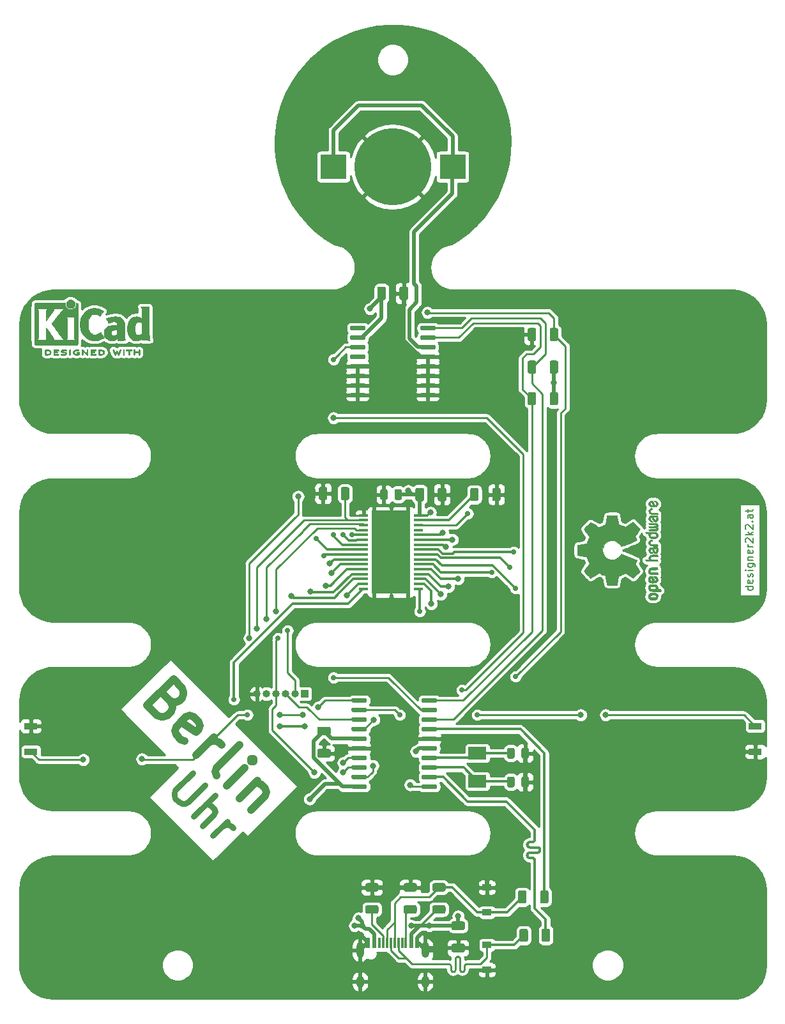
<source format=gbr>
%TF.GenerationSoftware,KiCad,Pcbnew,(5.1.9)-1*%
%TF.CreationDate,2021-11-14T17:06:46+01:00*%
%TF.ProjectId,Berlin_Uhr,4265726c-696e-45f5-9568-722e6b696361,rev?*%
%TF.SameCoordinates,Original*%
%TF.FileFunction,Copper,L1,Top*%
%TF.FilePolarity,Positive*%
%FSLAX46Y46*%
G04 Gerber Fmt 4.6, Leading zero omitted, Abs format (unit mm)*
G04 Created by KiCad (PCBNEW (5.1.9)-1) date 2021-11-14 17:06:46*
%MOMM*%
%LPD*%
G01*
G04 APERTURE LIST*
%TA.AperFunction,NonConductor*%
%ADD10C,0.150000*%
%TD*%
%TA.AperFunction,NonConductor*%
%ADD11C,0.800000*%
%TD*%
%TA.AperFunction,NonConductor*%
%ADD12C,1.000000*%
%TD*%
%TA.AperFunction,EtchedComponent*%
%ADD13C,0.010000*%
%TD*%
%TA.AperFunction,SMDPad,CuDef*%
%ADD14R,2.400000X1.700000*%
%TD*%
%TA.AperFunction,ComponentPad*%
%ADD15C,0.600000*%
%TD*%
%TA.AperFunction,SMDPad,CuDef*%
%ADD16R,5.200000X11.000000*%
%TD*%
%TA.AperFunction,SMDPad,CuDef*%
%ADD17R,1.200000X0.400000*%
%TD*%
%TA.AperFunction,SMDPad,CuDef*%
%ADD18R,1.700000X0.900000*%
%TD*%
%TA.AperFunction,ComponentPad*%
%ADD19O,1.000000X1.000000*%
%TD*%
%TA.AperFunction,ComponentPad*%
%ADD20R,1.000000X1.000000*%
%TD*%
%TA.AperFunction,SMDPad,CuDef*%
%ADD21R,0.600000X1.450000*%
%TD*%
%TA.AperFunction,SMDPad,CuDef*%
%ADD22R,0.300000X1.450000*%
%TD*%
%TA.AperFunction,ComponentPad*%
%ADD23O,1.000000X2.100000*%
%TD*%
%TA.AperFunction,ComponentPad*%
%ADD24O,1.000000X1.600000*%
%TD*%
%TA.AperFunction,SMDPad,CuDef*%
%ADD25R,1.200000X0.900000*%
%TD*%
%TA.AperFunction,SMDPad,CuDef*%
%ADD26C,10.200000*%
%TD*%
%TA.AperFunction,SMDPad,CuDef*%
%ADD27R,3.500000X3.300000*%
%TD*%
%TA.AperFunction,ViaPad*%
%ADD28C,0.800000*%
%TD*%
%TA.AperFunction,ViaPad*%
%ADD29C,0.700000*%
%TD*%
%TA.AperFunction,Conductor*%
%ADD30C,0.500000*%
%TD*%
%TA.AperFunction,Conductor*%
%ADD31C,0.250000*%
%TD*%
%TA.AperFunction,Conductor*%
%ADD32C,0.350000*%
%TD*%
%TA.AperFunction,Conductor*%
%ADD33C,0.254000*%
%TD*%
%TA.AperFunction,Conductor*%
%ADD34C,0.100000*%
%TD*%
G04 APERTURE END LIST*
D10*
X192730380Y-99829333D02*
X191730380Y-99829333D01*
X192682761Y-99829333D02*
X192730380Y-99924571D01*
X192730380Y-100115047D01*
X192682761Y-100210285D01*
X192635142Y-100257904D01*
X192539904Y-100305523D01*
X192254190Y-100305523D01*
X192158952Y-100257904D01*
X192111333Y-100210285D01*
X192063714Y-100115047D01*
X192063714Y-99924571D01*
X192111333Y-99829333D01*
X192682761Y-98972190D02*
X192730380Y-99067428D01*
X192730380Y-99257904D01*
X192682761Y-99353142D01*
X192587523Y-99400761D01*
X192206571Y-99400761D01*
X192111333Y-99353142D01*
X192063714Y-99257904D01*
X192063714Y-99067428D01*
X192111333Y-98972190D01*
X192206571Y-98924571D01*
X192301809Y-98924571D01*
X192397047Y-99400761D01*
X192682761Y-98543619D02*
X192730380Y-98448380D01*
X192730380Y-98257904D01*
X192682761Y-98162666D01*
X192587523Y-98115047D01*
X192539904Y-98115047D01*
X192444666Y-98162666D01*
X192397047Y-98257904D01*
X192397047Y-98400761D01*
X192349428Y-98496000D01*
X192254190Y-98543619D01*
X192206571Y-98543619D01*
X192111333Y-98496000D01*
X192063714Y-98400761D01*
X192063714Y-98257904D01*
X192111333Y-98162666D01*
X192730380Y-97686476D02*
X192063714Y-97686476D01*
X191730380Y-97686476D02*
X191778000Y-97734095D01*
X191825619Y-97686476D01*
X191778000Y-97638857D01*
X191730380Y-97686476D01*
X191825619Y-97686476D01*
X192063714Y-96781714D02*
X192873238Y-96781714D01*
X192968476Y-96829333D01*
X193016095Y-96876952D01*
X193063714Y-96972190D01*
X193063714Y-97115047D01*
X193016095Y-97210285D01*
X192682761Y-96781714D02*
X192730380Y-96876952D01*
X192730380Y-97067428D01*
X192682761Y-97162666D01*
X192635142Y-97210285D01*
X192539904Y-97257904D01*
X192254190Y-97257904D01*
X192158952Y-97210285D01*
X192111333Y-97162666D01*
X192063714Y-97067428D01*
X192063714Y-96876952D01*
X192111333Y-96781714D01*
X192063714Y-96305523D02*
X192730380Y-96305523D01*
X192158952Y-96305523D02*
X192111333Y-96257904D01*
X192063714Y-96162666D01*
X192063714Y-96019809D01*
X192111333Y-95924571D01*
X192206571Y-95876952D01*
X192730380Y-95876952D01*
X192682761Y-95019809D02*
X192730380Y-95115047D01*
X192730380Y-95305523D01*
X192682761Y-95400761D01*
X192587523Y-95448380D01*
X192206571Y-95448380D01*
X192111333Y-95400761D01*
X192063714Y-95305523D01*
X192063714Y-95115047D01*
X192111333Y-95019809D01*
X192206571Y-94972190D01*
X192301809Y-94972190D01*
X192397047Y-95448380D01*
X192730380Y-94543619D02*
X192063714Y-94543619D01*
X192254190Y-94543619D02*
X192158952Y-94496000D01*
X192111333Y-94448380D01*
X192063714Y-94353142D01*
X192063714Y-94257904D01*
X191825619Y-93972190D02*
X191778000Y-93924571D01*
X191730380Y-93829333D01*
X191730380Y-93591238D01*
X191778000Y-93496000D01*
X191825619Y-93448380D01*
X191920857Y-93400761D01*
X192016095Y-93400761D01*
X192158952Y-93448380D01*
X192730380Y-94019809D01*
X192730380Y-93400761D01*
X192730380Y-92972190D02*
X191730380Y-92972190D01*
X192349428Y-92876952D02*
X192730380Y-92591238D01*
X192063714Y-92591238D02*
X192444666Y-92972190D01*
X191825619Y-92210285D02*
X191778000Y-92162666D01*
X191730380Y-92067428D01*
X191730380Y-91829333D01*
X191778000Y-91734095D01*
X191825619Y-91686476D01*
X191920857Y-91638857D01*
X192016095Y-91638857D01*
X192158952Y-91686476D01*
X192730380Y-92257904D01*
X192730380Y-91638857D01*
X192635142Y-91210285D02*
X192682761Y-91162666D01*
X192730380Y-91210285D01*
X192682761Y-91257904D01*
X192635142Y-91210285D01*
X192730380Y-91210285D01*
X192730380Y-90305523D02*
X192206571Y-90305523D01*
X192111333Y-90353142D01*
X192063714Y-90448380D01*
X192063714Y-90638857D01*
X192111333Y-90734095D01*
X192682761Y-90305523D02*
X192730380Y-90400761D01*
X192730380Y-90638857D01*
X192682761Y-90734095D01*
X192587523Y-90781714D01*
X192492285Y-90781714D01*
X192397047Y-90734095D01*
X192349428Y-90638857D01*
X192349428Y-90400761D01*
X192301809Y-90305523D01*
X192063714Y-89972190D02*
X192063714Y-89591238D01*
X191730380Y-89829333D02*
X192587523Y-89829333D01*
X192682761Y-89781714D01*
X192730380Y-89686476D01*
X192730380Y-89591238D01*
D11*
X118473786Y-124519985D02*
X116184107Y-126809664D01*
X116049420Y-127213725D01*
X116049420Y-127483099D01*
X116184107Y-127887160D01*
X116722855Y-128425908D01*
X117126916Y-128560595D01*
X117396290Y-128560595D01*
X117800351Y-128425908D01*
X120090030Y-126136229D01*
X118608473Y-130311526D02*
X121436900Y-127483099D01*
X119820656Y-131523709D02*
X121302213Y-130042152D01*
X121436900Y-129638091D01*
X121302213Y-129234030D01*
X120898152Y-128829969D01*
X120494091Y-128695282D01*
X120224717Y-128695282D01*
X121167526Y-132870579D02*
X123053144Y-130984961D01*
X122514396Y-131523709D02*
X122918457Y-131389022D01*
X123187831Y-131389022D01*
X123591892Y-131523709D01*
X123861266Y-131793083D01*
D12*
X115432340Y-114927264D02*
X115769057Y-115600699D01*
X115769057Y-115937416D01*
X115600699Y-116442492D01*
X115095622Y-116947569D01*
X114590546Y-117115927D01*
X114253829Y-117115927D01*
X113748752Y-116947569D01*
X112401882Y-115600699D01*
X115937416Y-112065165D01*
X117115927Y-113243676D01*
X117284286Y-113748752D01*
X117284286Y-114085470D01*
X117115927Y-114590546D01*
X116779210Y-114927264D01*
X116274134Y-115095622D01*
X115937416Y-115095622D01*
X115432340Y-114927264D01*
X114253829Y-113748752D01*
X117452645Y-120314744D02*
X116947569Y-120146385D01*
X116274134Y-119472950D01*
X116105775Y-118967874D01*
X116274134Y-118462798D01*
X117621004Y-117115927D01*
X118126080Y-116947569D01*
X118631156Y-117115927D01*
X119304591Y-117789362D01*
X119472950Y-118294439D01*
X119304591Y-118799515D01*
X118967874Y-119136233D01*
X116947569Y-117789362D01*
X118967874Y-122166690D02*
X121324896Y-119809668D01*
X120651461Y-120483103D02*
X121156538Y-120314744D01*
X121493255Y-120314744D01*
X121998331Y-120483103D01*
X122335049Y-120819820D01*
X121661614Y-124860430D02*
X121493255Y-124355354D01*
X121661614Y-123850278D01*
X124692072Y-120819820D01*
X123008484Y-126207300D02*
X125365507Y-123850278D01*
X126544018Y-122671766D02*
X126207300Y-122671766D01*
X126207300Y-123008484D01*
X126544018Y-123008484D01*
X126544018Y-122671766D01*
X126207300Y-123008484D01*
X127049094Y-125533865D02*
X124692072Y-127890888D01*
X126712377Y-125870583D02*
X127049094Y-125870583D01*
X127554170Y-126038942D01*
X128059247Y-126544018D01*
X128227605Y-127049094D01*
X128059247Y-127554170D01*
X126207300Y-129406117D01*
D13*
%TO.C,REF\u002A\u002A*%
G36*
X178861903Y-99828100D02*
G01*
X178917522Y-99716550D01*
X179019931Y-99618092D01*
X179057864Y-99590977D01*
X179107500Y-99561438D01*
X179161412Y-99542272D01*
X179233364Y-99531307D01*
X179337122Y-99526371D01*
X179474101Y-99525287D01*
X179661815Y-99530182D01*
X179802758Y-99547196D01*
X179907908Y-99579823D01*
X179988243Y-99631558D01*
X180054741Y-99705896D01*
X180058678Y-99711358D01*
X180098953Y-99784620D01*
X180118880Y-99872840D01*
X180123793Y-99985038D01*
X180123793Y-100167433D01*
X180300857Y-100167509D01*
X180399470Y-100169207D01*
X180457314Y-100179550D01*
X180492006Y-100206578D01*
X180521164Y-100258332D01*
X180527121Y-100270761D01*
X180555039Y-100328923D01*
X180572672Y-100373956D01*
X180574194Y-100407441D01*
X180553781Y-100430962D01*
X180505607Y-100446100D01*
X180423846Y-100454437D01*
X180302672Y-100457556D01*
X180136260Y-100457040D01*
X179918785Y-100454471D01*
X179853736Y-100453668D01*
X179629502Y-100450778D01*
X179482821Y-100448188D01*
X179482821Y-100167586D01*
X179607326Y-100166009D01*
X179688787Y-100159000D01*
X179742515Y-100143142D01*
X179783823Y-100115019D01*
X179803971Y-100095925D01*
X179862921Y-100017865D01*
X179867720Y-99948753D01*
X179819038Y-99877440D01*
X179817241Y-99875632D01*
X179779618Y-99846617D01*
X179728484Y-99828967D01*
X179649738Y-99820064D01*
X179529276Y-99817291D01*
X179502588Y-99817241D01*
X179336583Y-99823942D01*
X179221505Y-99845752D01*
X179151254Y-99885235D01*
X179119729Y-99944956D01*
X179116552Y-99979472D01*
X179131460Y-100061389D01*
X179180548Y-100117579D01*
X179270362Y-100151402D01*
X179407445Y-100166220D01*
X179482821Y-100167586D01*
X179482821Y-100448188D01*
X179455952Y-100447713D01*
X179325382Y-100443753D01*
X179230087Y-100438174D01*
X179162364Y-100430254D01*
X179114507Y-100419269D01*
X179078813Y-100404499D01*
X179047578Y-100385218D01*
X179035824Y-100376951D01*
X178924797Y-100267288D01*
X178861847Y-100128635D01*
X178844297Y-99968246D01*
X178861903Y-99828100D01*
G37*
X178861903Y-99828100D02*
X178917522Y-99716550D01*
X179019931Y-99618092D01*
X179057864Y-99590977D01*
X179107500Y-99561438D01*
X179161412Y-99542272D01*
X179233364Y-99531307D01*
X179337122Y-99526371D01*
X179474101Y-99525287D01*
X179661815Y-99530182D01*
X179802758Y-99547196D01*
X179907908Y-99579823D01*
X179988243Y-99631558D01*
X180054741Y-99705896D01*
X180058678Y-99711358D01*
X180098953Y-99784620D01*
X180118880Y-99872840D01*
X180123793Y-99985038D01*
X180123793Y-100167433D01*
X180300857Y-100167509D01*
X180399470Y-100169207D01*
X180457314Y-100179550D01*
X180492006Y-100206578D01*
X180521164Y-100258332D01*
X180527121Y-100270761D01*
X180555039Y-100328923D01*
X180572672Y-100373956D01*
X180574194Y-100407441D01*
X180553781Y-100430962D01*
X180505607Y-100446100D01*
X180423846Y-100454437D01*
X180302672Y-100457556D01*
X180136260Y-100457040D01*
X179918785Y-100454471D01*
X179853736Y-100453668D01*
X179629502Y-100450778D01*
X179482821Y-100448188D01*
X179482821Y-100167586D01*
X179607326Y-100166009D01*
X179688787Y-100159000D01*
X179742515Y-100143142D01*
X179783823Y-100115019D01*
X179803971Y-100095925D01*
X179862921Y-100017865D01*
X179867720Y-99948753D01*
X179819038Y-99877440D01*
X179817241Y-99875632D01*
X179779618Y-99846617D01*
X179728484Y-99828967D01*
X179649738Y-99820064D01*
X179529276Y-99817291D01*
X179502588Y-99817241D01*
X179336583Y-99823942D01*
X179221505Y-99845752D01*
X179151254Y-99885235D01*
X179119729Y-99944956D01*
X179116552Y-99979472D01*
X179131460Y-100061389D01*
X179180548Y-100117579D01*
X179270362Y-100151402D01*
X179407445Y-100166220D01*
X179482821Y-100167586D01*
X179482821Y-100448188D01*
X179455952Y-100447713D01*
X179325382Y-100443753D01*
X179230087Y-100438174D01*
X179162364Y-100430254D01*
X179114507Y-100419269D01*
X179078813Y-100404499D01*
X179047578Y-100385218D01*
X179035824Y-100376951D01*
X178924797Y-100267288D01*
X178861847Y-100128635D01*
X178844297Y-99968246D01*
X178861903Y-99828100D01*
G36*
X178877719Y-97582571D02*
G01*
X178931914Y-97488877D01*
X178985707Y-97423736D01*
X179042066Y-97376093D01*
X179110987Y-97343272D01*
X179202468Y-97322594D01*
X179326506Y-97311380D01*
X179493098Y-97306951D01*
X179612851Y-97306437D01*
X180053659Y-97306437D01*
X180109283Y-97430517D01*
X180164907Y-97554598D01*
X179682095Y-97569195D01*
X179501779Y-97575227D01*
X179370901Y-97581555D01*
X179280511Y-97589394D01*
X179221664Y-97599963D01*
X179185413Y-97614477D01*
X179162810Y-97634152D01*
X179157917Y-97640465D01*
X179119706Y-97736112D01*
X179134827Y-97832793D01*
X179174943Y-97890345D01*
X179203370Y-97913755D01*
X179240672Y-97929961D01*
X179297223Y-97940259D01*
X179383394Y-97945951D01*
X179509558Y-97948336D01*
X179641042Y-97948736D01*
X179805999Y-97948814D01*
X179922761Y-97951639D01*
X180001510Y-97961093D01*
X180052431Y-97981060D01*
X180085706Y-98015424D01*
X180111520Y-98068068D01*
X180138344Y-98138383D01*
X180167542Y-98215180D01*
X179649346Y-98206038D01*
X179462539Y-98202357D01*
X179324490Y-98198050D01*
X179225568Y-98191877D01*
X179156145Y-98182598D01*
X179106590Y-98168973D01*
X179067273Y-98149761D01*
X179032584Y-98126598D01*
X178921770Y-98014848D01*
X178857689Y-97878487D01*
X178842339Y-97730175D01*
X178877719Y-97582571D01*
G37*
X178877719Y-97582571D02*
X178931914Y-97488877D01*
X178985707Y-97423736D01*
X179042066Y-97376093D01*
X179110987Y-97343272D01*
X179202468Y-97322594D01*
X179326506Y-97311380D01*
X179493098Y-97306951D01*
X179612851Y-97306437D01*
X180053659Y-97306437D01*
X180109283Y-97430517D01*
X180164907Y-97554598D01*
X179682095Y-97569195D01*
X179501779Y-97575227D01*
X179370901Y-97581555D01*
X179280511Y-97589394D01*
X179221664Y-97599963D01*
X179185413Y-97614477D01*
X179162810Y-97634152D01*
X179157917Y-97640465D01*
X179119706Y-97736112D01*
X179134827Y-97832793D01*
X179174943Y-97890345D01*
X179203370Y-97913755D01*
X179240672Y-97929961D01*
X179297223Y-97940259D01*
X179383394Y-97945951D01*
X179509558Y-97948336D01*
X179641042Y-97948736D01*
X179805999Y-97948814D01*
X179922761Y-97951639D01*
X180001510Y-97961093D01*
X180052431Y-97981060D01*
X180085706Y-98015424D01*
X180111520Y-98068068D01*
X180138344Y-98138383D01*
X180167542Y-98215180D01*
X179649346Y-98206038D01*
X179462539Y-98202357D01*
X179324490Y-98198050D01*
X179225568Y-98191877D01*
X179156145Y-98182598D01*
X179106590Y-98168973D01*
X179067273Y-98149761D01*
X179032584Y-98126598D01*
X178921770Y-98014848D01*
X178857689Y-97878487D01*
X178842339Y-97730175D01*
X178877719Y-97582571D01*
G36*
X178866015Y-100951779D02*
G01*
X178937968Y-100814939D01*
X179053766Y-100713949D01*
X179128213Y-100678075D01*
X179239992Y-100650161D01*
X179381227Y-100635871D01*
X179535371Y-100634516D01*
X179685879Y-100645405D01*
X179816205Y-100667847D01*
X179909803Y-100701150D01*
X179925922Y-100711385D01*
X180046249Y-100832618D01*
X180118317Y-100976613D01*
X180139408Y-101132861D01*
X180106802Y-101290852D01*
X180087253Y-101334820D01*
X180027012Y-101420444D01*
X179947135Y-101495592D01*
X179937004Y-101502694D01*
X179888181Y-101531561D01*
X179835990Y-101550643D01*
X179767285Y-101561916D01*
X179668918Y-101567355D01*
X179527744Y-101568938D01*
X179496092Y-101568965D01*
X179486019Y-101568893D01*
X179486019Y-101277011D01*
X179619256Y-101275313D01*
X179707674Y-101268628D01*
X179764785Y-101254575D01*
X179804102Y-101230771D01*
X179817241Y-101218621D01*
X179867172Y-101148764D01*
X179864895Y-101080941D01*
X179821584Y-101012365D01*
X179775346Y-100971465D01*
X179707857Y-100947242D01*
X179601433Y-100933639D01*
X179589020Y-100932706D01*
X179396147Y-100930384D01*
X179252900Y-100954650D01*
X179160160Y-101005176D01*
X179118807Y-101081632D01*
X179116552Y-101108924D01*
X179127893Y-101180589D01*
X179167184Y-101229610D01*
X179242326Y-101259582D01*
X179361222Y-101274101D01*
X179486019Y-101277011D01*
X179486019Y-101568893D01*
X179345659Y-101567878D01*
X179240549Y-101563312D01*
X179167714Y-101553312D01*
X179114108Y-101535921D01*
X179066681Y-101509184D01*
X179057864Y-101503276D01*
X178939007Y-101403968D01*
X178870008Y-101295758D01*
X178842619Y-101164019D01*
X178841281Y-101119283D01*
X178866015Y-100951779D01*
G37*
X178866015Y-100951779D02*
X178937968Y-100814939D01*
X179053766Y-100713949D01*
X179128213Y-100678075D01*
X179239992Y-100650161D01*
X179381227Y-100635871D01*
X179535371Y-100634516D01*
X179685879Y-100645405D01*
X179816205Y-100667847D01*
X179909803Y-100701150D01*
X179925922Y-100711385D01*
X180046249Y-100832618D01*
X180118317Y-100976613D01*
X180139408Y-101132861D01*
X180106802Y-101290852D01*
X180087253Y-101334820D01*
X180027012Y-101420444D01*
X179947135Y-101495592D01*
X179937004Y-101502694D01*
X179888181Y-101531561D01*
X179835990Y-101550643D01*
X179767285Y-101561916D01*
X179668918Y-101567355D01*
X179527744Y-101568938D01*
X179496092Y-101568965D01*
X179486019Y-101568893D01*
X179486019Y-101277011D01*
X179619256Y-101275313D01*
X179707674Y-101268628D01*
X179764785Y-101254575D01*
X179804102Y-101230771D01*
X179817241Y-101218621D01*
X179867172Y-101148764D01*
X179864895Y-101080941D01*
X179821584Y-101012365D01*
X179775346Y-100971465D01*
X179707857Y-100947242D01*
X179601433Y-100933639D01*
X179589020Y-100932706D01*
X179396147Y-100930384D01*
X179252900Y-100954650D01*
X179160160Y-101005176D01*
X179118807Y-101081632D01*
X179116552Y-101108924D01*
X179127893Y-101180589D01*
X179167184Y-101229610D01*
X179242326Y-101259582D01*
X179361222Y-101274101D01*
X179486019Y-101277011D01*
X179486019Y-101568893D01*
X179345659Y-101567878D01*
X179240549Y-101563312D01*
X179167714Y-101553312D01*
X179114108Y-101535921D01*
X179066681Y-101509184D01*
X179057864Y-101503276D01*
X178939007Y-101403968D01*
X178870008Y-101295758D01*
X178842619Y-101164019D01*
X178841281Y-101119283D01*
X178866015Y-100951779D01*
G36*
X178884676Y-98684448D02*
G01*
X178962111Y-98569342D01*
X179073949Y-98480389D01*
X179216265Y-98427251D01*
X179321015Y-98416503D01*
X179364726Y-98417724D01*
X179398194Y-98427944D01*
X179428179Y-98456039D01*
X179461440Y-98510884D01*
X179504738Y-98601355D01*
X179564833Y-98736328D01*
X179565134Y-98737011D01*
X179622037Y-98861249D01*
X179672565Y-98963127D01*
X179711280Y-99032233D01*
X179732740Y-99058154D01*
X179732913Y-99058161D01*
X179779644Y-99035315D01*
X179831154Y-98981891D01*
X179868261Y-98920558D01*
X179875632Y-98889485D01*
X179850138Y-98804711D01*
X179786291Y-98731707D01*
X179716094Y-98696087D01*
X179664343Y-98661820D01*
X179605409Y-98594697D01*
X179554496Y-98515792D01*
X179526809Y-98446179D01*
X179525287Y-98431623D01*
X179550321Y-98415237D01*
X179614311Y-98414250D01*
X179700593Y-98426292D01*
X179792501Y-98448993D01*
X179873369Y-98479986D01*
X179876509Y-98481552D01*
X180006734Y-98574819D01*
X180095311Y-98695696D01*
X180138786Y-98832973D01*
X180133706Y-98975440D01*
X180076616Y-99111888D01*
X180072602Y-99117955D01*
X179975326Y-99225290D01*
X179848409Y-99295868D01*
X179681526Y-99334926D01*
X179634639Y-99340168D01*
X179413329Y-99349452D01*
X179310124Y-99338322D01*
X179310124Y-99058161D01*
X179374503Y-99054521D01*
X179393291Y-99034611D01*
X179379235Y-98984974D01*
X179346009Y-98906733D01*
X179304359Y-98819274D01*
X179303256Y-98817101D01*
X179264265Y-98742970D01*
X179238244Y-98713219D01*
X179210965Y-98720555D01*
X179175121Y-98751447D01*
X179123251Y-98830040D01*
X179119439Y-98914677D01*
X179157189Y-98990597D01*
X179230001Y-99043035D01*
X179310124Y-99058161D01*
X179310124Y-99338322D01*
X179236261Y-99330356D01*
X179095829Y-99281366D01*
X178997447Y-99213164D01*
X178898030Y-99090065D01*
X178848711Y-98954472D01*
X178845568Y-98816045D01*
X178884676Y-98684448D01*
G37*
X178884676Y-98684448D02*
X178962111Y-98569342D01*
X179073949Y-98480389D01*
X179216265Y-98427251D01*
X179321015Y-98416503D01*
X179364726Y-98417724D01*
X179398194Y-98427944D01*
X179428179Y-98456039D01*
X179461440Y-98510884D01*
X179504738Y-98601355D01*
X179564833Y-98736328D01*
X179565134Y-98737011D01*
X179622037Y-98861249D01*
X179672565Y-98963127D01*
X179711280Y-99032233D01*
X179732740Y-99058154D01*
X179732913Y-99058161D01*
X179779644Y-99035315D01*
X179831154Y-98981891D01*
X179868261Y-98920558D01*
X179875632Y-98889485D01*
X179850138Y-98804711D01*
X179786291Y-98731707D01*
X179716094Y-98696087D01*
X179664343Y-98661820D01*
X179605409Y-98594697D01*
X179554496Y-98515792D01*
X179526809Y-98446179D01*
X179525287Y-98431623D01*
X179550321Y-98415237D01*
X179614311Y-98414250D01*
X179700593Y-98426292D01*
X179792501Y-98448993D01*
X179873369Y-98479986D01*
X179876509Y-98481552D01*
X180006734Y-98574819D01*
X180095311Y-98695696D01*
X180138786Y-98832973D01*
X180133706Y-98975440D01*
X180076616Y-99111888D01*
X180072602Y-99117955D01*
X179975326Y-99225290D01*
X179848409Y-99295868D01*
X179681526Y-99334926D01*
X179634639Y-99340168D01*
X179413329Y-99349452D01*
X179310124Y-99338322D01*
X179310124Y-99058161D01*
X179374503Y-99054521D01*
X179393291Y-99034611D01*
X179379235Y-98984974D01*
X179346009Y-98906733D01*
X179304359Y-98819274D01*
X179303256Y-98817101D01*
X179264265Y-98742970D01*
X179238244Y-98713219D01*
X179210965Y-98720555D01*
X179175121Y-98751447D01*
X179123251Y-98830040D01*
X179119439Y-98914677D01*
X179157189Y-98990597D01*
X179230001Y-99043035D01*
X179310124Y-99058161D01*
X179310124Y-99338322D01*
X179236261Y-99330356D01*
X179095829Y-99281366D01*
X178997447Y-99213164D01*
X178898030Y-99090065D01*
X178848711Y-98954472D01*
X178845568Y-98816045D01*
X178884676Y-98684448D01*
G36*
X178723857Y-96255402D02*
G01*
X178843188Y-96246846D01*
X178913506Y-96237019D01*
X178944179Y-96223401D01*
X178944571Y-96203473D01*
X178940910Y-96197011D01*
X178914398Y-96111060D01*
X178915946Y-95999255D01*
X178943199Y-95885586D01*
X178978455Y-95814490D01*
X179034778Y-95741595D01*
X179098519Y-95688307D01*
X179179510Y-95651725D01*
X179287586Y-95628950D01*
X179432580Y-95617081D01*
X179624326Y-95613218D01*
X179661109Y-95613149D01*
X180074288Y-95613103D01*
X180106339Y-95705046D01*
X180128144Y-95770348D01*
X180138297Y-95806176D01*
X180138391Y-95807230D01*
X180110860Y-95810758D01*
X180034923Y-95813761D01*
X179920565Y-95816010D01*
X179777769Y-95817276D01*
X179690951Y-95817471D01*
X179519773Y-95817877D01*
X179397088Y-95819968D01*
X179313000Y-95825053D01*
X179257614Y-95834440D01*
X179221032Y-95849439D01*
X179193359Y-95871358D01*
X179180032Y-95885043D01*
X179126328Y-95979051D01*
X179122307Y-96081636D01*
X179167725Y-96174710D01*
X179184123Y-96191922D01*
X179214957Y-96217168D01*
X179251531Y-96234680D01*
X179304415Y-96245858D01*
X179384177Y-96252104D01*
X179501385Y-96254818D01*
X179662991Y-96255402D01*
X180074288Y-96255402D01*
X180106339Y-96347345D01*
X180128144Y-96412647D01*
X180138297Y-96448475D01*
X180138391Y-96449529D01*
X180110448Y-96452225D01*
X180031630Y-96454655D01*
X179909453Y-96456722D01*
X179751432Y-96458329D01*
X179565083Y-96459377D01*
X179357920Y-96459769D01*
X179348706Y-96459770D01*
X178559020Y-96459770D01*
X178518997Y-96364885D01*
X178478973Y-96270000D01*
X178723857Y-96255402D01*
G37*
X178723857Y-96255402D02*
X178843188Y-96246846D01*
X178913506Y-96237019D01*
X178944179Y-96223401D01*
X178944571Y-96203473D01*
X178940910Y-96197011D01*
X178914398Y-96111060D01*
X178915946Y-95999255D01*
X178943199Y-95885586D01*
X178978455Y-95814490D01*
X179034778Y-95741595D01*
X179098519Y-95688307D01*
X179179510Y-95651725D01*
X179287586Y-95628950D01*
X179432580Y-95617081D01*
X179624326Y-95613218D01*
X179661109Y-95613149D01*
X180074288Y-95613103D01*
X180106339Y-95705046D01*
X180128144Y-95770348D01*
X180138297Y-95806176D01*
X180138391Y-95807230D01*
X180110860Y-95810758D01*
X180034923Y-95813761D01*
X179920565Y-95816010D01*
X179777769Y-95817276D01*
X179690951Y-95817471D01*
X179519773Y-95817877D01*
X179397088Y-95819968D01*
X179313000Y-95825053D01*
X179257614Y-95834440D01*
X179221032Y-95849439D01*
X179193359Y-95871358D01*
X179180032Y-95885043D01*
X179126328Y-95979051D01*
X179122307Y-96081636D01*
X179167725Y-96174710D01*
X179184123Y-96191922D01*
X179214957Y-96217168D01*
X179251531Y-96234680D01*
X179304415Y-96245858D01*
X179384177Y-96252104D01*
X179501385Y-96254818D01*
X179662991Y-96255402D01*
X180074288Y-96255402D01*
X180106339Y-96347345D01*
X180128144Y-96412647D01*
X180138297Y-96448475D01*
X180138391Y-96449529D01*
X180110448Y-96452225D01*
X180031630Y-96454655D01*
X179909453Y-96456722D01*
X179751432Y-96458329D01*
X179565083Y-96459377D01*
X179357920Y-96459769D01*
X179348706Y-96459770D01*
X178559020Y-96459770D01*
X178518997Y-96364885D01*
X178478973Y-96270000D01*
X178723857Y-96255402D01*
G36*
X178924360Y-94920056D02*
G01*
X178966842Y-94805657D01*
X178967658Y-94804348D01*
X179019730Y-94733597D01*
X179080584Y-94681364D01*
X179159887Y-94644629D01*
X179267309Y-94620366D01*
X179412517Y-94605555D01*
X179605179Y-94597171D01*
X179632628Y-94596436D01*
X180046521Y-94585880D01*
X180092456Y-94674709D01*
X180123498Y-94738982D01*
X180138206Y-94777790D01*
X180138391Y-94779585D01*
X180111250Y-94786300D01*
X180038041Y-94791635D01*
X179931081Y-94794917D01*
X179844469Y-94795632D01*
X179704162Y-94795649D01*
X179616051Y-94802063D01*
X179574025Y-94824420D01*
X179571975Y-94872268D01*
X179603790Y-94955151D01*
X179662272Y-95080287D01*
X179710845Y-95172303D01*
X179752986Y-95219629D01*
X179798916Y-95233542D01*
X179801189Y-95233563D01*
X179880311Y-95210605D01*
X179923055Y-95142630D01*
X179929246Y-95038602D01*
X179928172Y-94963670D01*
X179949753Y-94924161D01*
X180001591Y-94899522D01*
X180067632Y-94885341D01*
X180105104Y-94905777D01*
X180110467Y-94913472D01*
X180132006Y-94985917D01*
X180135055Y-95087367D01*
X180120778Y-95191843D01*
X180094688Y-95265875D01*
X180007785Y-95368228D01*
X179886816Y-95426409D01*
X179792308Y-95437931D01*
X179707062Y-95429138D01*
X179637476Y-95397320D01*
X179575672Y-95334316D01*
X179513772Y-95231969D01*
X179443897Y-95082118D01*
X179439948Y-95072988D01*
X179377588Y-94938003D01*
X179326446Y-94854706D01*
X179280488Y-94819003D01*
X179233683Y-94826797D01*
X179179998Y-94873993D01*
X179167644Y-94888106D01*
X179119741Y-94982641D01*
X179121758Y-95080594D01*
X179168724Y-95165903D01*
X179255669Y-95222504D01*
X179272734Y-95227763D01*
X179355504Y-95278977D01*
X179395372Y-95343963D01*
X179434882Y-95437931D01*
X179332658Y-95437931D01*
X179184072Y-95409347D01*
X179047784Y-95324505D01*
X179002191Y-95280355D01*
X178943674Y-95179995D01*
X178917184Y-95052365D01*
X178924360Y-94920056D01*
G37*
X178924360Y-94920056D02*
X178966842Y-94805657D01*
X178967658Y-94804348D01*
X179019730Y-94733597D01*
X179080584Y-94681364D01*
X179159887Y-94644629D01*
X179267309Y-94620366D01*
X179412517Y-94605555D01*
X179605179Y-94597171D01*
X179632628Y-94596436D01*
X180046521Y-94585880D01*
X180092456Y-94674709D01*
X180123498Y-94738982D01*
X180138206Y-94777790D01*
X180138391Y-94779585D01*
X180111250Y-94786300D01*
X180038041Y-94791635D01*
X179931081Y-94794917D01*
X179844469Y-94795632D01*
X179704162Y-94795649D01*
X179616051Y-94802063D01*
X179574025Y-94824420D01*
X179571975Y-94872268D01*
X179603790Y-94955151D01*
X179662272Y-95080287D01*
X179710845Y-95172303D01*
X179752986Y-95219629D01*
X179798916Y-95233542D01*
X179801189Y-95233563D01*
X179880311Y-95210605D01*
X179923055Y-95142630D01*
X179929246Y-95038602D01*
X179928172Y-94963670D01*
X179949753Y-94924161D01*
X180001591Y-94899522D01*
X180067632Y-94885341D01*
X180105104Y-94905777D01*
X180110467Y-94913472D01*
X180132006Y-94985917D01*
X180135055Y-95087367D01*
X180120778Y-95191843D01*
X180094688Y-95265875D01*
X180007785Y-95368228D01*
X179886816Y-95426409D01*
X179792308Y-95437931D01*
X179707062Y-95429138D01*
X179637476Y-95397320D01*
X179575672Y-95334316D01*
X179513772Y-95231969D01*
X179443897Y-95082118D01*
X179439948Y-95072988D01*
X179377588Y-94938003D01*
X179326446Y-94854706D01*
X179280488Y-94819003D01*
X179233683Y-94826797D01*
X179179998Y-94873993D01*
X179167644Y-94888106D01*
X179119741Y-94982641D01*
X179121758Y-95080594D01*
X179168724Y-95165903D01*
X179255669Y-95222504D01*
X179272734Y-95227763D01*
X179355504Y-95278977D01*
X179395372Y-95343963D01*
X179434882Y-95437931D01*
X179332658Y-95437931D01*
X179184072Y-95409347D01*
X179047784Y-95324505D01*
X179002191Y-95280355D01*
X178943674Y-95179995D01*
X178917184Y-95052365D01*
X178924360Y-94920056D01*
G36*
X178921920Y-93934057D02*
G01*
X178970859Y-93801435D01*
X179057419Y-93693990D01*
X179118352Y-93651968D01*
X179230161Y-93606157D01*
X179311006Y-93607109D01*
X179365378Y-93655192D01*
X179374624Y-93672983D01*
X179403450Y-93749796D01*
X179396065Y-93789024D01*
X179347658Y-93802311D01*
X179320920Y-93802988D01*
X179222548Y-93827314D01*
X179153734Y-93890719D01*
X179120498Y-93978846D01*
X179128861Y-94077337D01*
X179172296Y-94157398D01*
X179197072Y-94184439D01*
X179227129Y-94203606D01*
X179272565Y-94216554D01*
X179343476Y-94224936D01*
X179449960Y-94230407D01*
X179602112Y-94234622D01*
X179650287Y-94235713D01*
X179815095Y-94239693D01*
X179931088Y-94244219D01*
X180007833Y-94251005D01*
X180054893Y-94261769D01*
X180081835Y-94278227D01*
X180098223Y-94302094D01*
X180105463Y-94317374D01*
X180130220Y-94382267D01*
X180138391Y-94420466D01*
X180111103Y-94433088D01*
X180028603Y-94440792D01*
X179889941Y-94443620D01*
X179694162Y-94441614D01*
X179663965Y-94440989D01*
X179485349Y-94436579D01*
X179354923Y-94431365D01*
X179262492Y-94423945D01*
X179197858Y-94412918D01*
X179150825Y-94396883D01*
X179111196Y-94374439D01*
X179094215Y-94362698D01*
X179019080Y-94295381D01*
X178960638Y-94220090D01*
X178955536Y-94210872D01*
X178915260Y-94075867D01*
X178921920Y-93934057D01*
G37*
X178921920Y-93934057D02*
X178970859Y-93801435D01*
X179057419Y-93693990D01*
X179118352Y-93651968D01*
X179230161Y-93606157D01*
X179311006Y-93607109D01*
X179365378Y-93655192D01*
X179374624Y-93672983D01*
X179403450Y-93749796D01*
X179396065Y-93789024D01*
X179347658Y-93802311D01*
X179320920Y-93802988D01*
X179222548Y-93827314D01*
X179153734Y-93890719D01*
X179120498Y-93978846D01*
X179128861Y-94077337D01*
X179172296Y-94157398D01*
X179197072Y-94184439D01*
X179227129Y-94203606D01*
X179272565Y-94216554D01*
X179343476Y-94224936D01*
X179449960Y-94230407D01*
X179602112Y-94234622D01*
X179650287Y-94235713D01*
X179815095Y-94239693D01*
X179931088Y-94244219D01*
X180007833Y-94251005D01*
X180054893Y-94261769D01*
X180081835Y-94278227D01*
X180098223Y-94302094D01*
X180105463Y-94317374D01*
X180130220Y-94382267D01*
X180138391Y-94420466D01*
X180111103Y-94433088D01*
X180028603Y-94440792D01*
X179889941Y-94443620D01*
X179694162Y-94441614D01*
X179663965Y-94440989D01*
X179485349Y-94436579D01*
X179354923Y-94431365D01*
X179262492Y-94423945D01*
X179197858Y-94412918D01*
X179150825Y-94396883D01*
X179111196Y-94374439D01*
X179094215Y-94362698D01*
X179019080Y-94295381D01*
X178960638Y-94220090D01*
X178955536Y-94210872D01*
X178915260Y-94075867D01*
X178921920Y-93934057D01*
G36*
X179154455Y-92606086D02*
G01*
X179372661Y-92606457D01*
X179540519Y-92607892D01*
X179666070Y-92610998D01*
X179757355Y-92616378D01*
X179822415Y-92624638D01*
X179869291Y-92636384D01*
X179906024Y-92652219D01*
X179926991Y-92664210D01*
X180040694Y-92763510D01*
X180111965Y-92889412D01*
X180137538Y-93028709D01*
X180114150Y-93168195D01*
X180072119Y-93251257D01*
X179999411Y-93338455D01*
X179910612Y-93397883D01*
X179794320Y-93433739D01*
X179639135Y-93450219D01*
X179525287Y-93452553D01*
X179517106Y-93452239D01*
X179517106Y-93248276D01*
X179647657Y-93247030D01*
X179734080Y-93241322D01*
X179790618Y-93228196D01*
X179831514Y-93204694D01*
X179862362Y-93176614D01*
X179921905Y-93082312D01*
X179926992Y-92981060D01*
X179877279Y-92885364D01*
X179870543Y-92877916D01*
X179835502Y-92846126D01*
X179793811Y-92826192D01*
X179731762Y-92815400D01*
X179635644Y-92811035D01*
X179529379Y-92810345D01*
X179395880Y-92811841D01*
X179306822Y-92818036D01*
X179248293Y-92831486D01*
X179206382Y-92854749D01*
X179184123Y-92873825D01*
X179127985Y-92962437D01*
X179121235Y-93064492D01*
X179164114Y-93161905D01*
X179180032Y-93180704D01*
X179215382Y-93212707D01*
X179257502Y-93232682D01*
X179320251Y-93243407D01*
X179417487Y-93247661D01*
X179517106Y-93248276D01*
X179517106Y-93452239D01*
X179341947Y-93445496D01*
X179204195Y-93421528D01*
X179100632Y-93376452D01*
X179019856Y-93306072D01*
X178978455Y-93251257D01*
X178933728Y-93151624D01*
X178912967Y-93036145D01*
X178918525Y-92928801D01*
X178940943Y-92868736D01*
X178947323Y-92845165D01*
X178923535Y-92829523D01*
X178859788Y-92818605D01*
X178762687Y-92810345D01*
X178654541Y-92801301D01*
X178589475Y-92788739D01*
X178552268Y-92765881D01*
X178527699Y-92725949D01*
X178516819Y-92700862D01*
X178477072Y-92605977D01*
X179154455Y-92606086D01*
G37*
X179154455Y-92606086D02*
X179372661Y-92606457D01*
X179540519Y-92607892D01*
X179666070Y-92610998D01*
X179757355Y-92616378D01*
X179822415Y-92624638D01*
X179869291Y-92636384D01*
X179906024Y-92652219D01*
X179926991Y-92664210D01*
X180040694Y-92763510D01*
X180111965Y-92889412D01*
X180137538Y-93028709D01*
X180114150Y-93168195D01*
X180072119Y-93251257D01*
X179999411Y-93338455D01*
X179910612Y-93397883D01*
X179794320Y-93433739D01*
X179639135Y-93450219D01*
X179525287Y-93452553D01*
X179517106Y-93452239D01*
X179517106Y-93248276D01*
X179647657Y-93247030D01*
X179734080Y-93241322D01*
X179790618Y-93228196D01*
X179831514Y-93204694D01*
X179862362Y-93176614D01*
X179921905Y-93082312D01*
X179926992Y-92981060D01*
X179877279Y-92885364D01*
X179870543Y-92877916D01*
X179835502Y-92846126D01*
X179793811Y-92826192D01*
X179731762Y-92815400D01*
X179635644Y-92811035D01*
X179529379Y-92810345D01*
X179395880Y-92811841D01*
X179306822Y-92818036D01*
X179248293Y-92831486D01*
X179206382Y-92854749D01*
X179184123Y-92873825D01*
X179127985Y-92962437D01*
X179121235Y-93064492D01*
X179164114Y-93161905D01*
X179180032Y-93180704D01*
X179215382Y-93212707D01*
X179257502Y-93232682D01*
X179320251Y-93243407D01*
X179417487Y-93247661D01*
X179517106Y-93248276D01*
X179517106Y-93452239D01*
X179341947Y-93445496D01*
X179204195Y-93421528D01*
X179100632Y-93376452D01*
X179019856Y-93306072D01*
X178978455Y-93251257D01*
X178933728Y-93151624D01*
X178912967Y-93036145D01*
X178918525Y-92928801D01*
X178940943Y-92868736D01*
X178947323Y-92845165D01*
X178923535Y-92829523D01*
X178859788Y-92818605D01*
X178762687Y-92810345D01*
X178654541Y-92801301D01*
X178589475Y-92788739D01*
X178552268Y-92765881D01*
X178527699Y-92725949D01*
X178516819Y-92700862D01*
X178477072Y-92605977D01*
X179154455Y-92606086D01*
G36*
X178939840Y-91419876D02*
G01*
X179016653Y-91415421D01*
X179133391Y-91411929D01*
X179280821Y-91409685D01*
X179435455Y-91408965D01*
X179958727Y-91408965D01*
X180051117Y-91501355D01*
X180108047Y-91565022D01*
X180131107Y-91620911D01*
X180129647Y-91697298D01*
X180125934Y-91727620D01*
X180115126Y-91822390D01*
X180108933Y-91900778D01*
X180108361Y-91919885D01*
X180112102Y-91984301D01*
X180121494Y-92076429D01*
X180125934Y-92112150D01*
X180132801Y-92199886D01*
X180117885Y-92258847D01*
X180071835Y-92317310D01*
X180051117Y-92338415D01*
X179958727Y-92430805D01*
X178979947Y-92430805D01*
X178946066Y-92356442D01*
X178920970Y-92292410D01*
X178912184Y-92254948D01*
X178939950Y-92245343D01*
X179017530Y-92236365D01*
X179136348Y-92228614D01*
X179287828Y-92222686D01*
X179415805Y-92219827D01*
X179919425Y-92211839D01*
X179929278Y-92142152D01*
X179922389Y-92078771D01*
X179900083Y-92047714D01*
X179858379Y-92039033D01*
X179769544Y-92031622D01*
X179644834Y-92026069D01*
X179495507Y-92022964D01*
X179418661Y-92022516D01*
X178976287Y-92022069D01*
X178944235Y-91930126D01*
X178922443Y-91865051D01*
X178912281Y-91829653D01*
X178912184Y-91828632D01*
X178939809Y-91825080D01*
X179016411Y-91821177D01*
X179132579Y-91817249D01*
X179278904Y-91813624D01*
X179415805Y-91811092D01*
X179919425Y-91803103D01*
X179919425Y-91627931D01*
X179459965Y-91619893D01*
X179000505Y-91611854D01*
X178956344Y-91526457D01*
X178926019Y-91463407D01*
X178912258Y-91426090D01*
X178912184Y-91425013D01*
X178939840Y-91419876D01*
G37*
X178939840Y-91419876D02*
X179016653Y-91415421D01*
X179133391Y-91411929D01*
X179280821Y-91409685D01*
X179435455Y-91408965D01*
X179958727Y-91408965D01*
X180051117Y-91501355D01*
X180108047Y-91565022D01*
X180131107Y-91620911D01*
X180129647Y-91697298D01*
X180125934Y-91727620D01*
X180115126Y-91822390D01*
X180108933Y-91900778D01*
X180108361Y-91919885D01*
X180112102Y-91984301D01*
X180121494Y-92076429D01*
X180125934Y-92112150D01*
X180132801Y-92199886D01*
X180117885Y-92258847D01*
X180071835Y-92317310D01*
X180051117Y-92338415D01*
X179958727Y-92430805D01*
X178979947Y-92430805D01*
X178946066Y-92356442D01*
X178920970Y-92292410D01*
X178912184Y-92254948D01*
X178939950Y-92245343D01*
X179017530Y-92236365D01*
X179136348Y-92228614D01*
X179287828Y-92222686D01*
X179415805Y-92219827D01*
X179919425Y-92211839D01*
X179929278Y-92142152D01*
X179922389Y-92078771D01*
X179900083Y-92047714D01*
X179858379Y-92039033D01*
X179769544Y-92031622D01*
X179644834Y-92026069D01*
X179495507Y-92022964D01*
X179418661Y-92022516D01*
X178976287Y-92022069D01*
X178944235Y-91930126D01*
X178922443Y-91865051D01*
X178912281Y-91829653D01*
X178912184Y-91828632D01*
X178939809Y-91825080D01*
X179016411Y-91821177D01*
X179132579Y-91817249D01*
X179278904Y-91813624D01*
X179415805Y-91811092D01*
X179919425Y-91803103D01*
X179919425Y-91627931D01*
X179459965Y-91619893D01*
X179000505Y-91611854D01*
X178956344Y-91526457D01*
X178926019Y-91463407D01*
X178912258Y-91426090D01*
X178912184Y-91425013D01*
X178939840Y-91419876D01*
G36*
X178935156Y-90685594D02*
G01*
X178973393Y-90601531D01*
X179019726Y-90535550D01*
X179071532Y-90487206D01*
X179138363Y-90453828D01*
X179229769Y-90432747D01*
X179355301Y-90421293D01*
X179524508Y-90416797D01*
X179635933Y-90416322D01*
X180070627Y-90416322D01*
X180104509Y-90490684D01*
X180129272Y-90549254D01*
X180138391Y-90578270D01*
X180111257Y-90583821D01*
X180038094Y-90588225D01*
X179931263Y-90590922D01*
X179846437Y-90591494D01*
X179723887Y-90593954D01*
X179626668Y-90600588D01*
X179567134Y-90610274D01*
X179554483Y-90617968D01*
X179567402Y-90669689D01*
X179600539Y-90750883D01*
X179645461Y-90844898D01*
X179693735Y-90935083D01*
X179736928Y-91004785D01*
X179766608Y-91037352D01*
X179766929Y-91037481D01*
X179821857Y-91034680D01*
X179874292Y-91009561D01*
X179916881Y-90965459D01*
X179931126Y-90901091D01*
X179929466Y-90846079D01*
X179928245Y-90768165D01*
X179946498Y-90727268D01*
X179994726Y-90702705D01*
X180003820Y-90699608D01*
X180072598Y-90688960D01*
X180114360Y-90717435D01*
X180134263Y-90791656D01*
X180137944Y-90871832D01*
X180110658Y-91016110D01*
X180071690Y-91090797D01*
X179980148Y-91183037D01*
X179867782Y-91231957D01*
X179749051Y-91236346D01*
X179638411Y-91194999D01*
X179569080Y-91132803D01*
X179530265Y-91070706D01*
X179481125Y-90973105D01*
X179431292Y-90859368D01*
X179423677Y-90840410D01*
X179368545Y-90715479D01*
X179319954Y-90643461D01*
X179271647Y-90620300D01*
X179217370Y-90641936D01*
X179174943Y-90679080D01*
X179122702Y-90766873D01*
X179118784Y-90863470D01*
X179159041Y-90952056D01*
X179239326Y-91015814D01*
X179260040Y-91024183D01*
X179336225Y-91072904D01*
X179392785Y-91144035D01*
X179439201Y-91233793D01*
X179307584Y-91233793D01*
X179227168Y-91228510D01*
X179163786Y-91205858D01*
X179096163Y-91155633D01*
X179044076Y-91107418D01*
X178970322Y-91032446D01*
X178930702Y-90974194D01*
X178914810Y-90911628D01*
X178912184Y-90840807D01*
X178935156Y-90685594D01*
G37*
X178935156Y-90685594D02*
X178973393Y-90601531D01*
X179019726Y-90535550D01*
X179071532Y-90487206D01*
X179138363Y-90453828D01*
X179229769Y-90432747D01*
X179355301Y-90421293D01*
X179524508Y-90416797D01*
X179635933Y-90416322D01*
X180070627Y-90416322D01*
X180104509Y-90490684D01*
X180129272Y-90549254D01*
X180138391Y-90578270D01*
X180111257Y-90583821D01*
X180038094Y-90588225D01*
X179931263Y-90590922D01*
X179846437Y-90591494D01*
X179723887Y-90593954D01*
X179626668Y-90600588D01*
X179567134Y-90610274D01*
X179554483Y-90617968D01*
X179567402Y-90669689D01*
X179600539Y-90750883D01*
X179645461Y-90844898D01*
X179693735Y-90935083D01*
X179736928Y-91004785D01*
X179766608Y-91037352D01*
X179766929Y-91037481D01*
X179821857Y-91034680D01*
X179874292Y-91009561D01*
X179916881Y-90965459D01*
X179931126Y-90901091D01*
X179929466Y-90846079D01*
X179928245Y-90768165D01*
X179946498Y-90727268D01*
X179994726Y-90702705D01*
X180003820Y-90699608D01*
X180072598Y-90688960D01*
X180114360Y-90717435D01*
X180134263Y-90791656D01*
X180137944Y-90871832D01*
X180110658Y-91016110D01*
X180071690Y-91090797D01*
X179980148Y-91183037D01*
X179867782Y-91231957D01*
X179749051Y-91236346D01*
X179638411Y-91194999D01*
X179569080Y-91132803D01*
X179530265Y-91070706D01*
X179481125Y-90973105D01*
X179431292Y-90859368D01*
X179423677Y-90840410D01*
X179368545Y-90715479D01*
X179319954Y-90643461D01*
X179271647Y-90620300D01*
X179217370Y-90641936D01*
X179174943Y-90679080D01*
X179122702Y-90766873D01*
X179118784Y-90863470D01*
X179159041Y-90952056D01*
X179239326Y-91015814D01*
X179260040Y-91024183D01*
X179336225Y-91072904D01*
X179392785Y-91144035D01*
X179439201Y-91233793D01*
X179307584Y-91233793D01*
X179227168Y-91228510D01*
X179163786Y-91205858D01*
X179096163Y-91155633D01*
X179044076Y-91107418D01*
X178970322Y-91032446D01*
X178930702Y-90974194D01*
X178914810Y-90911628D01*
X178912184Y-90840807D01*
X178935156Y-90685594D01*
G36*
X178940018Y-89664310D02*
G01*
X178955269Y-89629415D01*
X179021235Y-89546123D01*
X179116618Y-89474897D01*
X179218406Y-89430847D01*
X179268587Y-89423678D01*
X179338647Y-89447715D01*
X179375717Y-89500439D01*
X179398164Y-89556969D01*
X179402300Y-89582854D01*
X179372283Y-89595458D01*
X179306961Y-89620346D01*
X179277445Y-89631265D01*
X179175348Y-89692492D01*
X179124423Y-89781139D01*
X179125989Y-89894807D01*
X179127994Y-89903226D01*
X179156767Y-89963912D01*
X179212859Y-90008526D01*
X179303163Y-90038998D01*
X179434571Y-90057256D01*
X179613974Y-90065229D01*
X179709433Y-90065977D01*
X179859913Y-90066348D01*
X179962495Y-90068777D01*
X180027672Y-90075240D01*
X180065938Y-90087712D01*
X180087785Y-90108167D01*
X180103707Y-90138581D01*
X180104509Y-90140339D01*
X180129272Y-90198909D01*
X180138391Y-90227925D01*
X180110822Y-90232384D01*
X180034620Y-90236201D01*
X179919541Y-90239101D01*
X179775341Y-90240809D01*
X179669814Y-90241149D01*
X179465613Y-90239412D01*
X179310697Y-90232618D01*
X179196024Y-90218393D01*
X179112551Y-90194362D01*
X179051236Y-90158152D01*
X179003034Y-90107388D01*
X178969393Y-90057261D01*
X178924619Y-89936725D01*
X178914521Y-89796443D01*
X178940018Y-89664310D01*
G37*
X178940018Y-89664310D02*
X178955269Y-89629415D01*
X179021235Y-89546123D01*
X179116618Y-89474897D01*
X179218406Y-89430847D01*
X179268587Y-89423678D01*
X179338647Y-89447715D01*
X179375717Y-89500439D01*
X179398164Y-89556969D01*
X179402300Y-89582854D01*
X179372283Y-89595458D01*
X179306961Y-89620346D01*
X179277445Y-89631265D01*
X179175348Y-89692492D01*
X179124423Y-89781139D01*
X179125989Y-89894807D01*
X179127994Y-89903226D01*
X179156767Y-89963912D01*
X179212859Y-90008526D01*
X179303163Y-90038998D01*
X179434571Y-90057256D01*
X179613974Y-90065229D01*
X179709433Y-90065977D01*
X179859913Y-90066348D01*
X179962495Y-90068777D01*
X180027672Y-90075240D01*
X180065938Y-90087712D01*
X180087785Y-90108167D01*
X180103707Y-90138581D01*
X180104509Y-90140339D01*
X180129272Y-90198909D01*
X180138391Y-90227925D01*
X180110822Y-90232384D01*
X180034620Y-90236201D01*
X179919541Y-90239101D01*
X179775341Y-90240809D01*
X179669814Y-90241149D01*
X179465613Y-90239412D01*
X179310697Y-90232618D01*
X179196024Y-90218393D01*
X179112551Y-90194362D01*
X179051236Y-90158152D01*
X179003034Y-90107388D01*
X178969393Y-90057261D01*
X178924619Y-89936725D01*
X178914521Y-89796443D01*
X178940018Y-89664310D01*
G36*
X178956540Y-88656561D02*
G01*
X179032034Y-88541050D01*
X179099617Y-88485336D01*
X179222255Y-88441196D01*
X179319298Y-88437691D01*
X179449056Y-88445632D01*
X179580039Y-88744885D01*
X179646958Y-88890389D01*
X179700790Y-88985463D01*
X179747416Y-89034899D01*
X179792720Y-89043489D01*
X179842582Y-89016028D01*
X179875632Y-88985747D01*
X179928633Y-88897637D01*
X179932347Y-88801804D01*
X179891041Y-88713788D01*
X179808983Y-88649131D01*
X179780008Y-88637567D01*
X179689509Y-88582175D01*
X179650940Y-88518447D01*
X179617946Y-88431034D01*
X179743034Y-88431034D01*
X179828156Y-88438762D01*
X179899938Y-88469034D01*
X179982356Y-88532482D01*
X179993066Y-88541912D01*
X180066391Y-88612487D01*
X180105742Y-88673153D01*
X180123845Y-88749050D01*
X180129774Y-88811970D01*
X180131251Y-88924513D01*
X180112535Y-89004630D01*
X180084747Y-89054610D01*
X180023641Y-89133162D01*
X179957554Y-89187537D01*
X179874441Y-89221948D01*
X179762254Y-89240612D01*
X179608946Y-89247744D01*
X179531136Y-89248313D01*
X179437853Y-89246378D01*
X179437853Y-89070101D01*
X179487896Y-89068056D01*
X179496092Y-89062961D01*
X179484958Y-89029334D01*
X179455493Y-88956970D01*
X179413601Y-88860253D01*
X179404597Y-88840027D01*
X179342442Y-88717797D01*
X179287815Y-88650453D01*
X179236649Y-88635652D01*
X179184876Y-88671053D01*
X179162000Y-88700289D01*
X179116250Y-88805784D01*
X179123808Y-88904524D01*
X179179651Y-88987188D01*
X179278753Y-89044452D01*
X179357414Y-89062812D01*
X179437853Y-89070101D01*
X179437853Y-89246378D01*
X179349351Y-89244541D01*
X179214853Y-89230641D01*
X179116916Y-89203106D01*
X179044811Y-89158428D01*
X178987813Y-89093099D01*
X178969393Y-89064617D01*
X178921422Y-88935237D01*
X178918403Y-88793588D01*
X178956540Y-88656561D01*
G37*
X178956540Y-88656561D02*
X179032034Y-88541050D01*
X179099617Y-88485336D01*
X179222255Y-88441196D01*
X179319298Y-88437691D01*
X179449056Y-88445632D01*
X179580039Y-88744885D01*
X179646958Y-88890389D01*
X179700790Y-88985463D01*
X179747416Y-89034899D01*
X179792720Y-89043489D01*
X179842582Y-89016028D01*
X179875632Y-88985747D01*
X179928633Y-88897637D01*
X179932347Y-88801804D01*
X179891041Y-88713788D01*
X179808983Y-88649131D01*
X179780008Y-88637567D01*
X179689509Y-88582175D01*
X179650940Y-88518447D01*
X179617946Y-88431034D01*
X179743034Y-88431034D01*
X179828156Y-88438762D01*
X179899938Y-88469034D01*
X179982356Y-88532482D01*
X179993066Y-88541912D01*
X180066391Y-88612487D01*
X180105742Y-88673153D01*
X180123845Y-88749050D01*
X180129774Y-88811970D01*
X180131251Y-88924513D01*
X180112535Y-89004630D01*
X180084747Y-89054610D01*
X180023641Y-89133162D01*
X179957554Y-89187537D01*
X179874441Y-89221948D01*
X179762254Y-89240612D01*
X179608946Y-89247744D01*
X179531136Y-89248313D01*
X179437853Y-89246378D01*
X179437853Y-89070101D01*
X179487896Y-89068056D01*
X179496092Y-89062961D01*
X179484958Y-89029334D01*
X179455493Y-88956970D01*
X179413601Y-88860253D01*
X179404597Y-88840027D01*
X179342442Y-88717797D01*
X179287815Y-88650453D01*
X179236649Y-88635652D01*
X179184876Y-88671053D01*
X179162000Y-88700289D01*
X179116250Y-88805784D01*
X179123808Y-88904524D01*
X179179651Y-88987188D01*
X179278753Y-89044452D01*
X179357414Y-89062812D01*
X179437853Y-89070101D01*
X179437853Y-89246378D01*
X179349351Y-89244541D01*
X179214853Y-89230641D01*
X179116916Y-89203106D01*
X179044811Y-89158428D01*
X178987813Y-89093099D01*
X178969393Y-89064617D01*
X178921422Y-88935237D01*
X178918403Y-88793588D01*
X178956540Y-88656561D01*
G36*
X169452998Y-94790986D02*
G01*
X169453863Y-94632994D01*
X169456205Y-94518653D01*
X169460762Y-94440593D01*
X169468270Y-94391446D01*
X169479466Y-94363841D01*
X169495088Y-94350408D01*
X169515873Y-94343779D01*
X169518563Y-94343135D01*
X169567113Y-94333065D01*
X169662905Y-94314425D01*
X169795743Y-94289155D01*
X169955431Y-94259193D01*
X170131774Y-94226478D01*
X170137967Y-94225336D01*
X170310782Y-94192567D01*
X170463469Y-94161907D01*
X170586871Y-94135336D01*
X170671831Y-94114833D01*
X170709190Y-94102374D01*
X170709852Y-94101780D01*
X170728095Y-94065081D01*
X170758497Y-93989414D01*
X170794493Y-93891122D01*
X170794685Y-93890575D01*
X170841222Y-93766767D01*
X170900504Y-93620804D01*
X170960109Y-93483219D01*
X170963056Y-93476707D01*
X171064765Y-93252610D01*
X170725897Y-92756381D01*
X170622592Y-92604154D01*
X170530237Y-92466259D01*
X170454084Y-92350685D01*
X170399385Y-92265421D01*
X170371393Y-92218456D01*
X170369317Y-92213996D01*
X170378560Y-92179866D01*
X170423156Y-92116119D01*
X170505209Y-92020269D01*
X170626821Y-91889831D01*
X170756205Y-91756672D01*
X170883702Y-91628306D01*
X171000046Y-91513419D01*
X171098052Y-91418927D01*
X171170536Y-91351747D01*
X171210313Y-91318794D01*
X171212361Y-91317568D01*
X171239656Y-91313926D01*
X171284234Y-91327650D01*
X171352112Y-91362131D01*
X171449311Y-91420761D01*
X171581851Y-91506930D01*
X171752476Y-91621800D01*
X171902655Y-91723746D01*
X172037350Y-91814877D01*
X172148740Y-91889927D01*
X172229005Y-91943631D01*
X172270325Y-91970720D01*
X172273130Y-91972426D01*
X172312721Y-91969118D01*
X172389669Y-91944047D01*
X172489432Y-91902202D01*
X172521291Y-91887288D01*
X172663226Y-91822214D01*
X172824273Y-91752788D01*
X172963621Y-91696391D01*
X173067044Y-91655753D01*
X173145642Y-91623474D01*
X173186720Y-91604822D01*
X173189885Y-91602503D01*
X173195128Y-91568197D01*
X173209494Y-91487331D01*
X173230937Y-91370657D01*
X173257413Y-91228925D01*
X173286877Y-91072890D01*
X173317283Y-90913302D01*
X173346588Y-90760915D01*
X173372745Y-90626479D01*
X173393710Y-90520748D01*
X173407439Y-90454474D01*
X173411320Y-90438218D01*
X173420900Y-90421427D01*
X173442536Y-90408751D01*
X173483531Y-90399622D01*
X173551189Y-90393469D01*
X173652812Y-90389720D01*
X173795703Y-90387808D01*
X173987165Y-90387160D01*
X174065645Y-90387126D01*
X174703906Y-90387126D01*
X174734160Y-90540402D01*
X174750564Y-90625678D01*
X174774509Y-90752930D01*
X174803107Y-90906685D01*
X174833467Y-91071466D01*
X174841806Y-91117011D01*
X174871370Y-91269068D01*
X174900442Y-91401532D01*
X174926329Y-91503286D01*
X174946337Y-91563212D01*
X174952301Y-91573195D01*
X174994534Y-91597707D01*
X175076370Y-91632852D01*
X175181683Y-91671827D01*
X175204368Y-91679558D01*
X175345018Y-91730640D01*
X175503714Y-91794046D01*
X175646225Y-91856096D01*
X175646886Y-91856402D01*
X175870440Y-91959733D01*
X176870232Y-91280039D01*
X177307300Y-91716379D01*
X177437381Y-91848351D01*
X177552048Y-91968721D01*
X177645181Y-92070727D01*
X177710658Y-92147609D01*
X177742357Y-92192607D01*
X177744368Y-92199062D01*
X177728529Y-92236960D01*
X177684496Y-92314292D01*
X177617490Y-92422611D01*
X177532734Y-92553468D01*
X177437816Y-92694948D01*
X177340998Y-92838539D01*
X177256751Y-92966565D01*
X177190258Y-93070895D01*
X177146702Y-93143400D01*
X177131264Y-93175842D01*
X177144328Y-93215424D01*
X177178750Y-93290481D01*
X177227380Y-93385532D01*
X177232785Y-93395608D01*
X177296980Y-93523609D01*
X177328463Y-93611382D01*
X177328798Y-93665972D01*
X177299548Y-93694425D01*
X177299138Y-93694590D01*
X177264498Y-93708812D01*
X177182269Y-93742731D01*
X177058814Y-93793716D01*
X176900498Y-93859138D01*
X176713686Y-93936366D01*
X176504742Y-94022771D01*
X176302446Y-94106449D01*
X176079200Y-94198412D01*
X175872392Y-94282850D01*
X175688362Y-94357231D01*
X175533451Y-94419026D01*
X175413996Y-94465703D01*
X175336339Y-94494732D01*
X175307356Y-94503678D01*
X175274110Y-94481244D01*
X175221123Y-94422561D01*
X175162704Y-94344311D01*
X174977952Y-94121466D01*
X174766182Y-93947282D01*
X174531856Y-93823846D01*
X174279434Y-93753246D01*
X174013377Y-93737569D01*
X173890575Y-93748964D01*
X173635793Y-93811050D01*
X173410801Y-93917977D01*
X173217817Y-94063111D01*
X173059061Y-94239822D01*
X172936750Y-94441478D01*
X172853105Y-94661446D01*
X172810344Y-94893094D01*
X172810687Y-95129791D01*
X172856352Y-95364905D01*
X172949559Y-95591804D01*
X173092527Y-95803856D01*
X173173383Y-95892364D01*
X173381007Y-96062111D01*
X173607895Y-96180301D01*
X173847433Y-96247722D01*
X174093007Y-96265160D01*
X174338003Y-96233402D01*
X174575808Y-96153235D01*
X174799807Y-96025445D01*
X175003387Y-95850820D01*
X175162704Y-95655688D01*
X175223602Y-95574409D01*
X175276015Y-95516991D01*
X175307406Y-95496322D01*
X175341639Y-95507144D01*
X175423419Y-95537923D01*
X175546407Y-95586126D01*
X175704263Y-95649222D01*
X175890649Y-95724678D01*
X176099226Y-95809962D01*
X176302496Y-95893781D01*
X176525933Y-95986255D01*
X176732984Y-96071911D01*
X176917286Y-96148118D01*
X177072475Y-96212247D01*
X177192188Y-96261668D01*
X177270061Y-96293752D01*
X177299138Y-96305641D01*
X177328677Y-96333726D01*
X177328591Y-96388051D01*
X177297326Y-96475605D01*
X177233329Y-96603381D01*
X177232785Y-96604392D01*
X177183121Y-96700598D01*
X177146945Y-96778369D01*
X177131408Y-96822223D01*
X177131264Y-96824158D01*
X177147024Y-96857171D01*
X177190850Y-96930054D01*
X177257557Y-97034678D01*
X177341964Y-97162910D01*
X177437816Y-97305052D01*
X177534867Y-97449767D01*
X177619270Y-97580196D01*
X177685801Y-97687890D01*
X177729238Y-97764402D01*
X177744368Y-97800938D01*
X177724482Y-97834582D01*
X177668903Y-97902224D01*
X177583754Y-97997107D01*
X177475153Y-98112470D01*
X177349221Y-98241555D01*
X177307149Y-98283771D01*
X176869931Y-98720261D01*
X176382340Y-98388023D01*
X176232605Y-98287054D01*
X176098220Y-98198438D01*
X175986969Y-98127146D01*
X175906639Y-98078150D01*
X175865014Y-98056422D01*
X175862053Y-98055785D01*
X175822818Y-98067240D01*
X175743895Y-98098051D01*
X175638509Y-98142884D01*
X175567954Y-98174353D01*
X175432876Y-98233192D01*
X175296409Y-98288604D01*
X175181103Y-98331564D01*
X175145977Y-98343234D01*
X175052174Y-98376389D01*
X174979694Y-98408799D01*
X174952301Y-98426601D01*
X174935536Y-98465886D01*
X174911770Y-98551626D01*
X174883697Y-98672697D01*
X174854009Y-98817973D01*
X174841806Y-98882988D01*
X174811468Y-99048087D01*
X174782093Y-99206448D01*
X174756569Y-99342596D01*
X174737785Y-99441057D01*
X174734160Y-99459598D01*
X174703906Y-99612873D01*
X174065645Y-99612873D01*
X173855770Y-99612529D01*
X173696980Y-99611116D01*
X173581973Y-99608064D01*
X173503446Y-99602803D01*
X173454096Y-99594763D01*
X173426619Y-99583373D01*
X173413713Y-99568063D01*
X173411320Y-99561782D01*
X173402833Y-99523896D01*
X173385900Y-99440195D01*
X173362566Y-99321433D01*
X173334875Y-99178361D01*
X173304873Y-99021732D01*
X173274604Y-98862297D01*
X173246115Y-98710809D01*
X173221449Y-98578019D01*
X173202651Y-98474681D01*
X173191767Y-98411545D01*
X173189885Y-98397497D01*
X173164704Y-98384770D01*
X173097622Y-98356600D01*
X173001333Y-98318252D01*
X172963621Y-98303609D01*
X172817921Y-98244548D01*
X172656951Y-98175000D01*
X172521291Y-98112712D01*
X172417561Y-98066879D01*
X172332326Y-98036387D01*
X172280126Y-98026208D01*
X172273130Y-98027831D01*
X172240102Y-98049343D01*
X172166643Y-98098465D01*
X172060577Y-98169923D01*
X171929726Y-98258445D01*
X171781912Y-98358759D01*
X171752734Y-98378594D01*
X171579863Y-98494988D01*
X171448226Y-98580548D01*
X171351761Y-98638684D01*
X171284408Y-98672808D01*
X171240106Y-98686331D01*
X171212794Y-98682664D01*
X171212620Y-98682570D01*
X171176746Y-98653707D01*
X171107391Y-98589867D01*
X171011745Y-98497969D01*
X170896999Y-98384933D01*
X170770341Y-98257679D01*
X170756205Y-98243328D01*
X170600903Y-98082957D01*
X170486870Y-97959195D01*
X170412002Y-97869555D01*
X170374196Y-97811552D01*
X170369317Y-97786004D01*
X170390603Y-97748718D01*
X170439773Y-97671343D01*
X170511575Y-97561867D01*
X170600755Y-97428280D01*
X170702063Y-97278570D01*
X170725897Y-97243618D01*
X171064765Y-96747390D01*
X170963056Y-96523293D01*
X170903783Y-96387011D01*
X170844170Y-96240724D01*
X170796640Y-96114965D01*
X170794685Y-96109425D01*
X170758677Y-96011057D01*
X170728229Y-95935229D01*
X170709905Y-95898282D01*
X170709852Y-95898220D01*
X170676729Y-95886496D01*
X170595267Y-95866568D01*
X170474625Y-95840413D01*
X170323959Y-95810010D01*
X170152428Y-95777337D01*
X170137967Y-95774664D01*
X169961235Y-95741890D01*
X169800810Y-95711802D01*
X169666888Y-95686339D01*
X169569663Y-95667441D01*
X169519332Y-95657047D01*
X169518563Y-95656865D01*
X169497153Y-95650539D01*
X169480988Y-95638239D01*
X169469331Y-95612594D01*
X169461445Y-95566235D01*
X169456593Y-95491792D01*
X169454039Y-95381895D01*
X169453045Y-95229175D01*
X169452874Y-95026262D01*
X169452874Y-95000000D01*
X169452998Y-94790986D01*
G37*
X169452998Y-94790986D02*
X169453863Y-94632994D01*
X169456205Y-94518653D01*
X169460762Y-94440593D01*
X169468270Y-94391446D01*
X169479466Y-94363841D01*
X169495088Y-94350408D01*
X169515873Y-94343779D01*
X169518563Y-94343135D01*
X169567113Y-94333065D01*
X169662905Y-94314425D01*
X169795743Y-94289155D01*
X169955431Y-94259193D01*
X170131774Y-94226478D01*
X170137967Y-94225336D01*
X170310782Y-94192567D01*
X170463469Y-94161907D01*
X170586871Y-94135336D01*
X170671831Y-94114833D01*
X170709190Y-94102374D01*
X170709852Y-94101780D01*
X170728095Y-94065081D01*
X170758497Y-93989414D01*
X170794493Y-93891122D01*
X170794685Y-93890575D01*
X170841222Y-93766767D01*
X170900504Y-93620804D01*
X170960109Y-93483219D01*
X170963056Y-93476707D01*
X171064765Y-93252610D01*
X170725897Y-92756381D01*
X170622592Y-92604154D01*
X170530237Y-92466259D01*
X170454084Y-92350685D01*
X170399385Y-92265421D01*
X170371393Y-92218456D01*
X170369317Y-92213996D01*
X170378560Y-92179866D01*
X170423156Y-92116119D01*
X170505209Y-92020269D01*
X170626821Y-91889831D01*
X170756205Y-91756672D01*
X170883702Y-91628306D01*
X171000046Y-91513419D01*
X171098052Y-91418927D01*
X171170536Y-91351747D01*
X171210313Y-91318794D01*
X171212361Y-91317568D01*
X171239656Y-91313926D01*
X171284234Y-91327650D01*
X171352112Y-91362131D01*
X171449311Y-91420761D01*
X171581851Y-91506930D01*
X171752476Y-91621800D01*
X171902655Y-91723746D01*
X172037350Y-91814877D01*
X172148740Y-91889927D01*
X172229005Y-91943631D01*
X172270325Y-91970720D01*
X172273130Y-91972426D01*
X172312721Y-91969118D01*
X172389669Y-91944047D01*
X172489432Y-91902202D01*
X172521291Y-91887288D01*
X172663226Y-91822214D01*
X172824273Y-91752788D01*
X172963621Y-91696391D01*
X173067044Y-91655753D01*
X173145642Y-91623474D01*
X173186720Y-91604822D01*
X173189885Y-91602503D01*
X173195128Y-91568197D01*
X173209494Y-91487331D01*
X173230937Y-91370657D01*
X173257413Y-91228925D01*
X173286877Y-91072890D01*
X173317283Y-90913302D01*
X173346588Y-90760915D01*
X173372745Y-90626479D01*
X173393710Y-90520748D01*
X173407439Y-90454474D01*
X173411320Y-90438218D01*
X173420900Y-90421427D01*
X173442536Y-90408751D01*
X173483531Y-90399622D01*
X173551189Y-90393469D01*
X173652812Y-90389720D01*
X173795703Y-90387808D01*
X173987165Y-90387160D01*
X174065645Y-90387126D01*
X174703906Y-90387126D01*
X174734160Y-90540402D01*
X174750564Y-90625678D01*
X174774509Y-90752930D01*
X174803107Y-90906685D01*
X174833467Y-91071466D01*
X174841806Y-91117011D01*
X174871370Y-91269068D01*
X174900442Y-91401532D01*
X174926329Y-91503286D01*
X174946337Y-91563212D01*
X174952301Y-91573195D01*
X174994534Y-91597707D01*
X175076370Y-91632852D01*
X175181683Y-91671827D01*
X175204368Y-91679558D01*
X175345018Y-91730640D01*
X175503714Y-91794046D01*
X175646225Y-91856096D01*
X175646886Y-91856402D01*
X175870440Y-91959733D01*
X176870232Y-91280039D01*
X177307300Y-91716379D01*
X177437381Y-91848351D01*
X177552048Y-91968721D01*
X177645181Y-92070727D01*
X177710658Y-92147609D01*
X177742357Y-92192607D01*
X177744368Y-92199062D01*
X177728529Y-92236960D01*
X177684496Y-92314292D01*
X177617490Y-92422611D01*
X177532734Y-92553468D01*
X177437816Y-92694948D01*
X177340998Y-92838539D01*
X177256751Y-92966565D01*
X177190258Y-93070895D01*
X177146702Y-93143400D01*
X177131264Y-93175842D01*
X177144328Y-93215424D01*
X177178750Y-93290481D01*
X177227380Y-93385532D01*
X177232785Y-93395608D01*
X177296980Y-93523609D01*
X177328463Y-93611382D01*
X177328798Y-93665972D01*
X177299548Y-93694425D01*
X177299138Y-93694590D01*
X177264498Y-93708812D01*
X177182269Y-93742731D01*
X177058814Y-93793716D01*
X176900498Y-93859138D01*
X176713686Y-93936366D01*
X176504742Y-94022771D01*
X176302446Y-94106449D01*
X176079200Y-94198412D01*
X175872392Y-94282850D01*
X175688362Y-94357231D01*
X175533451Y-94419026D01*
X175413996Y-94465703D01*
X175336339Y-94494732D01*
X175307356Y-94503678D01*
X175274110Y-94481244D01*
X175221123Y-94422561D01*
X175162704Y-94344311D01*
X174977952Y-94121466D01*
X174766182Y-93947282D01*
X174531856Y-93823846D01*
X174279434Y-93753246D01*
X174013377Y-93737569D01*
X173890575Y-93748964D01*
X173635793Y-93811050D01*
X173410801Y-93917977D01*
X173217817Y-94063111D01*
X173059061Y-94239822D01*
X172936750Y-94441478D01*
X172853105Y-94661446D01*
X172810344Y-94893094D01*
X172810687Y-95129791D01*
X172856352Y-95364905D01*
X172949559Y-95591804D01*
X173092527Y-95803856D01*
X173173383Y-95892364D01*
X173381007Y-96062111D01*
X173607895Y-96180301D01*
X173847433Y-96247722D01*
X174093007Y-96265160D01*
X174338003Y-96233402D01*
X174575808Y-96153235D01*
X174799807Y-96025445D01*
X175003387Y-95850820D01*
X175162704Y-95655688D01*
X175223602Y-95574409D01*
X175276015Y-95516991D01*
X175307406Y-95496322D01*
X175341639Y-95507144D01*
X175423419Y-95537923D01*
X175546407Y-95586126D01*
X175704263Y-95649222D01*
X175890649Y-95724678D01*
X176099226Y-95809962D01*
X176302496Y-95893781D01*
X176525933Y-95986255D01*
X176732984Y-96071911D01*
X176917286Y-96148118D01*
X177072475Y-96212247D01*
X177192188Y-96261668D01*
X177270061Y-96293752D01*
X177299138Y-96305641D01*
X177328677Y-96333726D01*
X177328591Y-96388051D01*
X177297326Y-96475605D01*
X177233329Y-96603381D01*
X177232785Y-96604392D01*
X177183121Y-96700598D01*
X177146945Y-96778369D01*
X177131408Y-96822223D01*
X177131264Y-96824158D01*
X177147024Y-96857171D01*
X177190850Y-96930054D01*
X177257557Y-97034678D01*
X177341964Y-97162910D01*
X177437816Y-97305052D01*
X177534867Y-97449767D01*
X177619270Y-97580196D01*
X177685801Y-97687890D01*
X177729238Y-97764402D01*
X177744368Y-97800938D01*
X177724482Y-97834582D01*
X177668903Y-97902224D01*
X177583754Y-97997107D01*
X177475153Y-98112470D01*
X177349221Y-98241555D01*
X177307149Y-98283771D01*
X176869931Y-98720261D01*
X176382340Y-98388023D01*
X176232605Y-98287054D01*
X176098220Y-98198438D01*
X175986969Y-98127146D01*
X175906639Y-98078150D01*
X175865014Y-98056422D01*
X175862053Y-98055785D01*
X175822818Y-98067240D01*
X175743895Y-98098051D01*
X175638509Y-98142884D01*
X175567954Y-98174353D01*
X175432876Y-98233192D01*
X175296409Y-98288604D01*
X175181103Y-98331564D01*
X175145977Y-98343234D01*
X175052174Y-98376389D01*
X174979694Y-98408799D01*
X174952301Y-98426601D01*
X174935536Y-98465886D01*
X174911770Y-98551626D01*
X174883697Y-98672697D01*
X174854009Y-98817973D01*
X174841806Y-98882988D01*
X174811468Y-99048087D01*
X174782093Y-99206448D01*
X174756569Y-99342596D01*
X174737785Y-99441057D01*
X174734160Y-99459598D01*
X174703906Y-99612873D01*
X174065645Y-99612873D01*
X173855770Y-99612529D01*
X173696980Y-99611116D01*
X173581973Y-99608064D01*
X173503446Y-99602803D01*
X173454096Y-99594763D01*
X173426619Y-99583373D01*
X173413713Y-99568063D01*
X173411320Y-99561782D01*
X173402833Y-99523896D01*
X173385900Y-99440195D01*
X173362566Y-99321433D01*
X173334875Y-99178361D01*
X173304873Y-99021732D01*
X173274604Y-98862297D01*
X173246115Y-98710809D01*
X173221449Y-98578019D01*
X173202651Y-98474681D01*
X173191767Y-98411545D01*
X173189885Y-98397497D01*
X173164704Y-98384770D01*
X173097622Y-98356600D01*
X173001333Y-98318252D01*
X172963621Y-98303609D01*
X172817921Y-98244548D01*
X172656951Y-98175000D01*
X172521291Y-98112712D01*
X172417561Y-98066879D01*
X172332326Y-98036387D01*
X172280126Y-98026208D01*
X172273130Y-98027831D01*
X172240102Y-98049343D01*
X172166643Y-98098465D01*
X172060577Y-98169923D01*
X171929726Y-98258445D01*
X171781912Y-98358759D01*
X171752734Y-98378594D01*
X171579863Y-98494988D01*
X171448226Y-98580548D01*
X171351761Y-98638684D01*
X171284408Y-98672808D01*
X171240106Y-98686331D01*
X171212794Y-98682664D01*
X171212620Y-98682570D01*
X171176746Y-98653707D01*
X171107391Y-98589867D01*
X171011745Y-98497969D01*
X170896999Y-98384933D01*
X170770341Y-98257679D01*
X170756205Y-98243328D01*
X170600903Y-98082957D01*
X170486870Y-97959195D01*
X170412002Y-97869555D01*
X170374196Y-97811552D01*
X170369317Y-97786004D01*
X170390603Y-97748718D01*
X170439773Y-97671343D01*
X170511575Y-97561867D01*
X170600755Y-97428280D01*
X170702063Y-97278570D01*
X170725897Y-97243618D01*
X171064765Y-96747390D01*
X170963056Y-96523293D01*
X170903783Y-96387011D01*
X170844170Y-96240724D01*
X170796640Y-96114965D01*
X170794685Y-96109425D01*
X170758677Y-96011057D01*
X170728229Y-95935229D01*
X170709905Y-95898282D01*
X170709852Y-95898220D01*
X170676729Y-95886496D01*
X170595267Y-95866568D01*
X170474625Y-95840413D01*
X170323959Y-95810010D01*
X170152428Y-95777337D01*
X170137967Y-95774664D01*
X169961235Y-95741890D01*
X169800810Y-95711802D01*
X169666888Y-95686339D01*
X169569663Y-95667441D01*
X169519332Y-95657047D01*
X169518563Y-95656865D01*
X169497153Y-95650539D01*
X169480988Y-95638239D01*
X169469331Y-95612594D01*
X169461445Y-95566235D01*
X169456593Y-95491792D01*
X169454039Y-95381895D01*
X169453045Y-95229175D01*
X169452874Y-95026262D01*
X169452874Y-95000000D01*
X169452998Y-94790986D01*
G36*
X99200257Y-62243689D02*
G01*
X99464780Y-62243725D01*
X99587912Y-62243730D01*
X101558811Y-62243730D01*
X101558811Y-62359910D01*
X101571211Y-62501291D01*
X101608636Y-62631684D01*
X101671423Y-62751862D01*
X101759906Y-62862602D01*
X101789843Y-62892511D01*
X101897534Y-62977348D01*
X102016275Y-63039221D01*
X102142540Y-63078159D01*
X102272803Y-63094190D01*
X102403535Y-63087342D01*
X102531212Y-63057643D01*
X102652305Y-63005120D01*
X102763288Y-62929803D01*
X102813132Y-62884363D01*
X102906017Y-62772952D01*
X102974127Y-62650435D01*
X103016871Y-62518215D01*
X103033653Y-62377692D01*
X103033876Y-62363867D01*
X103034756Y-62243734D01*
X103087557Y-62243732D01*
X103134396Y-62250089D01*
X103177183Y-62265556D01*
X103180011Y-62267154D01*
X103189675Y-62272168D01*
X103198549Y-62276073D01*
X103206665Y-62280007D01*
X103214057Y-62285106D01*
X103220755Y-62292508D01*
X103226792Y-62303351D01*
X103232199Y-62318772D01*
X103237010Y-62339909D01*
X103241255Y-62367899D01*
X103244968Y-62403879D01*
X103248179Y-62448987D01*
X103250922Y-62504360D01*
X103253228Y-62571137D01*
X103255129Y-62650453D01*
X103256658Y-62743447D01*
X103257846Y-62851257D01*
X103258726Y-62975019D01*
X103259330Y-63115871D01*
X103259689Y-63274950D01*
X103259835Y-63453395D01*
X103259802Y-63652342D01*
X103259620Y-63872929D01*
X103259323Y-64116293D01*
X103258941Y-64383572D01*
X103258508Y-64675903D01*
X103258055Y-64994424D01*
X103258002Y-65033230D01*
X103257596Y-65353782D01*
X103257251Y-65648012D01*
X103256931Y-65917056D01*
X103256600Y-66162052D01*
X103256221Y-66384137D01*
X103255757Y-66584447D01*
X103255172Y-66764119D01*
X103254430Y-66924290D01*
X103253494Y-67066098D01*
X103252327Y-67190679D01*
X103250893Y-67299170D01*
X103249156Y-67392707D01*
X103247078Y-67472429D01*
X103244624Y-67539472D01*
X103241756Y-67594973D01*
X103238439Y-67640068D01*
X103234636Y-67675895D01*
X103230310Y-67703591D01*
X103225425Y-67724293D01*
X103219945Y-67739137D01*
X103213832Y-67749260D01*
X103207050Y-67755800D01*
X103199563Y-67759893D01*
X103191334Y-67762676D01*
X103182327Y-67765287D01*
X103172505Y-67768862D01*
X103170106Y-67769950D01*
X103162565Y-67772396D01*
X103149944Y-67774642D01*
X103131141Y-67776698D01*
X103105053Y-67778572D01*
X103070578Y-67780271D01*
X103026615Y-67781803D01*
X102972061Y-67783177D01*
X102905815Y-67784400D01*
X102826774Y-67785481D01*
X102733837Y-67786427D01*
X102625901Y-67787247D01*
X102501864Y-67787947D01*
X102360624Y-67788538D01*
X102201079Y-67789025D01*
X102022128Y-67789419D01*
X101822668Y-67789725D01*
X101601596Y-67789953D01*
X101357812Y-67790110D01*
X101090213Y-67790205D01*
X100797697Y-67790245D01*
X100479161Y-67790238D01*
X100375979Y-67790228D01*
X100050377Y-67790176D01*
X99751119Y-67790091D01*
X99477091Y-67789963D01*
X99227176Y-67789785D01*
X99000260Y-67789548D01*
X98795227Y-67789242D01*
X98610962Y-67788860D01*
X98446350Y-67788392D01*
X98300275Y-67787830D01*
X98171624Y-67787165D01*
X98059279Y-67786388D01*
X97962126Y-67785491D01*
X97879050Y-67784465D01*
X97808936Y-67783301D01*
X97750668Y-67781991D01*
X97703131Y-67780525D01*
X97665210Y-67778896D01*
X97635790Y-67777093D01*
X97613755Y-67775110D01*
X97597990Y-67772936D01*
X97587380Y-67770563D01*
X97581596Y-67768391D01*
X97571316Y-67764056D01*
X97561878Y-67760859D01*
X97553245Y-67757665D01*
X97545381Y-67753338D01*
X97538252Y-67746744D01*
X97531821Y-67736747D01*
X97526053Y-67722212D01*
X97520911Y-67702003D01*
X97516360Y-67674985D01*
X97512365Y-67640023D01*
X97508889Y-67595981D01*
X97505898Y-67541724D01*
X97503354Y-67476117D01*
X97501223Y-67398024D01*
X97499468Y-67306310D01*
X97498055Y-67199840D01*
X97497685Y-67158973D01*
X97864116Y-67158973D01*
X99159266Y-67158973D01*
X99134345Y-67121217D01*
X99109553Y-67082417D01*
X99088560Y-67045469D01*
X99071065Y-67007788D01*
X99056770Y-66966788D01*
X99045377Y-66919883D01*
X99036587Y-66864487D01*
X99030102Y-66798016D01*
X99025623Y-66717883D01*
X99022850Y-66621502D01*
X99021487Y-66506289D01*
X99021233Y-66369657D01*
X99021791Y-66209020D01*
X99022107Y-66149382D01*
X99025675Y-65510041D01*
X99430702Y-66061449D01*
X99545446Y-66217876D01*
X99644857Y-66354088D01*
X99730010Y-66471890D01*
X99801978Y-66573084D01*
X99861834Y-66659477D01*
X99910652Y-66732874D01*
X99949505Y-66795077D01*
X99979466Y-66847893D01*
X100001609Y-66893125D01*
X100017007Y-66932578D01*
X100026734Y-66968058D01*
X100031863Y-67001368D01*
X100033468Y-67034313D01*
X100032621Y-67068697D01*
X100032405Y-67073019D01*
X100027946Y-67159031D01*
X101447308Y-67158973D01*
X101341735Y-67052522D01*
X101313087Y-67023406D01*
X101285910Y-66995076D01*
X101259011Y-66965968D01*
X101231197Y-66934520D01*
X101201275Y-66899169D01*
X101168054Y-66858354D01*
X101130339Y-66810511D01*
X101086940Y-66754079D01*
X101036662Y-66687494D01*
X100978312Y-66609195D01*
X100910700Y-66517619D01*
X100832631Y-66411204D01*
X100742912Y-66288387D01*
X100640352Y-66147605D01*
X100523758Y-65987297D01*
X100428191Y-65855798D01*
X100308251Y-65690596D01*
X100203620Y-65546152D01*
X100113352Y-65421094D01*
X100036497Y-65314052D01*
X99972109Y-65223654D01*
X99919239Y-65148529D01*
X99876940Y-65087304D01*
X99844264Y-65038610D01*
X99820262Y-65001074D01*
X99803987Y-64973325D01*
X99794492Y-64953992D01*
X99790827Y-64941703D01*
X99791929Y-64935242D01*
X99805276Y-64918048D01*
X99834134Y-64881655D01*
X99876760Y-64828224D01*
X99931415Y-64759919D01*
X99996356Y-64678903D01*
X100069842Y-64587340D01*
X100150132Y-64487392D01*
X100235485Y-64381224D01*
X100324160Y-64270997D01*
X100414414Y-64158876D01*
X100464056Y-64097244D01*
X101696627Y-64097244D01*
X101747854Y-64189919D01*
X101799081Y-64282595D01*
X101799081Y-66973622D01*
X101747854Y-67066298D01*
X101696627Y-67158973D01*
X102302604Y-67158973D01*
X102447266Y-67158931D01*
X102566756Y-67158741D01*
X102663358Y-67158308D01*
X102739358Y-67157536D01*
X102797043Y-67156330D01*
X102838699Y-67154594D01*
X102866611Y-67152232D01*
X102883065Y-67149150D01*
X102890348Y-67145251D01*
X102890745Y-67140440D01*
X102886542Y-67134622D01*
X102886499Y-67134574D01*
X102869187Y-67109532D01*
X102846264Y-67068815D01*
X102826019Y-67028168D01*
X102787621Y-66946162D01*
X102779789Y-64097244D01*
X101696627Y-64097244D01*
X100464056Y-64097244D01*
X100504507Y-64047024D01*
X100592698Y-63937604D01*
X100677246Y-63832778D01*
X100756408Y-63734711D01*
X100828444Y-63645566D01*
X100891613Y-63567505D01*
X100944173Y-63502692D01*
X100984383Y-63453290D01*
X101008000Y-63424487D01*
X101099710Y-63316778D01*
X101187940Y-63219580D01*
X101269597Y-63136076D01*
X101341590Y-63069448D01*
X101392681Y-63028599D01*
X101453093Y-62985135D01*
X100063702Y-62985135D01*
X100064092Y-63066666D01*
X100060209Y-63126606D01*
X100045610Y-63182177D01*
X100023012Y-63234855D01*
X100008322Y-63264615D01*
X99992528Y-63294103D01*
X99974186Y-63325276D01*
X99951855Y-63360093D01*
X99924091Y-63400510D01*
X99889451Y-63448486D01*
X99846493Y-63505978D01*
X99793773Y-63574943D01*
X99729849Y-63657339D01*
X99653279Y-63755124D01*
X99562619Y-63870255D01*
X99456426Y-64004690D01*
X99444432Y-64019859D01*
X99025675Y-64549412D01*
X99021622Y-63962922D01*
X99020805Y-63787251D01*
X99020979Y-63638532D01*
X99022151Y-63516275D01*
X99024331Y-63419989D01*
X99027526Y-63349183D01*
X99031744Y-63303369D01*
X99033162Y-63294679D01*
X99055409Y-63203135D01*
X99084557Y-63120608D01*
X99117818Y-63054253D01*
X99137800Y-63026110D01*
X99172278Y-62985135D01*
X98518086Y-62985135D01*
X98362031Y-62985269D01*
X98231533Y-62985703D01*
X98124690Y-62986489D01*
X98039602Y-62987676D01*
X97974365Y-62989317D01*
X97927079Y-62991461D01*
X97895843Y-62994159D01*
X97878754Y-62997462D01*
X97873912Y-63001421D01*
X97874247Y-63002298D01*
X97888115Y-63023231D01*
X97911268Y-63056412D01*
X97923246Y-63073193D01*
X97935631Y-63089940D01*
X97946763Y-63104915D01*
X97956712Y-63119594D01*
X97965549Y-63135449D01*
X97973343Y-63153955D01*
X97980165Y-63176585D01*
X97986084Y-63204813D01*
X97991171Y-63240113D01*
X97995496Y-63283958D01*
X97999129Y-63337822D01*
X98002140Y-63403180D01*
X98004599Y-63481504D01*
X98006577Y-63574268D01*
X98008142Y-63682947D01*
X98009366Y-63809013D01*
X98010319Y-63953942D01*
X98011070Y-64119206D01*
X98011689Y-64306279D01*
X98012248Y-64516635D01*
X98012815Y-64751748D01*
X98013345Y-64967741D01*
X98013845Y-65208535D01*
X98014105Y-65438274D01*
X98014132Y-65655493D01*
X98013933Y-65858722D01*
X98013514Y-66046496D01*
X98012882Y-66217345D01*
X98012044Y-66369803D01*
X98011008Y-66502403D01*
X98009780Y-66613676D01*
X98008367Y-66702156D01*
X98006775Y-66766375D01*
X98005013Y-66804865D01*
X98004679Y-66808933D01*
X97992534Y-66902248D01*
X97973573Y-66977190D01*
X97944698Y-67042594D01*
X97902810Y-67107293D01*
X97897571Y-67114352D01*
X97864116Y-67158973D01*
X97497685Y-67158973D01*
X97496946Y-67077479D01*
X97496107Y-66938090D01*
X97495502Y-66780539D01*
X97495095Y-66603691D01*
X97494850Y-66406410D01*
X97494733Y-66187560D01*
X97494705Y-65946007D01*
X97494733Y-65680615D01*
X97494780Y-65390249D01*
X97494810Y-65073773D01*
X97494811Y-65010946D01*
X97494828Y-64691137D01*
X97494888Y-64397661D01*
X97494998Y-64129390D01*
X97495167Y-63885198D01*
X97495403Y-63663957D01*
X97495716Y-63464540D01*
X97496115Y-63285820D01*
X97496607Y-63126671D01*
X97497203Y-62985966D01*
X97497910Y-62862576D01*
X97498737Y-62755376D01*
X97499693Y-62663238D01*
X97500787Y-62585035D01*
X97502027Y-62519641D01*
X97503422Y-62465928D01*
X97504982Y-62422769D01*
X97506714Y-62389037D01*
X97508628Y-62363605D01*
X97510732Y-62345347D01*
X97513034Y-62333134D01*
X97515545Y-62325841D01*
X97515637Y-62325659D01*
X97520808Y-62314518D01*
X97525115Y-62304431D01*
X97529879Y-62295346D01*
X97536422Y-62287212D01*
X97546065Y-62279976D01*
X97560129Y-62273586D01*
X97579937Y-62267989D01*
X97606809Y-62263133D01*
X97642067Y-62258966D01*
X97687032Y-62255436D01*
X97743026Y-62252491D01*
X97811371Y-62250077D01*
X97893386Y-62248144D01*
X97990395Y-62246638D01*
X98103718Y-62245508D01*
X98234677Y-62244702D01*
X98384593Y-62244166D01*
X98554787Y-62243849D01*
X98746582Y-62243699D01*
X98961298Y-62243663D01*
X99200257Y-62243689D01*
G37*
X99200257Y-62243689D02*
X99464780Y-62243725D01*
X99587912Y-62243730D01*
X101558811Y-62243730D01*
X101558811Y-62359910D01*
X101571211Y-62501291D01*
X101608636Y-62631684D01*
X101671423Y-62751862D01*
X101759906Y-62862602D01*
X101789843Y-62892511D01*
X101897534Y-62977348D01*
X102016275Y-63039221D01*
X102142540Y-63078159D01*
X102272803Y-63094190D01*
X102403535Y-63087342D01*
X102531212Y-63057643D01*
X102652305Y-63005120D01*
X102763288Y-62929803D01*
X102813132Y-62884363D01*
X102906017Y-62772952D01*
X102974127Y-62650435D01*
X103016871Y-62518215D01*
X103033653Y-62377692D01*
X103033876Y-62363867D01*
X103034756Y-62243734D01*
X103087557Y-62243732D01*
X103134396Y-62250089D01*
X103177183Y-62265556D01*
X103180011Y-62267154D01*
X103189675Y-62272168D01*
X103198549Y-62276073D01*
X103206665Y-62280007D01*
X103214057Y-62285106D01*
X103220755Y-62292508D01*
X103226792Y-62303351D01*
X103232199Y-62318772D01*
X103237010Y-62339909D01*
X103241255Y-62367899D01*
X103244968Y-62403879D01*
X103248179Y-62448987D01*
X103250922Y-62504360D01*
X103253228Y-62571137D01*
X103255129Y-62650453D01*
X103256658Y-62743447D01*
X103257846Y-62851257D01*
X103258726Y-62975019D01*
X103259330Y-63115871D01*
X103259689Y-63274950D01*
X103259835Y-63453395D01*
X103259802Y-63652342D01*
X103259620Y-63872929D01*
X103259323Y-64116293D01*
X103258941Y-64383572D01*
X103258508Y-64675903D01*
X103258055Y-64994424D01*
X103258002Y-65033230D01*
X103257596Y-65353782D01*
X103257251Y-65648012D01*
X103256931Y-65917056D01*
X103256600Y-66162052D01*
X103256221Y-66384137D01*
X103255757Y-66584447D01*
X103255172Y-66764119D01*
X103254430Y-66924290D01*
X103253494Y-67066098D01*
X103252327Y-67190679D01*
X103250893Y-67299170D01*
X103249156Y-67392707D01*
X103247078Y-67472429D01*
X103244624Y-67539472D01*
X103241756Y-67594973D01*
X103238439Y-67640068D01*
X103234636Y-67675895D01*
X103230310Y-67703591D01*
X103225425Y-67724293D01*
X103219945Y-67739137D01*
X103213832Y-67749260D01*
X103207050Y-67755800D01*
X103199563Y-67759893D01*
X103191334Y-67762676D01*
X103182327Y-67765287D01*
X103172505Y-67768862D01*
X103170106Y-67769950D01*
X103162565Y-67772396D01*
X103149944Y-67774642D01*
X103131141Y-67776698D01*
X103105053Y-67778572D01*
X103070578Y-67780271D01*
X103026615Y-67781803D01*
X102972061Y-67783177D01*
X102905815Y-67784400D01*
X102826774Y-67785481D01*
X102733837Y-67786427D01*
X102625901Y-67787247D01*
X102501864Y-67787947D01*
X102360624Y-67788538D01*
X102201079Y-67789025D01*
X102022128Y-67789419D01*
X101822668Y-67789725D01*
X101601596Y-67789953D01*
X101357812Y-67790110D01*
X101090213Y-67790205D01*
X100797697Y-67790245D01*
X100479161Y-67790238D01*
X100375979Y-67790228D01*
X100050377Y-67790176D01*
X99751119Y-67790091D01*
X99477091Y-67789963D01*
X99227176Y-67789785D01*
X99000260Y-67789548D01*
X98795227Y-67789242D01*
X98610962Y-67788860D01*
X98446350Y-67788392D01*
X98300275Y-67787830D01*
X98171624Y-67787165D01*
X98059279Y-67786388D01*
X97962126Y-67785491D01*
X97879050Y-67784465D01*
X97808936Y-67783301D01*
X97750668Y-67781991D01*
X97703131Y-67780525D01*
X97665210Y-67778896D01*
X97635790Y-67777093D01*
X97613755Y-67775110D01*
X97597990Y-67772936D01*
X97587380Y-67770563D01*
X97581596Y-67768391D01*
X97571316Y-67764056D01*
X97561878Y-67760859D01*
X97553245Y-67757665D01*
X97545381Y-67753338D01*
X97538252Y-67746744D01*
X97531821Y-67736747D01*
X97526053Y-67722212D01*
X97520911Y-67702003D01*
X97516360Y-67674985D01*
X97512365Y-67640023D01*
X97508889Y-67595981D01*
X97505898Y-67541724D01*
X97503354Y-67476117D01*
X97501223Y-67398024D01*
X97499468Y-67306310D01*
X97498055Y-67199840D01*
X97497685Y-67158973D01*
X97864116Y-67158973D01*
X99159266Y-67158973D01*
X99134345Y-67121217D01*
X99109553Y-67082417D01*
X99088560Y-67045469D01*
X99071065Y-67007788D01*
X99056770Y-66966788D01*
X99045377Y-66919883D01*
X99036587Y-66864487D01*
X99030102Y-66798016D01*
X99025623Y-66717883D01*
X99022850Y-66621502D01*
X99021487Y-66506289D01*
X99021233Y-66369657D01*
X99021791Y-66209020D01*
X99022107Y-66149382D01*
X99025675Y-65510041D01*
X99430702Y-66061449D01*
X99545446Y-66217876D01*
X99644857Y-66354088D01*
X99730010Y-66471890D01*
X99801978Y-66573084D01*
X99861834Y-66659477D01*
X99910652Y-66732874D01*
X99949505Y-66795077D01*
X99979466Y-66847893D01*
X100001609Y-66893125D01*
X100017007Y-66932578D01*
X100026734Y-66968058D01*
X100031863Y-67001368D01*
X100033468Y-67034313D01*
X100032621Y-67068697D01*
X100032405Y-67073019D01*
X100027946Y-67159031D01*
X101447308Y-67158973D01*
X101341735Y-67052522D01*
X101313087Y-67023406D01*
X101285910Y-66995076D01*
X101259011Y-66965968D01*
X101231197Y-66934520D01*
X101201275Y-66899169D01*
X101168054Y-66858354D01*
X101130339Y-66810511D01*
X101086940Y-66754079D01*
X101036662Y-66687494D01*
X100978312Y-66609195D01*
X100910700Y-66517619D01*
X100832631Y-66411204D01*
X100742912Y-66288387D01*
X100640352Y-66147605D01*
X100523758Y-65987297D01*
X100428191Y-65855798D01*
X100308251Y-65690596D01*
X100203620Y-65546152D01*
X100113352Y-65421094D01*
X100036497Y-65314052D01*
X99972109Y-65223654D01*
X99919239Y-65148529D01*
X99876940Y-65087304D01*
X99844264Y-65038610D01*
X99820262Y-65001074D01*
X99803987Y-64973325D01*
X99794492Y-64953992D01*
X99790827Y-64941703D01*
X99791929Y-64935242D01*
X99805276Y-64918048D01*
X99834134Y-64881655D01*
X99876760Y-64828224D01*
X99931415Y-64759919D01*
X99996356Y-64678903D01*
X100069842Y-64587340D01*
X100150132Y-64487392D01*
X100235485Y-64381224D01*
X100324160Y-64270997D01*
X100414414Y-64158876D01*
X100464056Y-64097244D01*
X101696627Y-64097244D01*
X101747854Y-64189919D01*
X101799081Y-64282595D01*
X101799081Y-66973622D01*
X101747854Y-67066298D01*
X101696627Y-67158973D01*
X102302604Y-67158973D01*
X102447266Y-67158931D01*
X102566756Y-67158741D01*
X102663358Y-67158308D01*
X102739358Y-67157536D01*
X102797043Y-67156330D01*
X102838699Y-67154594D01*
X102866611Y-67152232D01*
X102883065Y-67149150D01*
X102890348Y-67145251D01*
X102890745Y-67140440D01*
X102886542Y-67134622D01*
X102886499Y-67134574D01*
X102869187Y-67109532D01*
X102846264Y-67068815D01*
X102826019Y-67028168D01*
X102787621Y-66946162D01*
X102779789Y-64097244D01*
X101696627Y-64097244D01*
X100464056Y-64097244D01*
X100504507Y-64047024D01*
X100592698Y-63937604D01*
X100677246Y-63832778D01*
X100756408Y-63734711D01*
X100828444Y-63645566D01*
X100891613Y-63567505D01*
X100944173Y-63502692D01*
X100984383Y-63453290D01*
X101008000Y-63424487D01*
X101099710Y-63316778D01*
X101187940Y-63219580D01*
X101269597Y-63136076D01*
X101341590Y-63069448D01*
X101392681Y-63028599D01*
X101453093Y-62985135D01*
X100063702Y-62985135D01*
X100064092Y-63066666D01*
X100060209Y-63126606D01*
X100045610Y-63182177D01*
X100023012Y-63234855D01*
X100008322Y-63264615D01*
X99992528Y-63294103D01*
X99974186Y-63325276D01*
X99951855Y-63360093D01*
X99924091Y-63400510D01*
X99889451Y-63448486D01*
X99846493Y-63505978D01*
X99793773Y-63574943D01*
X99729849Y-63657339D01*
X99653279Y-63755124D01*
X99562619Y-63870255D01*
X99456426Y-64004690D01*
X99444432Y-64019859D01*
X99025675Y-64549412D01*
X99021622Y-63962922D01*
X99020805Y-63787251D01*
X99020979Y-63638532D01*
X99022151Y-63516275D01*
X99024331Y-63419989D01*
X99027526Y-63349183D01*
X99031744Y-63303369D01*
X99033162Y-63294679D01*
X99055409Y-63203135D01*
X99084557Y-63120608D01*
X99117818Y-63054253D01*
X99137800Y-63026110D01*
X99172278Y-62985135D01*
X98518086Y-62985135D01*
X98362031Y-62985269D01*
X98231533Y-62985703D01*
X98124690Y-62986489D01*
X98039602Y-62987676D01*
X97974365Y-62989317D01*
X97927079Y-62991461D01*
X97895843Y-62994159D01*
X97878754Y-62997462D01*
X97873912Y-63001421D01*
X97874247Y-63002298D01*
X97888115Y-63023231D01*
X97911268Y-63056412D01*
X97923246Y-63073193D01*
X97935631Y-63089940D01*
X97946763Y-63104915D01*
X97956712Y-63119594D01*
X97965549Y-63135449D01*
X97973343Y-63153955D01*
X97980165Y-63176585D01*
X97986084Y-63204813D01*
X97991171Y-63240113D01*
X97995496Y-63283958D01*
X97999129Y-63337822D01*
X98002140Y-63403180D01*
X98004599Y-63481504D01*
X98006577Y-63574268D01*
X98008142Y-63682947D01*
X98009366Y-63809013D01*
X98010319Y-63953942D01*
X98011070Y-64119206D01*
X98011689Y-64306279D01*
X98012248Y-64516635D01*
X98012815Y-64751748D01*
X98013345Y-64967741D01*
X98013845Y-65208535D01*
X98014105Y-65438274D01*
X98014132Y-65655493D01*
X98013933Y-65858722D01*
X98013514Y-66046496D01*
X98012882Y-66217345D01*
X98012044Y-66369803D01*
X98011008Y-66502403D01*
X98009780Y-66613676D01*
X98008367Y-66702156D01*
X98006775Y-66766375D01*
X98005013Y-66804865D01*
X98004679Y-66808933D01*
X97992534Y-66902248D01*
X97973573Y-66977190D01*
X97944698Y-67042594D01*
X97902810Y-67107293D01*
X97897571Y-67114352D01*
X97864116Y-67158973D01*
X97497685Y-67158973D01*
X97496946Y-67077479D01*
X97496107Y-66938090D01*
X97495502Y-66780539D01*
X97495095Y-66603691D01*
X97494850Y-66406410D01*
X97494733Y-66187560D01*
X97494705Y-65946007D01*
X97494733Y-65680615D01*
X97494780Y-65390249D01*
X97494810Y-65073773D01*
X97494811Y-65010946D01*
X97494828Y-64691137D01*
X97494888Y-64397661D01*
X97494998Y-64129390D01*
X97495167Y-63885198D01*
X97495403Y-63663957D01*
X97495716Y-63464540D01*
X97496115Y-63285820D01*
X97496607Y-63126671D01*
X97497203Y-62985966D01*
X97497910Y-62862576D01*
X97498737Y-62755376D01*
X97499693Y-62663238D01*
X97500787Y-62585035D01*
X97502027Y-62519641D01*
X97503422Y-62465928D01*
X97504982Y-62422769D01*
X97506714Y-62389037D01*
X97508628Y-62363605D01*
X97510732Y-62345347D01*
X97513034Y-62333134D01*
X97515545Y-62325841D01*
X97515637Y-62325659D01*
X97520808Y-62314518D01*
X97525115Y-62304431D01*
X97529879Y-62295346D01*
X97536422Y-62287212D01*
X97546065Y-62279976D01*
X97560129Y-62273586D01*
X97579937Y-62267989D01*
X97606809Y-62263133D01*
X97642067Y-62258966D01*
X97687032Y-62255436D01*
X97743026Y-62252491D01*
X97811371Y-62250077D01*
X97893386Y-62248144D01*
X97990395Y-62246638D01*
X98103718Y-62245508D01*
X98234677Y-62244702D01*
X98384593Y-62244166D01*
X98554787Y-62243849D01*
X98746582Y-62243699D01*
X98961298Y-62243663D01*
X99200257Y-62243689D01*
G36*
X105595962Y-62930499D02*
G01*
X105744014Y-62946707D01*
X105887452Y-62975718D01*
X106032110Y-63019045D01*
X106183824Y-63078201D01*
X106348428Y-63154700D01*
X106378071Y-63169517D01*
X106446098Y-63203031D01*
X106510256Y-63233208D01*
X106564215Y-63257166D01*
X106601640Y-63272024D01*
X106607389Y-63273895D01*
X106662486Y-63290402D01*
X106415851Y-63649201D01*
X106355552Y-63736893D01*
X106300422Y-63817012D01*
X106252336Y-63886836D01*
X106213168Y-63943647D01*
X106184794Y-63984723D01*
X106169087Y-64007346D01*
X106166536Y-64010928D01*
X106156171Y-64003438D01*
X106130660Y-63980918D01*
X106094563Y-63947461D01*
X106074642Y-63928550D01*
X105961773Y-63838778D01*
X105835014Y-63770561D01*
X105725783Y-63733195D01*
X105660214Y-63721460D01*
X105578116Y-63714308D01*
X105489144Y-63711874D01*
X105402956Y-63714288D01*
X105329205Y-63721683D01*
X105299776Y-63727347D01*
X105167133Y-63772982D01*
X105047606Y-63842663D01*
X104941283Y-63936260D01*
X104848253Y-64053649D01*
X104768605Y-64194700D01*
X104702426Y-64359286D01*
X104649806Y-64547280D01*
X104618533Y-64708217D01*
X104610374Y-64779263D01*
X104604815Y-64871046D01*
X104601802Y-64976968D01*
X104601281Y-65090434D01*
X104603200Y-65204849D01*
X104607503Y-65313617D01*
X104614137Y-65410143D01*
X104623049Y-65487831D01*
X104624979Y-65499817D01*
X104667499Y-65692892D01*
X104725433Y-65863773D01*
X104799133Y-66013224D01*
X104888951Y-66142011D01*
X104952707Y-66211639D01*
X105067286Y-66306173D01*
X105192942Y-66376246D01*
X105327557Y-66421477D01*
X105469011Y-66441484D01*
X105615183Y-66435885D01*
X105763955Y-66404300D01*
X105851911Y-66373394D01*
X105973629Y-66311506D01*
X106099080Y-66222729D01*
X106169353Y-66162694D01*
X106208811Y-66127947D01*
X106239812Y-66102454D01*
X106257458Y-66090170D01*
X106259648Y-66089795D01*
X106267524Y-66102347D01*
X106287932Y-66135516D01*
X106319132Y-66186458D01*
X106359386Y-66252331D01*
X106406957Y-66330289D01*
X106460104Y-66417490D01*
X106489687Y-66466067D01*
X106715648Y-66837215D01*
X106433527Y-66976639D01*
X106331522Y-67026719D01*
X106248889Y-67066210D01*
X106180578Y-67097073D01*
X106121537Y-67121268D01*
X106066714Y-67140758D01*
X106011060Y-67157503D01*
X105949523Y-67173465D01*
X105890540Y-67187482D01*
X105838115Y-67198329D01*
X105783288Y-67206526D01*
X105720572Y-67212528D01*
X105644477Y-67216790D01*
X105549516Y-67219767D01*
X105485513Y-67221052D01*
X105394192Y-67221930D01*
X105306627Y-67221487D01*
X105228612Y-67219852D01*
X105165942Y-67217149D01*
X105124413Y-67213505D01*
X105121952Y-67213142D01*
X104906303Y-67166487D01*
X104703793Y-67095729D01*
X104514495Y-67000914D01*
X104338479Y-66882089D01*
X104175816Y-66739300D01*
X104026578Y-66572594D01*
X103918496Y-66424433D01*
X103803434Y-66230502D01*
X103710423Y-66025699D01*
X103639013Y-65808383D01*
X103588756Y-65576912D01*
X103559201Y-65329643D01*
X103549889Y-65078559D01*
X103557548Y-64835670D01*
X103581613Y-64611570D01*
X103622852Y-64402477D01*
X103682027Y-64204613D01*
X103759904Y-64014196D01*
X103769203Y-63994468D01*
X103871648Y-63810059D01*
X103997472Y-63634576D01*
X104143112Y-63471650D01*
X104305001Y-63324914D01*
X104479576Y-63198001D01*
X104642244Y-63104905D01*
X104806573Y-63031991D01*
X104971251Y-62979174D01*
X105142652Y-62945015D01*
X105327153Y-62928078D01*
X105437459Y-62925580D01*
X105595962Y-62930499D01*
G37*
X105595962Y-62930499D02*
X105744014Y-62946707D01*
X105887452Y-62975718D01*
X106032110Y-63019045D01*
X106183824Y-63078201D01*
X106348428Y-63154700D01*
X106378071Y-63169517D01*
X106446098Y-63203031D01*
X106510256Y-63233208D01*
X106564215Y-63257166D01*
X106601640Y-63272024D01*
X106607389Y-63273895D01*
X106662486Y-63290402D01*
X106415851Y-63649201D01*
X106355552Y-63736893D01*
X106300422Y-63817012D01*
X106252336Y-63886836D01*
X106213168Y-63943647D01*
X106184794Y-63984723D01*
X106169087Y-64007346D01*
X106166536Y-64010928D01*
X106156171Y-64003438D01*
X106130660Y-63980918D01*
X106094563Y-63947461D01*
X106074642Y-63928550D01*
X105961773Y-63838778D01*
X105835014Y-63770561D01*
X105725783Y-63733195D01*
X105660214Y-63721460D01*
X105578116Y-63714308D01*
X105489144Y-63711874D01*
X105402956Y-63714288D01*
X105329205Y-63721683D01*
X105299776Y-63727347D01*
X105167133Y-63772982D01*
X105047606Y-63842663D01*
X104941283Y-63936260D01*
X104848253Y-64053649D01*
X104768605Y-64194700D01*
X104702426Y-64359286D01*
X104649806Y-64547280D01*
X104618533Y-64708217D01*
X104610374Y-64779263D01*
X104604815Y-64871046D01*
X104601802Y-64976968D01*
X104601281Y-65090434D01*
X104603200Y-65204849D01*
X104607503Y-65313617D01*
X104614137Y-65410143D01*
X104623049Y-65487831D01*
X104624979Y-65499817D01*
X104667499Y-65692892D01*
X104725433Y-65863773D01*
X104799133Y-66013224D01*
X104888951Y-66142011D01*
X104952707Y-66211639D01*
X105067286Y-66306173D01*
X105192942Y-66376246D01*
X105327557Y-66421477D01*
X105469011Y-66441484D01*
X105615183Y-66435885D01*
X105763955Y-66404300D01*
X105851911Y-66373394D01*
X105973629Y-66311506D01*
X106099080Y-66222729D01*
X106169353Y-66162694D01*
X106208811Y-66127947D01*
X106239812Y-66102454D01*
X106257458Y-66090170D01*
X106259648Y-66089795D01*
X106267524Y-66102347D01*
X106287932Y-66135516D01*
X106319132Y-66186458D01*
X106359386Y-66252331D01*
X106406957Y-66330289D01*
X106460104Y-66417490D01*
X106489687Y-66466067D01*
X106715648Y-66837215D01*
X106433527Y-66976639D01*
X106331522Y-67026719D01*
X106248889Y-67066210D01*
X106180578Y-67097073D01*
X106121537Y-67121268D01*
X106066714Y-67140758D01*
X106011060Y-67157503D01*
X105949523Y-67173465D01*
X105890540Y-67187482D01*
X105838115Y-67198329D01*
X105783288Y-67206526D01*
X105720572Y-67212528D01*
X105644477Y-67216790D01*
X105549516Y-67219767D01*
X105485513Y-67221052D01*
X105394192Y-67221930D01*
X105306627Y-67221487D01*
X105228612Y-67219852D01*
X105165942Y-67217149D01*
X105124413Y-67213505D01*
X105121952Y-67213142D01*
X104906303Y-67166487D01*
X104703793Y-67095729D01*
X104514495Y-67000914D01*
X104338479Y-66882089D01*
X104175816Y-66739300D01*
X104026578Y-66572594D01*
X103918496Y-66424433D01*
X103803434Y-66230502D01*
X103710423Y-66025699D01*
X103639013Y-65808383D01*
X103588756Y-65576912D01*
X103559201Y-65329643D01*
X103549889Y-65078559D01*
X103557548Y-64835670D01*
X103581613Y-64611570D01*
X103622852Y-64402477D01*
X103682027Y-64204613D01*
X103759904Y-64014196D01*
X103769203Y-63994468D01*
X103871648Y-63810059D01*
X103997472Y-63634576D01*
X104143112Y-63471650D01*
X104305001Y-63324914D01*
X104479576Y-63198001D01*
X104642244Y-63104905D01*
X104806573Y-63031991D01*
X104971251Y-62979174D01*
X105142652Y-62945015D01*
X105327153Y-62928078D01*
X105437459Y-62925580D01*
X105595962Y-62930499D01*
G36*
X108323505Y-64034229D02*
G01*
X108391531Y-64039378D01*
X108586163Y-64065273D01*
X108758529Y-64106575D01*
X108909470Y-64163853D01*
X109039825Y-64237674D01*
X109150434Y-64328608D01*
X109242135Y-64437222D01*
X109315770Y-64564085D01*
X109369539Y-64701352D01*
X109383187Y-64745137D01*
X109395073Y-64786141D01*
X109405334Y-64826569D01*
X109414113Y-64868630D01*
X109421548Y-64914531D01*
X109427780Y-64966480D01*
X109432950Y-65026685D01*
X109437196Y-65097352D01*
X109440660Y-65180689D01*
X109443481Y-65278905D01*
X109445800Y-65394205D01*
X109447757Y-65528799D01*
X109449491Y-65684893D01*
X109451143Y-65864695D01*
X109452324Y-66005676D01*
X109460270Y-66973622D01*
X109511756Y-67066770D01*
X109536137Y-67111645D01*
X109554280Y-67146501D01*
X109562935Y-67165054D01*
X109563243Y-67166311D01*
X109550014Y-67167749D01*
X109512326Y-67169074D01*
X109453183Y-67170249D01*
X109375586Y-67171237D01*
X109282536Y-67171999D01*
X109177035Y-67172500D01*
X109062084Y-67172701D01*
X109048378Y-67172703D01*
X108533513Y-67172703D01*
X108533513Y-67056000D01*
X108532635Y-67003260D01*
X108530292Y-66962926D01*
X108526921Y-66941300D01*
X108525431Y-66939298D01*
X108511804Y-66947683D01*
X108483757Y-66969692D01*
X108447303Y-67000601D01*
X108446485Y-67001316D01*
X108379962Y-67050843D01*
X108295948Y-67100575D01*
X108203937Y-67145626D01*
X108113421Y-67181110D01*
X108073567Y-67193236D01*
X107994255Y-67208637D01*
X107896935Y-67218465D01*
X107790516Y-67222580D01*
X107683907Y-67220841D01*
X107586017Y-67213108D01*
X107517513Y-67201981D01*
X107349520Y-67152648D01*
X107198281Y-67082342D01*
X107064782Y-66991933D01*
X106950006Y-66882295D01*
X106854937Y-66754299D01*
X106780560Y-66608818D01*
X106748474Y-66520541D01*
X106728365Y-66434739D01*
X106715038Y-66331736D01*
X106708872Y-66221034D01*
X106709074Y-66204925D01*
X107637648Y-66204925D01*
X107645348Y-66287184D01*
X107670989Y-66355546D01*
X107718378Y-66418970D01*
X107736579Y-66437567D01*
X107801282Y-66487846D01*
X107876066Y-66520056D01*
X107965662Y-66535648D01*
X108060012Y-66536796D01*
X108149501Y-66529216D01*
X108218018Y-66514389D01*
X108247775Y-66503253D01*
X108301408Y-66472904D01*
X108358235Y-66430221D01*
X108410082Y-66382317D01*
X108448778Y-66336301D01*
X108459054Y-66319421D01*
X108467042Y-66295782D01*
X108472721Y-66258168D01*
X108476356Y-66202985D01*
X108478211Y-66126640D01*
X108478594Y-66053981D01*
X108478335Y-65969270D01*
X108477287Y-65908018D01*
X108475045Y-65866227D01*
X108471206Y-65839899D01*
X108465365Y-65825035D01*
X108457118Y-65817639D01*
X108454567Y-65816461D01*
X108432400Y-65812833D01*
X108388680Y-65809866D01*
X108329311Y-65807827D01*
X108260196Y-65806983D01*
X108245189Y-65806982D01*
X108152805Y-65808457D01*
X108081432Y-65812842D01*
X108024719Y-65820738D01*
X107977872Y-65832270D01*
X107861669Y-65876215D01*
X107770543Y-65930243D01*
X107703705Y-65995219D01*
X107660365Y-66072005D01*
X107639734Y-66161467D01*
X107637648Y-66204925D01*
X106709074Y-66204925D01*
X106710244Y-66112133D01*
X106719532Y-66014536D01*
X106726777Y-65975105D01*
X106773039Y-65828701D01*
X106843384Y-65693995D01*
X106936484Y-65572280D01*
X107051012Y-65464847D01*
X107185640Y-65372988D01*
X107339040Y-65297996D01*
X107469459Y-65252458D01*
X107556623Y-65228533D01*
X107639996Y-65209943D01*
X107724976Y-65196084D01*
X107816965Y-65186351D01*
X107921362Y-65180141D01*
X108043568Y-65176851D01*
X108154055Y-65175924D01*
X108481677Y-65175027D01*
X108475401Y-65076547D01*
X108457579Y-64969695D01*
X108419667Y-64877852D01*
X108363280Y-64803310D01*
X108290031Y-64748364D01*
X108225535Y-64721552D01*
X108133123Y-64704654D01*
X108023111Y-64702227D01*
X107900656Y-64713378D01*
X107770914Y-64737210D01*
X107639042Y-64772830D01*
X107510198Y-64819343D01*
X107416566Y-64861883D01*
X107371517Y-64883728D01*
X107337156Y-64898984D01*
X107319681Y-64904937D01*
X107318733Y-64904746D01*
X107312703Y-64891412D01*
X107297645Y-64856068D01*
X107274977Y-64802101D01*
X107246115Y-64732896D01*
X107212477Y-64651840D01*
X107178284Y-64569118D01*
X107041586Y-64237803D01*
X107138820Y-64221833D01*
X107180964Y-64213820D01*
X107244319Y-64200361D01*
X107323457Y-64182679D01*
X107412951Y-64161996D01*
X107507373Y-64139532D01*
X107544973Y-64130403D01*
X107707637Y-64092674D01*
X107850050Y-64064388D01*
X107977527Y-64044972D01*
X108095384Y-64033854D01*
X108208938Y-64030464D01*
X108323505Y-64034229D01*
G37*
X108323505Y-64034229D02*
X108391531Y-64039378D01*
X108586163Y-64065273D01*
X108758529Y-64106575D01*
X108909470Y-64163853D01*
X109039825Y-64237674D01*
X109150434Y-64328608D01*
X109242135Y-64437222D01*
X109315770Y-64564085D01*
X109369539Y-64701352D01*
X109383187Y-64745137D01*
X109395073Y-64786141D01*
X109405334Y-64826569D01*
X109414113Y-64868630D01*
X109421548Y-64914531D01*
X109427780Y-64966480D01*
X109432950Y-65026685D01*
X109437196Y-65097352D01*
X109440660Y-65180689D01*
X109443481Y-65278905D01*
X109445800Y-65394205D01*
X109447757Y-65528799D01*
X109449491Y-65684893D01*
X109451143Y-65864695D01*
X109452324Y-66005676D01*
X109460270Y-66973622D01*
X109511756Y-67066770D01*
X109536137Y-67111645D01*
X109554280Y-67146501D01*
X109562935Y-67165054D01*
X109563243Y-67166311D01*
X109550014Y-67167749D01*
X109512326Y-67169074D01*
X109453183Y-67170249D01*
X109375586Y-67171237D01*
X109282536Y-67171999D01*
X109177035Y-67172500D01*
X109062084Y-67172701D01*
X109048378Y-67172703D01*
X108533513Y-67172703D01*
X108533513Y-67056000D01*
X108532635Y-67003260D01*
X108530292Y-66962926D01*
X108526921Y-66941300D01*
X108525431Y-66939298D01*
X108511804Y-66947683D01*
X108483757Y-66969692D01*
X108447303Y-67000601D01*
X108446485Y-67001316D01*
X108379962Y-67050843D01*
X108295948Y-67100575D01*
X108203937Y-67145626D01*
X108113421Y-67181110D01*
X108073567Y-67193236D01*
X107994255Y-67208637D01*
X107896935Y-67218465D01*
X107790516Y-67222580D01*
X107683907Y-67220841D01*
X107586017Y-67213108D01*
X107517513Y-67201981D01*
X107349520Y-67152648D01*
X107198281Y-67082342D01*
X107064782Y-66991933D01*
X106950006Y-66882295D01*
X106854937Y-66754299D01*
X106780560Y-66608818D01*
X106748474Y-66520541D01*
X106728365Y-66434739D01*
X106715038Y-66331736D01*
X106708872Y-66221034D01*
X106709074Y-66204925D01*
X107637648Y-66204925D01*
X107645348Y-66287184D01*
X107670989Y-66355546D01*
X107718378Y-66418970D01*
X107736579Y-66437567D01*
X107801282Y-66487846D01*
X107876066Y-66520056D01*
X107965662Y-66535648D01*
X108060012Y-66536796D01*
X108149501Y-66529216D01*
X108218018Y-66514389D01*
X108247775Y-66503253D01*
X108301408Y-66472904D01*
X108358235Y-66430221D01*
X108410082Y-66382317D01*
X108448778Y-66336301D01*
X108459054Y-66319421D01*
X108467042Y-66295782D01*
X108472721Y-66258168D01*
X108476356Y-66202985D01*
X108478211Y-66126640D01*
X108478594Y-66053981D01*
X108478335Y-65969270D01*
X108477287Y-65908018D01*
X108475045Y-65866227D01*
X108471206Y-65839899D01*
X108465365Y-65825035D01*
X108457118Y-65817639D01*
X108454567Y-65816461D01*
X108432400Y-65812833D01*
X108388680Y-65809866D01*
X108329311Y-65807827D01*
X108260196Y-65806983D01*
X108245189Y-65806982D01*
X108152805Y-65808457D01*
X108081432Y-65812842D01*
X108024719Y-65820738D01*
X107977872Y-65832270D01*
X107861669Y-65876215D01*
X107770543Y-65930243D01*
X107703705Y-65995219D01*
X107660365Y-66072005D01*
X107639734Y-66161467D01*
X107637648Y-66204925D01*
X106709074Y-66204925D01*
X106710244Y-66112133D01*
X106719532Y-66014536D01*
X106726777Y-65975105D01*
X106773039Y-65828701D01*
X106843384Y-65693995D01*
X106936484Y-65572280D01*
X107051012Y-65464847D01*
X107185640Y-65372988D01*
X107339040Y-65297996D01*
X107469459Y-65252458D01*
X107556623Y-65228533D01*
X107639996Y-65209943D01*
X107724976Y-65196084D01*
X107816965Y-65186351D01*
X107921362Y-65180141D01*
X108043568Y-65176851D01*
X108154055Y-65175924D01*
X108481677Y-65175027D01*
X108475401Y-65076547D01*
X108457579Y-64969695D01*
X108419667Y-64877852D01*
X108363280Y-64803310D01*
X108290031Y-64748364D01*
X108225535Y-64721552D01*
X108133123Y-64704654D01*
X108023111Y-64702227D01*
X107900656Y-64713378D01*
X107770914Y-64737210D01*
X107639042Y-64772830D01*
X107510198Y-64819343D01*
X107416566Y-64861883D01*
X107371517Y-64883728D01*
X107337156Y-64898984D01*
X107319681Y-64904937D01*
X107318733Y-64904746D01*
X107312703Y-64891412D01*
X107297645Y-64856068D01*
X107274977Y-64802101D01*
X107246115Y-64732896D01*
X107212477Y-64651840D01*
X107178284Y-64569118D01*
X107041586Y-64237803D01*
X107138820Y-64221833D01*
X107180964Y-64213820D01*
X107244319Y-64200361D01*
X107323457Y-64182679D01*
X107412951Y-64161996D01*
X107507373Y-64139532D01*
X107544973Y-64130403D01*
X107707637Y-64092674D01*
X107850050Y-64064388D01*
X107977527Y-64044972D01*
X108095384Y-64033854D01*
X108208938Y-64030464D01*
X108323505Y-64034229D01*
G36*
X111998270Y-62726825D02*
G01*
X112115041Y-62727304D01*
X112154729Y-62727545D01*
X112700486Y-62731135D01*
X112707351Y-64824919D01*
X112708258Y-65108842D01*
X112709062Y-65366640D01*
X112709815Y-65599646D01*
X112710569Y-65809194D01*
X112711375Y-65996618D01*
X112712285Y-66163250D01*
X112713351Y-66310425D01*
X112714624Y-66439477D01*
X112716156Y-66551739D01*
X112717998Y-66648544D01*
X112720203Y-66731226D01*
X112722822Y-66801119D01*
X112725906Y-66859557D01*
X112729508Y-66907872D01*
X112733678Y-66947400D01*
X112738469Y-66979473D01*
X112743931Y-67005424D01*
X112750118Y-67026589D01*
X112757080Y-67044299D01*
X112764869Y-67059889D01*
X112773537Y-67074693D01*
X112783135Y-67090044D01*
X112793715Y-67107276D01*
X112795884Y-67110946D01*
X112832268Y-67173031D01*
X112306431Y-67169434D01*
X111780594Y-67165838D01*
X111773729Y-67050331D01*
X111769992Y-66994899D01*
X111766097Y-66962851D01*
X111760811Y-66950135D01*
X111752903Y-66952696D01*
X111746270Y-66960024D01*
X111717374Y-66986714D01*
X111670279Y-67021021D01*
X111611620Y-67058846D01*
X111548031Y-67096090D01*
X111486149Y-67128653D01*
X111438634Y-67150077D01*
X111327316Y-67185283D01*
X111199596Y-67210222D01*
X111064901Y-67223941D01*
X110932663Y-67225486D01*
X110812308Y-67213906D01*
X110810326Y-67213574D01*
X110645641Y-67172250D01*
X110491479Y-67106412D01*
X110349328Y-67017474D01*
X110220675Y-66906852D01*
X110107007Y-66775961D01*
X110009810Y-66626216D01*
X109930572Y-66459033D01*
X109887430Y-66335190D01*
X109858979Y-66231581D01*
X109837880Y-66131252D01*
X109823488Y-66028109D01*
X109815158Y-65916057D01*
X109812245Y-65789001D01*
X109813535Y-65685252D01*
X110826650Y-65685252D01*
X110831444Y-65859222D01*
X110846568Y-66008895D01*
X110872485Y-66135597D01*
X110909663Y-66240658D01*
X110958565Y-66325406D01*
X111019658Y-66391169D01*
X111090177Y-66437659D01*
X111126871Y-66455014D01*
X111158696Y-66465419D01*
X111194177Y-66470179D01*
X111241841Y-66470601D01*
X111293189Y-66468748D01*
X111394169Y-66459841D01*
X111474035Y-66442398D01*
X111499135Y-66433661D01*
X111556448Y-66407857D01*
X111616897Y-66375453D01*
X111643297Y-66359233D01*
X111711946Y-66314205D01*
X111711946Y-64886982D01*
X111636432Y-64841718D01*
X111531121Y-64790572D01*
X111423525Y-64760324D01*
X111317581Y-64750795D01*
X111217224Y-64761807D01*
X111126387Y-64793181D01*
X111049007Y-64844740D01*
X111024039Y-64869488D01*
X110963856Y-64950577D01*
X110915145Y-65048734D01*
X110877499Y-65165643D01*
X110850512Y-65302985D01*
X110833775Y-65462444D01*
X110826883Y-65645700D01*
X110826650Y-65685252D01*
X109813535Y-65685252D01*
X109814073Y-65642067D01*
X109825647Y-65416053D01*
X109848920Y-65212192D01*
X109884504Y-65027513D01*
X109933013Y-64859048D01*
X109995060Y-64703826D01*
X110017201Y-64657808D01*
X110106385Y-64507739D01*
X110214159Y-64374377D01*
X110337990Y-64259877D01*
X110475342Y-64166389D01*
X110623683Y-64096068D01*
X110712604Y-64067060D01*
X110799933Y-64049840D01*
X110905011Y-64039594D01*
X111019029Y-64036318D01*
X111133177Y-64040009D01*
X111238648Y-64050660D01*
X111323334Y-64067370D01*
X111424128Y-64100140D01*
X111521822Y-64142279D01*
X111607296Y-64189519D01*
X111652789Y-64221581D01*
X111684169Y-64245422D01*
X111706142Y-64259939D01*
X111711141Y-64262000D01*
X111712690Y-64248718D01*
X111714135Y-64210663D01*
X111715443Y-64150519D01*
X111716583Y-64070973D01*
X111717521Y-63974711D01*
X111718226Y-63864419D01*
X111718667Y-63742781D01*
X111718811Y-63618885D01*
X111718730Y-63460196D01*
X111718335Y-63326408D01*
X111717395Y-63214960D01*
X111715680Y-63123295D01*
X111712957Y-63048853D01*
X111708997Y-62989075D01*
X111703569Y-62941402D01*
X111696441Y-62903274D01*
X111687384Y-62872134D01*
X111676167Y-62845421D01*
X111662558Y-62820577D01*
X111646328Y-62795043D01*
X111644240Y-62791881D01*
X111623306Y-62758810D01*
X111610667Y-62736069D01*
X111608973Y-62731272D01*
X111622216Y-62729759D01*
X111660002Y-62728528D01*
X111719416Y-62727599D01*
X111797542Y-62726992D01*
X111891465Y-62726727D01*
X111998270Y-62726825D01*
G37*
X111998270Y-62726825D02*
X112115041Y-62727304D01*
X112154729Y-62727545D01*
X112700486Y-62731135D01*
X112707351Y-64824919D01*
X112708258Y-65108842D01*
X112709062Y-65366640D01*
X112709815Y-65599646D01*
X112710569Y-65809194D01*
X112711375Y-65996618D01*
X112712285Y-66163250D01*
X112713351Y-66310425D01*
X112714624Y-66439477D01*
X112716156Y-66551739D01*
X112717998Y-66648544D01*
X112720203Y-66731226D01*
X112722822Y-66801119D01*
X112725906Y-66859557D01*
X112729508Y-66907872D01*
X112733678Y-66947400D01*
X112738469Y-66979473D01*
X112743931Y-67005424D01*
X112750118Y-67026589D01*
X112757080Y-67044299D01*
X112764869Y-67059889D01*
X112773537Y-67074693D01*
X112783135Y-67090044D01*
X112793715Y-67107276D01*
X112795884Y-67110946D01*
X112832268Y-67173031D01*
X112306431Y-67169434D01*
X111780594Y-67165838D01*
X111773729Y-67050331D01*
X111769992Y-66994899D01*
X111766097Y-66962851D01*
X111760811Y-66950135D01*
X111752903Y-66952696D01*
X111746270Y-66960024D01*
X111717374Y-66986714D01*
X111670279Y-67021021D01*
X111611620Y-67058846D01*
X111548031Y-67096090D01*
X111486149Y-67128653D01*
X111438634Y-67150077D01*
X111327316Y-67185283D01*
X111199596Y-67210222D01*
X111064901Y-67223941D01*
X110932663Y-67225486D01*
X110812308Y-67213906D01*
X110810326Y-67213574D01*
X110645641Y-67172250D01*
X110491479Y-67106412D01*
X110349328Y-67017474D01*
X110220675Y-66906852D01*
X110107007Y-66775961D01*
X110009810Y-66626216D01*
X109930572Y-66459033D01*
X109887430Y-66335190D01*
X109858979Y-66231581D01*
X109837880Y-66131252D01*
X109823488Y-66028109D01*
X109815158Y-65916057D01*
X109812245Y-65789001D01*
X109813535Y-65685252D01*
X110826650Y-65685252D01*
X110831444Y-65859222D01*
X110846568Y-66008895D01*
X110872485Y-66135597D01*
X110909663Y-66240658D01*
X110958565Y-66325406D01*
X111019658Y-66391169D01*
X111090177Y-66437659D01*
X111126871Y-66455014D01*
X111158696Y-66465419D01*
X111194177Y-66470179D01*
X111241841Y-66470601D01*
X111293189Y-66468748D01*
X111394169Y-66459841D01*
X111474035Y-66442398D01*
X111499135Y-66433661D01*
X111556448Y-66407857D01*
X111616897Y-66375453D01*
X111643297Y-66359233D01*
X111711946Y-66314205D01*
X111711946Y-64886982D01*
X111636432Y-64841718D01*
X111531121Y-64790572D01*
X111423525Y-64760324D01*
X111317581Y-64750795D01*
X111217224Y-64761807D01*
X111126387Y-64793181D01*
X111049007Y-64844740D01*
X111024039Y-64869488D01*
X110963856Y-64950577D01*
X110915145Y-65048734D01*
X110877499Y-65165643D01*
X110850512Y-65302985D01*
X110833775Y-65462444D01*
X110826883Y-65645700D01*
X110826650Y-65685252D01*
X109813535Y-65685252D01*
X109814073Y-65642067D01*
X109825647Y-65416053D01*
X109848920Y-65212192D01*
X109884504Y-65027513D01*
X109933013Y-64859048D01*
X109995060Y-64703826D01*
X110017201Y-64657808D01*
X110106385Y-64507739D01*
X110214159Y-64374377D01*
X110337990Y-64259877D01*
X110475342Y-64166389D01*
X110623683Y-64096068D01*
X110712604Y-64067060D01*
X110799933Y-64049840D01*
X110905011Y-64039594D01*
X111019029Y-64036318D01*
X111133177Y-64040009D01*
X111238648Y-64050660D01*
X111323334Y-64067370D01*
X111424128Y-64100140D01*
X111521822Y-64142279D01*
X111607296Y-64189519D01*
X111652789Y-64221581D01*
X111684169Y-64245422D01*
X111706142Y-64259939D01*
X111711141Y-64262000D01*
X111712690Y-64248718D01*
X111714135Y-64210663D01*
X111715443Y-64150519D01*
X111716583Y-64070973D01*
X111717521Y-63974711D01*
X111718226Y-63864419D01*
X111718667Y-63742781D01*
X111718811Y-63618885D01*
X111718730Y-63460196D01*
X111718335Y-63326408D01*
X111717395Y-63214960D01*
X111715680Y-63123295D01*
X111712957Y-63048853D01*
X111708997Y-62989075D01*
X111703569Y-62941402D01*
X111696441Y-62903274D01*
X111687384Y-62872134D01*
X111676167Y-62845421D01*
X111662558Y-62820577D01*
X111646328Y-62795043D01*
X111644240Y-62791881D01*
X111623306Y-62758810D01*
X111610667Y-62736069D01*
X111608973Y-62731272D01*
X111622216Y-62729759D01*
X111660002Y-62728528D01*
X111719416Y-62727599D01*
X111797542Y-62726992D01*
X111891465Y-62726727D01*
X111998270Y-62726825D01*
G36*
X102429921Y-61806490D02*
G01*
X102533027Y-61842238D01*
X102629022Y-61898507D01*
X102714753Y-61975288D01*
X102787070Y-62072573D01*
X102819555Y-62133892D01*
X102847668Y-62219660D01*
X102861295Y-62318677D01*
X102859786Y-62420471D01*
X102843031Y-62512714D01*
X102797237Y-62625432D01*
X102730832Y-62723207D01*
X102647191Y-62804115D01*
X102549688Y-62866232D01*
X102441700Y-62907634D01*
X102326601Y-62926397D01*
X102207766Y-62920598D01*
X102149189Y-62908206D01*
X102035028Y-62863797D01*
X101933635Y-62796033D01*
X101847455Y-62707001D01*
X101778934Y-62598791D01*
X101773136Y-62586973D01*
X101753096Y-62542628D01*
X101740513Y-62505280D01*
X101733681Y-62465880D01*
X101730895Y-62415381D01*
X101730432Y-62360433D01*
X101731197Y-62294415D01*
X101734648Y-62246689D01*
X101742523Y-62208103D01*
X101756557Y-62169506D01*
X101773880Y-62131426D01*
X101838495Y-62023328D01*
X101918066Y-61935803D01*
X102009440Y-61868841D01*
X102109464Y-61822436D01*
X102214988Y-61796581D01*
X102322858Y-61791268D01*
X102429921Y-61806490D01*
G37*
X102429921Y-61806490D02*
X102533027Y-61842238D01*
X102629022Y-61898507D01*
X102714753Y-61975288D01*
X102787070Y-62072573D01*
X102819555Y-62133892D01*
X102847668Y-62219660D01*
X102861295Y-62318677D01*
X102859786Y-62420471D01*
X102843031Y-62512714D01*
X102797237Y-62625432D01*
X102730832Y-62723207D01*
X102647191Y-62804115D01*
X102549688Y-62866232D01*
X102441700Y-62907634D01*
X102326601Y-62926397D01*
X102207766Y-62920598D01*
X102149189Y-62908206D01*
X102035028Y-62863797D01*
X101933635Y-62796033D01*
X101847455Y-62707001D01*
X101778934Y-62598791D01*
X101773136Y-62586973D01*
X101753096Y-62542628D01*
X101740513Y-62505280D01*
X101733681Y-62465880D01*
X101730895Y-62415381D01*
X101730432Y-62360433D01*
X101731197Y-62294415D01*
X101734648Y-62246689D01*
X101742523Y-62208103D01*
X101756557Y-62169506D01*
X101773880Y-62131426D01*
X101838495Y-62023328D01*
X101918066Y-61935803D01*
X102009440Y-61868841D01*
X102109464Y-61822436D01*
X102214988Y-61796581D01*
X102322858Y-61791268D01*
X102429921Y-61806490D01*
G36*
X111396531Y-68410725D02*
G01*
X111427910Y-68432968D01*
X111455619Y-68460677D01*
X111455619Y-68770112D01*
X111455546Y-68861991D01*
X111455203Y-68934032D01*
X111454400Y-68988972D01*
X111452949Y-69029552D01*
X111450660Y-69058509D01*
X111447344Y-69078583D01*
X111442813Y-69092513D01*
X111436877Y-69103037D01*
X111432222Y-69109292D01*
X111401491Y-69133865D01*
X111366204Y-69136533D01*
X111333953Y-69121463D01*
X111323296Y-69112566D01*
X111316172Y-69100749D01*
X111311875Y-69081718D01*
X111309699Y-69051184D01*
X111308936Y-69004854D01*
X111308863Y-68969063D01*
X111308863Y-68834237D01*
X110812152Y-68834237D01*
X110812152Y-68956892D01*
X110811639Y-69012979D01*
X110809584Y-69051525D01*
X110805216Y-69077553D01*
X110797764Y-69096089D01*
X110788755Y-69109292D01*
X110757852Y-69133796D01*
X110722904Y-69136698D01*
X110689446Y-69119281D01*
X110680312Y-69110151D01*
X110673860Y-69098047D01*
X110669605Y-69079193D01*
X110667060Y-69049812D01*
X110665737Y-69006129D01*
X110665151Y-68944367D01*
X110665083Y-68930192D01*
X110664599Y-68813823D01*
X110664349Y-68717919D01*
X110664431Y-68640369D01*
X110664939Y-68579061D01*
X110665970Y-68531882D01*
X110667621Y-68496722D01*
X110669987Y-68471468D01*
X110673165Y-68454009D01*
X110677252Y-68442233D01*
X110682342Y-68434027D01*
X110687974Y-68427837D01*
X110719836Y-68408036D01*
X110753065Y-68410725D01*
X110784443Y-68432968D01*
X110797141Y-68447318D01*
X110805234Y-68463170D01*
X110809750Y-68485746D01*
X110811714Y-68520270D01*
X110812152Y-68571968D01*
X110812152Y-68687481D01*
X111308863Y-68687481D01*
X111308863Y-68568948D01*
X111309370Y-68514340D01*
X111311406Y-68477467D01*
X111315743Y-68453499D01*
X111323155Y-68437607D01*
X111331441Y-68427837D01*
X111363302Y-68408036D01*
X111396531Y-68410725D01*
G37*
X111396531Y-68410725D02*
X111427910Y-68432968D01*
X111455619Y-68460677D01*
X111455619Y-68770112D01*
X111455546Y-68861991D01*
X111455203Y-68934032D01*
X111454400Y-68988972D01*
X111452949Y-69029552D01*
X111450660Y-69058509D01*
X111447344Y-69078583D01*
X111442813Y-69092513D01*
X111436877Y-69103037D01*
X111432222Y-69109292D01*
X111401491Y-69133865D01*
X111366204Y-69136533D01*
X111333953Y-69121463D01*
X111323296Y-69112566D01*
X111316172Y-69100749D01*
X111311875Y-69081718D01*
X111309699Y-69051184D01*
X111308936Y-69004854D01*
X111308863Y-68969063D01*
X111308863Y-68834237D01*
X110812152Y-68834237D01*
X110812152Y-68956892D01*
X110811639Y-69012979D01*
X110809584Y-69051525D01*
X110805216Y-69077553D01*
X110797764Y-69096089D01*
X110788755Y-69109292D01*
X110757852Y-69133796D01*
X110722904Y-69136698D01*
X110689446Y-69119281D01*
X110680312Y-69110151D01*
X110673860Y-69098047D01*
X110669605Y-69079193D01*
X110667060Y-69049812D01*
X110665737Y-69006129D01*
X110665151Y-68944367D01*
X110665083Y-68930192D01*
X110664599Y-68813823D01*
X110664349Y-68717919D01*
X110664431Y-68640369D01*
X110664939Y-68579061D01*
X110665970Y-68531882D01*
X110667621Y-68496722D01*
X110669987Y-68471468D01*
X110673165Y-68454009D01*
X110677252Y-68442233D01*
X110682342Y-68434027D01*
X110687974Y-68427837D01*
X110719836Y-68408036D01*
X110753065Y-68410725D01*
X110784443Y-68432968D01*
X110797141Y-68447318D01*
X110805234Y-68463170D01*
X110809750Y-68485746D01*
X110811714Y-68520270D01*
X110812152Y-68571968D01*
X110812152Y-68687481D01*
X111308863Y-68687481D01*
X111308863Y-68568948D01*
X111309370Y-68514340D01*
X111311406Y-68477467D01*
X111315743Y-68453499D01*
X111323155Y-68437607D01*
X111331441Y-68427837D01*
X111363302Y-68408036D01*
X111396531Y-68410725D01*
G36*
X110130773Y-68405355D02*
G01*
X110209480Y-68405734D01*
X110270571Y-68406525D01*
X110316525Y-68407862D01*
X110349822Y-68409875D01*
X110372944Y-68412698D01*
X110388370Y-68416461D01*
X110398579Y-68421297D01*
X110403521Y-68425014D01*
X110429165Y-68457550D01*
X110432267Y-68491330D01*
X110416419Y-68522018D01*
X110406056Y-68534281D01*
X110394904Y-68542642D01*
X110378743Y-68547849D01*
X110353350Y-68550649D01*
X110314506Y-68551788D01*
X110257988Y-68552013D01*
X110246888Y-68552014D01*
X110100952Y-68552014D01*
X110100952Y-68822948D01*
X110100856Y-68908346D01*
X110100419Y-68974056D01*
X110099420Y-69022966D01*
X110097636Y-69057965D01*
X110094845Y-69081941D01*
X110090825Y-69097785D01*
X110085353Y-69108383D01*
X110078374Y-69116459D01*
X110045442Y-69136304D01*
X110011062Y-69134740D01*
X109979884Y-69112098D01*
X109977594Y-69109292D01*
X109970137Y-69098684D01*
X109964455Y-69086273D01*
X109960309Y-69069042D01*
X109957458Y-69043976D01*
X109955662Y-69008059D01*
X109954680Y-68958275D01*
X109954272Y-68891609D01*
X109954197Y-68815781D01*
X109954197Y-68552014D01*
X109814835Y-68552014D01*
X109755030Y-68551610D01*
X109713626Y-68550032D01*
X109686456Y-68546739D01*
X109669354Y-68541184D01*
X109658151Y-68532823D01*
X109656791Y-68531370D01*
X109640433Y-68498131D01*
X109641880Y-68460554D01*
X109660686Y-68427837D01*
X109667958Y-68421490D01*
X109677335Y-68416458D01*
X109691317Y-68412588D01*
X109712404Y-68409729D01*
X109743097Y-68407727D01*
X109785897Y-68406431D01*
X109843303Y-68405690D01*
X109917818Y-68405350D01*
X110011941Y-68405260D01*
X110031968Y-68405259D01*
X110130773Y-68405355D01*
G37*
X110130773Y-68405355D02*
X110209480Y-68405734D01*
X110270571Y-68406525D01*
X110316525Y-68407862D01*
X110349822Y-68409875D01*
X110372944Y-68412698D01*
X110388370Y-68416461D01*
X110398579Y-68421297D01*
X110403521Y-68425014D01*
X110429165Y-68457550D01*
X110432267Y-68491330D01*
X110416419Y-68522018D01*
X110406056Y-68534281D01*
X110394904Y-68542642D01*
X110378743Y-68547849D01*
X110353350Y-68550649D01*
X110314506Y-68551788D01*
X110257988Y-68552013D01*
X110246888Y-68552014D01*
X110100952Y-68552014D01*
X110100952Y-68822948D01*
X110100856Y-68908346D01*
X110100419Y-68974056D01*
X110099420Y-69022966D01*
X110097636Y-69057965D01*
X110094845Y-69081941D01*
X110090825Y-69097785D01*
X110085353Y-69108383D01*
X110078374Y-69116459D01*
X110045442Y-69136304D01*
X110011062Y-69134740D01*
X109979884Y-69112098D01*
X109977594Y-69109292D01*
X109970137Y-69098684D01*
X109964455Y-69086273D01*
X109960309Y-69069042D01*
X109957458Y-69043976D01*
X109955662Y-69008059D01*
X109954680Y-68958275D01*
X109954272Y-68891609D01*
X109954197Y-68815781D01*
X109954197Y-68552014D01*
X109814835Y-68552014D01*
X109755030Y-68551610D01*
X109713626Y-68550032D01*
X109686456Y-68546739D01*
X109669354Y-68541184D01*
X109658151Y-68532823D01*
X109656791Y-68531370D01*
X109640433Y-68498131D01*
X109641880Y-68460554D01*
X109660686Y-68427837D01*
X109667958Y-68421490D01*
X109677335Y-68416458D01*
X109691317Y-68412588D01*
X109712404Y-68409729D01*
X109743097Y-68407727D01*
X109785897Y-68406431D01*
X109843303Y-68405690D01*
X109917818Y-68405350D01*
X110011941Y-68405260D01*
X110031968Y-68405259D01*
X110130773Y-68405355D01*
G36*
X109356322Y-68412069D02*
G01*
X109380035Y-68426839D01*
X109406686Y-68448419D01*
X109406686Y-68769965D01*
X109406601Y-68864022D01*
X109406237Y-68938124D01*
X109405432Y-68994896D01*
X109404021Y-69036960D01*
X109401841Y-69066940D01*
X109398729Y-69087459D01*
X109394522Y-69101141D01*
X109389056Y-69110608D01*
X109385180Y-69115274D01*
X109353742Y-69135767D01*
X109317941Y-69134931D01*
X109286581Y-69117456D01*
X109259930Y-69095876D01*
X109259930Y-68448419D01*
X109286581Y-68426839D01*
X109312302Y-68411141D01*
X109333308Y-68405259D01*
X109356322Y-68412069D01*
G37*
X109356322Y-68412069D02*
X109380035Y-68426839D01*
X109406686Y-68448419D01*
X109406686Y-68769965D01*
X109406601Y-68864022D01*
X109406237Y-68938124D01*
X109405432Y-68994896D01*
X109404021Y-69036960D01*
X109401841Y-69066940D01*
X109398729Y-69087459D01*
X109394522Y-69101141D01*
X109389056Y-69110608D01*
X109385180Y-69115274D01*
X109353742Y-69135767D01*
X109317941Y-69134931D01*
X109286581Y-69117456D01*
X109259930Y-69095876D01*
X109259930Y-68448419D01*
X109286581Y-68426839D01*
X109312302Y-68411141D01*
X109333308Y-68405259D01*
X109356322Y-68412069D01*
G36*
X108912373Y-68407226D02*
G01*
X108931963Y-68414227D01*
X108932718Y-68414569D01*
X108959321Y-68434870D01*
X108973978Y-68455753D01*
X108976846Y-68465544D01*
X108976704Y-68478553D01*
X108972669Y-68497087D01*
X108963854Y-68523449D01*
X108949377Y-68559944D01*
X108928353Y-68608879D01*
X108899896Y-68672557D01*
X108863123Y-68753285D01*
X108842883Y-68797408D01*
X108806333Y-68876177D01*
X108772023Y-68948615D01*
X108741260Y-69012072D01*
X108715356Y-69063900D01*
X108695618Y-69101451D01*
X108683358Y-69122076D01*
X108680932Y-69124925D01*
X108649891Y-69137494D01*
X108614829Y-69135811D01*
X108586708Y-69120524D01*
X108585562Y-69119281D01*
X108574376Y-69102346D01*
X108555612Y-69069362D01*
X108531583Y-69024572D01*
X108504605Y-68972224D01*
X108494909Y-68952934D01*
X108421722Y-68806342D01*
X108341948Y-68965585D01*
X108313475Y-69020607D01*
X108287058Y-69068324D01*
X108264856Y-69105085D01*
X108249027Y-69127236D01*
X108243662Y-69131933D01*
X108201965Y-69138294D01*
X108167557Y-69124925D01*
X108157436Y-69110638D01*
X108139922Y-69078884D01*
X108116443Y-69032789D01*
X108088428Y-68975477D01*
X108057307Y-68910072D01*
X108024507Y-68839699D01*
X107991458Y-68767483D01*
X107959589Y-68696547D01*
X107930327Y-68630017D01*
X107905103Y-68571018D01*
X107885344Y-68522673D01*
X107872480Y-68488107D01*
X107867939Y-68470445D01*
X107867985Y-68469805D01*
X107879034Y-68447580D01*
X107901118Y-68424945D01*
X107902418Y-68423960D01*
X107929561Y-68408617D01*
X107954666Y-68408766D01*
X107964076Y-68411658D01*
X107975542Y-68417910D01*
X107987718Y-68430206D01*
X108002065Y-68451100D01*
X108020044Y-68483141D01*
X108043115Y-68528880D01*
X108072738Y-68590869D01*
X108099453Y-68648090D01*
X108130188Y-68714418D01*
X108157729Y-68774066D01*
X108180646Y-68823917D01*
X108197506Y-68860856D01*
X108206881Y-68881765D01*
X108208248Y-68885037D01*
X108214397Y-68879689D01*
X108228530Y-68857301D01*
X108248765Y-68821138D01*
X108273223Y-68774469D01*
X108282956Y-68755214D01*
X108315925Y-68690196D01*
X108341351Y-68642846D01*
X108361320Y-68610411D01*
X108377918Y-68590138D01*
X108393232Y-68579274D01*
X108409348Y-68575067D01*
X108419851Y-68574592D01*
X108438378Y-68576234D01*
X108454612Y-68583023D01*
X108470743Y-68597758D01*
X108488959Y-68623236D01*
X108511447Y-68662253D01*
X108540397Y-68717606D01*
X108556370Y-68749095D01*
X108582278Y-68799279D01*
X108604875Y-68840896D01*
X108622166Y-68870434D01*
X108632158Y-68884381D01*
X108633517Y-68884962D01*
X108639969Y-68873985D01*
X108654416Y-68845482D01*
X108675411Y-68802436D01*
X108701505Y-68747830D01*
X108731254Y-68684646D01*
X108745888Y-68653263D01*
X108783958Y-68572270D01*
X108814613Y-68509948D01*
X108839445Y-68464263D01*
X108860045Y-68433181D01*
X108878006Y-68414670D01*
X108894918Y-68406696D01*
X108912373Y-68407226D01*
G37*
X108912373Y-68407226D02*
X108931963Y-68414227D01*
X108932718Y-68414569D01*
X108959321Y-68434870D01*
X108973978Y-68455753D01*
X108976846Y-68465544D01*
X108976704Y-68478553D01*
X108972669Y-68497087D01*
X108963854Y-68523449D01*
X108949377Y-68559944D01*
X108928353Y-68608879D01*
X108899896Y-68672557D01*
X108863123Y-68753285D01*
X108842883Y-68797408D01*
X108806333Y-68876177D01*
X108772023Y-68948615D01*
X108741260Y-69012072D01*
X108715356Y-69063900D01*
X108695618Y-69101451D01*
X108683358Y-69122076D01*
X108680932Y-69124925D01*
X108649891Y-69137494D01*
X108614829Y-69135811D01*
X108586708Y-69120524D01*
X108585562Y-69119281D01*
X108574376Y-69102346D01*
X108555612Y-69069362D01*
X108531583Y-69024572D01*
X108504605Y-68972224D01*
X108494909Y-68952934D01*
X108421722Y-68806342D01*
X108341948Y-68965585D01*
X108313475Y-69020607D01*
X108287058Y-69068324D01*
X108264856Y-69105085D01*
X108249027Y-69127236D01*
X108243662Y-69131933D01*
X108201965Y-69138294D01*
X108167557Y-69124925D01*
X108157436Y-69110638D01*
X108139922Y-69078884D01*
X108116443Y-69032789D01*
X108088428Y-68975477D01*
X108057307Y-68910072D01*
X108024507Y-68839699D01*
X107991458Y-68767483D01*
X107959589Y-68696547D01*
X107930327Y-68630017D01*
X107905103Y-68571018D01*
X107885344Y-68522673D01*
X107872480Y-68488107D01*
X107867939Y-68470445D01*
X107867985Y-68469805D01*
X107879034Y-68447580D01*
X107901118Y-68424945D01*
X107902418Y-68423960D01*
X107929561Y-68408617D01*
X107954666Y-68408766D01*
X107964076Y-68411658D01*
X107975542Y-68417910D01*
X107987718Y-68430206D01*
X108002065Y-68451100D01*
X108020044Y-68483141D01*
X108043115Y-68528880D01*
X108072738Y-68590869D01*
X108099453Y-68648090D01*
X108130188Y-68714418D01*
X108157729Y-68774066D01*
X108180646Y-68823917D01*
X108197506Y-68860856D01*
X108206881Y-68881765D01*
X108208248Y-68885037D01*
X108214397Y-68879689D01*
X108228530Y-68857301D01*
X108248765Y-68821138D01*
X108273223Y-68774469D01*
X108282956Y-68755214D01*
X108315925Y-68690196D01*
X108341351Y-68642846D01*
X108361320Y-68610411D01*
X108377918Y-68590138D01*
X108393232Y-68579274D01*
X108409348Y-68575067D01*
X108419851Y-68574592D01*
X108438378Y-68576234D01*
X108454612Y-68583023D01*
X108470743Y-68597758D01*
X108488959Y-68623236D01*
X108511447Y-68662253D01*
X108540397Y-68717606D01*
X108556370Y-68749095D01*
X108582278Y-68799279D01*
X108604875Y-68840896D01*
X108622166Y-68870434D01*
X108632158Y-68884381D01*
X108633517Y-68884962D01*
X108639969Y-68873985D01*
X108654416Y-68845482D01*
X108675411Y-68802436D01*
X108701505Y-68747830D01*
X108731254Y-68684646D01*
X108745888Y-68653263D01*
X108783958Y-68572270D01*
X108814613Y-68509948D01*
X108839445Y-68464263D01*
X108860045Y-68433181D01*
X108878006Y-68414670D01*
X108894918Y-68406696D01*
X108912373Y-68407226D01*
G36*
X106186017Y-68405467D02*
G01*
X106314996Y-68409828D01*
X106424699Y-68423053D01*
X106516934Y-68445933D01*
X106593510Y-68479262D01*
X106656235Y-68523830D01*
X106706920Y-68580428D01*
X106747371Y-68649850D01*
X106748167Y-68651543D01*
X106772309Y-68713675D01*
X106780911Y-68768701D01*
X106773939Y-68824079D01*
X106751362Y-68887265D01*
X106747080Y-68896881D01*
X106717880Y-68953158D01*
X106685064Y-68996643D01*
X106642710Y-69033609D01*
X106584898Y-69070327D01*
X106581539Y-69072244D01*
X106531212Y-69096419D01*
X106474329Y-69114474D01*
X106407235Y-69127031D01*
X106326273Y-69134714D01*
X106227790Y-69138145D01*
X106192994Y-69138443D01*
X106027302Y-69139037D01*
X106003905Y-69109292D01*
X105996965Y-69099511D01*
X105991550Y-69088089D01*
X105987473Y-69072287D01*
X105984545Y-69049367D01*
X105982575Y-69016588D01*
X105981933Y-68992281D01*
X106138552Y-68992281D01*
X106232434Y-68992281D01*
X106287372Y-68990675D01*
X106343768Y-68986447D01*
X106390053Y-68980484D01*
X106392847Y-68979982D01*
X106475056Y-68957928D01*
X106538822Y-68924792D01*
X106586160Y-68879039D01*
X106619090Y-68819131D01*
X106624816Y-68803253D01*
X106630429Y-68778525D01*
X106627999Y-68754094D01*
X106616175Y-68721592D01*
X106609048Y-68705626D01*
X106585708Y-68663198D01*
X106557588Y-68633432D01*
X106526648Y-68612703D01*
X106464674Y-68585729D01*
X106385359Y-68566190D01*
X106292961Y-68554938D01*
X106226041Y-68552462D01*
X106138552Y-68552014D01*
X106138552Y-68992281D01*
X105981933Y-68992281D01*
X105981376Y-68971213D01*
X105980758Y-68910503D01*
X105980533Y-68831718D01*
X105980508Y-68770112D01*
X105980508Y-68460677D01*
X106008217Y-68432968D01*
X106020514Y-68421736D01*
X106033811Y-68414045D01*
X106052380Y-68409232D01*
X106080494Y-68406638D01*
X106122425Y-68405602D01*
X106182445Y-68405462D01*
X106186017Y-68405467D01*
G37*
X106186017Y-68405467D02*
X106314996Y-68409828D01*
X106424699Y-68423053D01*
X106516934Y-68445933D01*
X106593510Y-68479262D01*
X106656235Y-68523830D01*
X106706920Y-68580428D01*
X106747371Y-68649850D01*
X106748167Y-68651543D01*
X106772309Y-68713675D01*
X106780911Y-68768701D01*
X106773939Y-68824079D01*
X106751362Y-68887265D01*
X106747080Y-68896881D01*
X106717880Y-68953158D01*
X106685064Y-68996643D01*
X106642710Y-69033609D01*
X106584898Y-69070327D01*
X106581539Y-69072244D01*
X106531212Y-69096419D01*
X106474329Y-69114474D01*
X106407235Y-69127031D01*
X106326273Y-69134714D01*
X106227790Y-69138145D01*
X106192994Y-69138443D01*
X106027302Y-69139037D01*
X106003905Y-69109292D01*
X105996965Y-69099511D01*
X105991550Y-69088089D01*
X105987473Y-69072287D01*
X105984545Y-69049367D01*
X105982575Y-69016588D01*
X105981933Y-68992281D01*
X106138552Y-68992281D01*
X106232434Y-68992281D01*
X106287372Y-68990675D01*
X106343768Y-68986447D01*
X106390053Y-68980484D01*
X106392847Y-68979982D01*
X106475056Y-68957928D01*
X106538822Y-68924792D01*
X106586160Y-68879039D01*
X106619090Y-68819131D01*
X106624816Y-68803253D01*
X106630429Y-68778525D01*
X106627999Y-68754094D01*
X106616175Y-68721592D01*
X106609048Y-68705626D01*
X106585708Y-68663198D01*
X106557588Y-68633432D01*
X106526648Y-68612703D01*
X106464674Y-68585729D01*
X106385359Y-68566190D01*
X106292961Y-68554938D01*
X106226041Y-68552462D01*
X106138552Y-68552014D01*
X106138552Y-68992281D01*
X105981933Y-68992281D01*
X105981376Y-68971213D01*
X105980758Y-68910503D01*
X105980533Y-68831718D01*
X105980508Y-68770112D01*
X105980508Y-68460677D01*
X106008217Y-68432968D01*
X106020514Y-68421736D01*
X106033811Y-68414045D01*
X106052380Y-68409232D01*
X106080494Y-68406638D01*
X106122425Y-68405602D01*
X106182445Y-68405462D01*
X106186017Y-68405467D01*
G36*
X105398051Y-68405452D02*
G01*
X105474409Y-68406366D01*
X105532925Y-68408503D01*
X105575963Y-68412367D01*
X105605891Y-68418459D01*
X105625076Y-68427282D01*
X105635884Y-68439338D01*
X105640681Y-68455131D01*
X105641835Y-68475162D01*
X105641841Y-68477527D01*
X105640839Y-68500184D01*
X105636104Y-68517695D01*
X105625041Y-68530766D01*
X105605056Y-68540105D01*
X105573554Y-68546419D01*
X105527940Y-68550414D01*
X105465621Y-68552798D01*
X105384001Y-68554278D01*
X105358985Y-68554606D01*
X105116908Y-68557659D01*
X105113522Y-68622570D01*
X105110137Y-68687481D01*
X105278284Y-68687481D01*
X105343974Y-68687723D01*
X105390880Y-68688748D01*
X105422791Y-68691003D01*
X105443499Y-68694934D01*
X105456792Y-68700990D01*
X105466463Y-68709616D01*
X105466525Y-68709685D01*
X105484064Y-68743304D01*
X105483430Y-68779640D01*
X105465022Y-68810615D01*
X105461379Y-68813799D01*
X105448449Y-68822004D01*
X105430732Y-68827713D01*
X105404278Y-68831354D01*
X105365140Y-68833359D01*
X105309370Y-68834156D01*
X105273702Y-68834237D01*
X105111263Y-68834237D01*
X105111263Y-68992281D01*
X105357869Y-68992281D01*
X105439288Y-68992423D01*
X105501118Y-68993006D01*
X105546345Y-68994260D01*
X105577956Y-68996419D01*
X105598939Y-68999715D01*
X105612281Y-69004381D01*
X105620969Y-69010649D01*
X105623158Y-69012925D01*
X105639322Y-69044472D01*
X105640505Y-69080360D01*
X105627244Y-69111477D01*
X105616751Y-69121463D01*
X105605837Y-69126961D01*
X105588925Y-69131214D01*
X105563341Y-69134372D01*
X105526409Y-69136584D01*
X105475454Y-69137998D01*
X105407802Y-69138764D01*
X105320777Y-69139030D01*
X105301102Y-69139037D01*
X105212619Y-69138979D01*
X105143935Y-69138659D01*
X105092272Y-69137859D01*
X105054853Y-69136359D01*
X105028898Y-69133941D01*
X105011630Y-69130386D01*
X105000270Y-69125474D01*
X104992040Y-69118987D01*
X104987525Y-69114330D01*
X104980729Y-69106081D01*
X104975420Y-69095861D01*
X104971414Y-69080992D01*
X104968529Y-69058794D01*
X104966582Y-69026585D01*
X104965389Y-68981688D01*
X104964769Y-68921420D01*
X104964537Y-68843103D01*
X104964508Y-68777186D01*
X104964579Y-68684820D01*
X104964916Y-68612309D01*
X104965706Y-68556929D01*
X104967134Y-68515957D01*
X104969387Y-68486670D01*
X104972651Y-68466345D01*
X104977112Y-68452258D01*
X104982956Y-68441687D01*
X104987905Y-68435003D01*
X105011302Y-68405259D01*
X105301482Y-68405259D01*
X105398051Y-68405452D01*
G37*
X105398051Y-68405452D02*
X105474409Y-68406366D01*
X105532925Y-68408503D01*
X105575963Y-68412367D01*
X105605891Y-68418459D01*
X105625076Y-68427282D01*
X105635884Y-68439338D01*
X105640681Y-68455131D01*
X105641835Y-68475162D01*
X105641841Y-68477527D01*
X105640839Y-68500184D01*
X105636104Y-68517695D01*
X105625041Y-68530766D01*
X105605056Y-68540105D01*
X105573554Y-68546419D01*
X105527940Y-68550414D01*
X105465621Y-68552798D01*
X105384001Y-68554278D01*
X105358985Y-68554606D01*
X105116908Y-68557659D01*
X105113522Y-68622570D01*
X105110137Y-68687481D01*
X105278284Y-68687481D01*
X105343974Y-68687723D01*
X105390880Y-68688748D01*
X105422791Y-68691003D01*
X105443499Y-68694934D01*
X105456792Y-68700990D01*
X105466463Y-68709616D01*
X105466525Y-68709685D01*
X105484064Y-68743304D01*
X105483430Y-68779640D01*
X105465022Y-68810615D01*
X105461379Y-68813799D01*
X105448449Y-68822004D01*
X105430732Y-68827713D01*
X105404278Y-68831354D01*
X105365140Y-68833359D01*
X105309370Y-68834156D01*
X105273702Y-68834237D01*
X105111263Y-68834237D01*
X105111263Y-68992281D01*
X105357869Y-68992281D01*
X105439288Y-68992423D01*
X105501118Y-68993006D01*
X105546345Y-68994260D01*
X105577956Y-68996419D01*
X105598939Y-68999715D01*
X105612281Y-69004381D01*
X105620969Y-69010649D01*
X105623158Y-69012925D01*
X105639322Y-69044472D01*
X105640505Y-69080360D01*
X105627244Y-69111477D01*
X105616751Y-69121463D01*
X105605837Y-69126961D01*
X105588925Y-69131214D01*
X105563341Y-69134372D01*
X105526409Y-69136584D01*
X105475454Y-69137998D01*
X105407802Y-69138764D01*
X105320777Y-69139030D01*
X105301102Y-69139037D01*
X105212619Y-69138979D01*
X105143935Y-69138659D01*
X105092272Y-69137859D01*
X105054853Y-69136359D01*
X105028898Y-69133941D01*
X105011630Y-69130386D01*
X105000270Y-69125474D01*
X104992040Y-69118987D01*
X104987525Y-69114330D01*
X104980729Y-69106081D01*
X104975420Y-69095861D01*
X104971414Y-69080992D01*
X104968529Y-69058794D01*
X104966582Y-69026585D01*
X104965389Y-68981688D01*
X104964769Y-68921420D01*
X104964537Y-68843103D01*
X104964508Y-68777186D01*
X104964579Y-68684820D01*
X104964916Y-68612309D01*
X104965706Y-68556929D01*
X104967134Y-68515957D01*
X104969387Y-68486670D01*
X104972651Y-68466345D01*
X104977112Y-68452258D01*
X104982956Y-68441687D01*
X104987905Y-68435003D01*
X105011302Y-68405259D01*
X105301482Y-68405259D01*
X105398051Y-68405452D01*
G36*
X103867594Y-68409640D02*
G01*
X103891160Y-68423465D01*
X103921973Y-68446073D01*
X103961630Y-68478530D01*
X104011728Y-68521900D01*
X104073865Y-68577250D01*
X104149636Y-68645643D01*
X104236374Y-68724276D01*
X104416997Y-68888070D01*
X104422641Y-68668221D01*
X104424679Y-68592543D01*
X104426645Y-68536186D01*
X104428974Y-68495898D01*
X104432102Y-68468427D01*
X104436463Y-68450521D01*
X104442492Y-68438929D01*
X104450624Y-68430400D01*
X104454936Y-68426815D01*
X104489467Y-68407862D01*
X104522325Y-68410633D01*
X104548390Y-68426825D01*
X104575041Y-68448391D01*
X104578356Y-68763343D01*
X104579273Y-68855971D01*
X104579740Y-68928736D01*
X104579595Y-68984353D01*
X104578676Y-69025534D01*
X104576821Y-69054995D01*
X104573869Y-69075447D01*
X104569658Y-69089605D01*
X104564026Y-69100183D01*
X104557781Y-69108666D01*
X104544269Y-69124399D01*
X104530825Y-69134828D01*
X104515584Y-69138831D01*
X104496682Y-69135286D01*
X104472253Y-69123071D01*
X104440435Y-69101063D01*
X104399360Y-69068141D01*
X104347166Y-69023183D01*
X104281986Y-68965067D01*
X104208152Y-68898291D01*
X103942863Y-68657650D01*
X103937219Y-68876781D01*
X103935177Y-68952320D01*
X103933206Y-69008546D01*
X103930869Y-69048716D01*
X103927727Y-69076088D01*
X103923344Y-69093920D01*
X103917284Y-69105471D01*
X103909108Y-69113999D01*
X103904924Y-69117474D01*
X103867943Y-69136564D01*
X103833000Y-69133685D01*
X103802572Y-69109292D01*
X103795611Y-69099478D01*
X103790185Y-69088018D01*
X103786105Y-69072160D01*
X103783179Y-69049155D01*
X103781216Y-69016254D01*
X103780025Y-68970708D01*
X103779416Y-68909765D01*
X103779197Y-68830678D01*
X103779174Y-68772148D01*
X103779248Y-68680599D01*
X103779595Y-68608879D01*
X103780407Y-68554237D01*
X103781875Y-68513924D01*
X103784189Y-68485190D01*
X103787541Y-68465285D01*
X103792120Y-68451460D01*
X103798119Y-68440964D01*
X103802572Y-68435003D01*
X103813858Y-68420883D01*
X103824407Y-68410221D01*
X103835815Y-68404084D01*
X103849678Y-68403535D01*
X103867594Y-68409640D01*
G37*
X103867594Y-68409640D02*
X103891160Y-68423465D01*
X103921973Y-68446073D01*
X103961630Y-68478530D01*
X104011728Y-68521900D01*
X104073865Y-68577250D01*
X104149636Y-68645643D01*
X104236374Y-68724276D01*
X104416997Y-68888070D01*
X104422641Y-68668221D01*
X104424679Y-68592543D01*
X104426645Y-68536186D01*
X104428974Y-68495898D01*
X104432102Y-68468427D01*
X104436463Y-68450521D01*
X104442492Y-68438929D01*
X104450624Y-68430400D01*
X104454936Y-68426815D01*
X104489467Y-68407862D01*
X104522325Y-68410633D01*
X104548390Y-68426825D01*
X104575041Y-68448391D01*
X104578356Y-68763343D01*
X104579273Y-68855971D01*
X104579740Y-68928736D01*
X104579595Y-68984353D01*
X104578676Y-69025534D01*
X104576821Y-69054995D01*
X104573869Y-69075447D01*
X104569658Y-69089605D01*
X104564026Y-69100183D01*
X104557781Y-69108666D01*
X104544269Y-69124399D01*
X104530825Y-69134828D01*
X104515584Y-69138831D01*
X104496682Y-69135286D01*
X104472253Y-69123071D01*
X104440435Y-69101063D01*
X104399360Y-69068141D01*
X104347166Y-69023183D01*
X104281986Y-68965067D01*
X104208152Y-68898291D01*
X103942863Y-68657650D01*
X103937219Y-68876781D01*
X103935177Y-68952320D01*
X103933206Y-69008546D01*
X103930869Y-69048716D01*
X103927727Y-69076088D01*
X103923344Y-69093920D01*
X103917284Y-69105471D01*
X103909108Y-69113999D01*
X103904924Y-69117474D01*
X103867943Y-69136564D01*
X103833000Y-69133685D01*
X103802572Y-69109292D01*
X103795611Y-69099478D01*
X103790185Y-69088018D01*
X103786105Y-69072160D01*
X103783179Y-69049155D01*
X103781216Y-69016254D01*
X103780025Y-68970708D01*
X103779416Y-68909765D01*
X103779197Y-68830678D01*
X103779174Y-68772148D01*
X103779248Y-68680599D01*
X103779595Y-68608879D01*
X103780407Y-68554237D01*
X103781875Y-68513924D01*
X103784189Y-68485190D01*
X103787541Y-68465285D01*
X103792120Y-68451460D01*
X103798119Y-68440964D01*
X103802572Y-68435003D01*
X103813858Y-68420883D01*
X103824407Y-68410221D01*
X103835815Y-68404084D01*
X103849678Y-68403535D01*
X103867594Y-68409640D01*
G36*
X103217627Y-68410791D02*
G01*
X103286143Y-68422287D01*
X103338765Y-68440159D01*
X103373000Y-68463691D01*
X103382329Y-68477116D01*
X103391815Y-68508340D01*
X103385431Y-68536587D01*
X103365278Y-68563374D01*
X103333963Y-68575905D01*
X103288525Y-68574888D01*
X103253382Y-68568098D01*
X103175289Y-68555163D01*
X103095482Y-68553934D01*
X103006153Y-68564433D01*
X102981479Y-68568882D01*
X102898417Y-68592300D01*
X102833435Y-68627137D01*
X102787247Y-68672796D01*
X102760563Y-68728686D01*
X102755045Y-68757580D01*
X102758657Y-68816204D01*
X102781979Y-68868071D01*
X102822884Y-68912170D01*
X102879249Y-68947491D01*
X102948948Y-68973021D01*
X103029856Y-68987751D01*
X103119848Y-68990670D01*
X103216798Y-68980767D01*
X103222272Y-68979833D01*
X103260833Y-68972651D01*
X103282214Y-68965713D01*
X103291481Y-68955419D01*
X103293702Y-68938168D01*
X103293752Y-68929033D01*
X103293752Y-68890681D01*
X103225277Y-68890681D01*
X103164808Y-68886539D01*
X103123543Y-68873339D01*
X103099533Y-68849922D01*
X103090831Y-68815128D01*
X103090725Y-68810586D01*
X103095816Y-68780846D01*
X103113275Y-68759611D01*
X103145769Y-68745558D01*
X103195965Y-68737365D01*
X103244585Y-68734353D01*
X103315252Y-68732625D01*
X103366510Y-68735262D01*
X103401469Y-68744992D01*
X103423238Y-68764545D01*
X103434928Y-68796648D01*
X103439648Y-68844030D01*
X103440508Y-68906263D01*
X103439099Y-68975727D01*
X103434860Y-69022978D01*
X103427772Y-69048204D01*
X103426397Y-69050180D01*
X103387480Y-69081700D01*
X103330422Y-69106662D01*
X103258839Y-69124532D01*
X103176350Y-69134778D01*
X103086569Y-69136865D01*
X102993116Y-69130260D01*
X102938152Y-69122148D01*
X102851942Y-69097746D01*
X102771816Y-69057854D01*
X102704731Y-69006079D01*
X102694535Y-68995731D01*
X102661406Y-68952227D01*
X102631514Y-68898310D01*
X102608351Y-68841784D01*
X102595410Y-68790451D01*
X102593850Y-68770736D01*
X102600490Y-68729611D01*
X102618140Y-68678444D01*
X102643411Y-68624586D01*
X102672919Y-68575387D01*
X102698989Y-68542526D01*
X102759943Y-68493644D01*
X102838739Y-68454737D01*
X102932551Y-68426686D01*
X103038558Y-68410371D01*
X103135708Y-68406384D01*
X103217627Y-68410791D01*
G37*
X103217627Y-68410791D02*
X103286143Y-68422287D01*
X103338765Y-68440159D01*
X103373000Y-68463691D01*
X103382329Y-68477116D01*
X103391815Y-68508340D01*
X103385431Y-68536587D01*
X103365278Y-68563374D01*
X103333963Y-68575905D01*
X103288525Y-68574888D01*
X103253382Y-68568098D01*
X103175289Y-68555163D01*
X103095482Y-68553934D01*
X103006153Y-68564433D01*
X102981479Y-68568882D01*
X102898417Y-68592300D01*
X102833435Y-68627137D01*
X102787247Y-68672796D01*
X102760563Y-68728686D01*
X102755045Y-68757580D01*
X102758657Y-68816204D01*
X102781979Y-68868071D01*
X102822884Y-68912170D01*
X102879249Y-68947491D01*
X102948948Y-68973021D01*
X103029856Y-68987751D01*
X103119848Y-68990670D01*
X103216798Y-68980767D01*
X103222272Y-68979833D01*
X103260833Y-68972651D01*
X103282214Y-68965713D01*
X103291481Y-68955419D01*
X103293702Y-68938168D01*
X103293752Y-68929033D01*
X103293752Y-68890681D01*
X103225277Y-68890681D01*
X103164808Y-68886539D01*
X103123543Y-68873339D01*
X103099533Y-68849922D01*
X103090831Y-68815128D01*
X103090725Y-68810586D01*
X103095816Y-68780846D01*
X103113275Y-68759611D01*
X103145769Y-68745558D01*
X103195965Y-68737365D01*
X103244585Y-68734353D01*
X103315252Y-68732625D01*
X103366510Y-68735262D01*
X103401469Y-68744992D01*
X103423238Y-68764545D01*
X103434928Y-68796648D01*
X103439648Y-68844030D01*
X103440508Y-68906263D01*
X103439099Y-68975727D01*
X103434860Y-69022978D01*
X103427772Y-69048204D01*
X103426397Y-69050180D01*
X103387480Y-69081700D01*
X103330422Y-69106662D01*
X103258839Y-69124532D01*
X103176350Y-69134778D01*
X103086569Y-69136865D01*
X102993116Y-69130260D01*
X102938152Y-69122148D01*
X102851942Y-69097746D01*
X102771816Y-69057854D01*
X102704731Y-69006079D01*
X102694535Y-68995731D01*
X102661406Y-68952227D01*
X102631514Y-68898310D01*
X102608351Y-68841784D01*
X102595410Y-68790451D01*
X102593850Y-68770736D01*
X102600490Y-68729611D01*
X102618140Y-68678444D01*
X102643411Y-68624586D01*
X102672919Y-68575387D01*
X102698989Y-68542526D01*
X102759943Y-68493644D01*
X102838739Y-68454737D01*
X102932551Y-68426686D01*
X103038558Y-68410371D01*
X103135708Y-68406384D01*
X103217627Y-68410791D01*
G36*
X102243886Y-68427837D02*
G01*
X102250466Y-68435410D01*
X102255629Y-68445179D01*
X102259544Y-68459763D01*
X102262384Y-68481777D01*
X102264321Y-68513840D01*
X102265525Y-68558567D01*
X102266169Y-68618577D01*
X102266424Y-68696486D01*
X102266463Y-68772148D01*
X102266394Y-68865994D01*
X102266070Y-68939881D01*
X102265322Y-68996424D01*
X102263976Y-69038241D01*
X102261862Y-69067949D01*
X102258808Y-69088165D01*
X102254642Y-69101506D01*
X102249192Y-69110590D01*
X102243886Y-69116459D01*
X102210882Y-69136139D01*
X102175717Y-69134373D01*
X102144253Y-69112909D01*
X102137024Y-69104529D01*
X102131374Y-69094806D01*
X102127109Y-69081053D01*
X102124035Y-69060581D01*
X102121956Y-69030704D01*
X102120678Y-68988733D01*
X102120007Y-68931981D01*
X102119749Y-68857759D01*
X102119708Y-68773729D01*
X102119708Y-68460677D01*
X102147417Y-68432968D01*
X102181571Y-68409655D01*
X102214702Y-68408815D01*
X102243886Y-68427837D01*
G37*
X102243886Y-68427837D02*
X102250466Y-68435410D01*
X102255629Y-68445179D01*
X102259544Y-68459763D01*
X102262384Y-68481777D01*
X102264321Y-68513840D01*
X102265525Y-68558567D01*
X102266169Y-68618577D01*
X102266424Y-68696486D01*
X102266463Y-68772148D01*
X102266394Y-68865994D01*
X102266070Y-68939881D01*
X102265322Y-68996424D01*
X102263976Y-69038241D01*
X102261862Y-69067949D01*
X102258808Y-69088165D01*
X102254642Y-69101506D01*
X102249192Y-69110590D01*
X102243886Y-69116459D01*
X102210882Y-69136139D01*
X102175717Y-69134373D01*
X102144253Y-69112909D01*
X102137024Y-69104529D01*
X102131374Y-69094806D01*
X102127109Y-69081053D01*
X102124035Y-69060581D01*
X102121956Y-69030704D01*
X102120678Y-68988733D01*
X102120007Y-68931981D01*
X102119749Y-68857759D01*
X102119708Y-68773729D01*
X102119708Y-68460677D01*
X102147417Y-68432968D01*
X102181571Y-68409655D01*
X102214702Y-68408815D01*
X102243886Y-68427837D01*
G36*
X101476005Y-68406543D02*
G01*
X101550820Y-68411773D01*
X101620402Y-68419942D01*
X101680706Y-68430742D01*
X101727688Y-68443865D01*
X101757302Y-68459005D01*
X101761848Y-68463461D01*
X101777654Y-68498042D01*
X101772861Y-68533543D01*
X101748344Y-68563917D01*
X101747174Y-68564788D01*
X101732754Y-68574146D01*
X101717700Y-68579068D01*
X101696703Y-68579665D01*
X101664451Y-68576053D01*
X101615635Y-68568346D01*
X101611708Y-68567697D01*
X101538969Y-68558761D01*
X101460491Y-68554353D01*
X101381781Y-68554311D01*
X101308347Y-68558471D01*
X101245697Y-68566671D01*
X101199338Y-68578749D01*
X101196292Y-68579963D01*
X101162660Y-68598807D01*
X101150844Y-68617877D01*
X101160094Y-68636631D01*
X101189661Y-68654529D01*
X101238797Y-68671029D01*
X101306751Y-68685588D01*
X101352063Y-68692598D01*
X101446252Y-68706081D01*
X101521164Y-68718406D01*
X101579991Y-68730641D01*
X101625923Y-68743853D01*
X101662153Y-68759109D01*
X101691870Y-68777477D01*
X101718266Y-68800023D01*
X101739478Y-68822163D01*
X101764643Y-68853011D01*
X101777027Y-68879537D01*
X101780900Y-68912218D01*
X101781041Y-68924187D01*
X101778132Y-68963904D01*
X101766506Y-68993451D01*
X101746385Y-69019678D01*
X101705492Y-69059768D01*
X101659891Y-69090341D01*
X101606195Y-69112395D01*
X101541016Y-69126927D01*
X101460964Y-69134933D01*
X101362651Y-69137410D01*
X101346419Y-69137369D01*
X101280859Y-69136010D01*
X101215842Y-69132922D01*
X101158456Y-69128548D01*
X101115786Y-69123332D01*
X101112336Y-69122733D01*
X101069912Y-69112683D01*
X101033928Y-69099988D01*
X101013558Y-69088382D01*
X100994601Y-69057764D01*
X100993281Y-69022110D01*
X101009623Y-68990336D01*
X101013279Y-68986743D01*
X101028393Y-68976068D01*
X101047293Y-68971468D01*
X101076546Y-68972251D01*
X101112057Y-68976319D01*
X101151738Y-68979954D01*
X101207363Y-68983020D01*
X101272302Y-68985245D01*
X101339923Y-68986356D01*
X101357708Y-68986429D01*
X101425580Y-68986156D01*
X101475254Y-68984838D01*
X101511098Y-68982019D01*
X101537484Y-68977242D01*
X101558782Y-68970049D01*
X101571582Y-68964059D01*
X101599708Y-68947425D01*
X101617640Y-68932360D01*
X101620261Y-68928089D01*
X101614732Y-68910455D01*
X101588448Y-68893384D01*
X101543230Y-68877650D01*
X101480900Y-68864030D01*
X101462537Y-68860996D01*
X101366618Y-68845930D01*
X101290067Y-68833338D01*
X101229928Y-68822303D01*
X101183248Y-68811912D01*
X101147071Y-68801248D01*
X101118443Y-68789397D01*
X101094410Y-68775443D01*
X101072016Y-68758473D01*
X101048306Y-68737570D01*
X101040328Y-68730241D01*
X101012355Y-68702891D01*
X100997548Y-68681221D01*
X100991756Y-68656424D01*
X100990819Y-68625175D01*
X101001133Y-68563897D01*
X101031956Y-68511832D01*
X101083113Y-68469150D01*
X101154425Y-68436017D01*
X101205308Y-68421156D01*
X101260608Y-68411558D01*
X101326855Y-68406128D01*
X101400002Y-68404559D01*
X101476005Y-68406543D01*
G37*
X101476005Y-68406543D02*
X101550820Y-68411773D01*
X101620402Y-68419942D01*
X101680706Y-68430742D01*
X101727688Y-68443865D01*
X101757302Y-68459005D01*
X101761848Y-68463461D01*
X101777654Y-68498042D01*
X101772861Y-68533543D01*
X101748344Y-68563917D01*
X101747174Y-68564788D01*
X101732754Y-68574146D01*
X101717700Y-68579068D01*
X101696703Y-68579665D01*
X101664451Y-68576053D01*
X101615635Y-68568346D01*
X101611708Y-68567697D01*
X101538969Y-68558761D01*
X101460491Y-68554353D01*
X101381781Y-68554311D01*
X101308347Y-68558471D01*
X101245697Y-68566671D01*
X101199338Y-68578749D01*
X101196292Y-68579963D01*
X101162660Y-68598807D01*
X101150844Y-68617877D01*
X101160094Y-68636631D01*
X101189661Y-68654529D01*
X101238797Y-68671029D01*
X101306751Y-68685588D01*
X101352063Y-68692598D01*
X101446252Y-68706081D01*
X101521164Y-68718406D01*
X101579991Y-68730641D01*
X101625923Y-68743853D01*
X101662153Y-68759109D01*
X101691870Y-68777477D01*
X101718266Y-68800023D01*
X101739478Y-68822163D01*
X101764643Y-68853011D01*
X101777027Y-68879537D01*
X101780900Y-68912218D01*
X101781041Y-68924187D01*
X101778132Y-68963904D01*
X101766506Y-68993451D01*
X101746385Y-69019678D01*
X101705492Y-69059768D01*
X101659891Y-69090341D01*
X101606195Y-69112395D01*
X101541016Y-69126927D01*
X101460964Y-69134933D01*
X101362651Y-69137410D01*
X101346419Y-69137369D01*
X101280859Y-69136010D01*
X101215842Y-69132922D01*
X101158456Y-69128548D01*
X101115786Y-69123332D01*
X101112336Y-69122733D01*
X101069912Y-69112683D01*
X101033928Y-69099988D01*
X101013558Y-69088382D01*
X100994601Y-69057764D01*
X100993281Y-69022110D01*
X101009623Y-68990336D01*
X101013279Y-68986743D01*
X101028393Y-68976068D01*
X101047293Y-68971468D01*
X101076546Y-68972251D01*
X101112057Y-68976319D01*
X101151738Y-68979954D01*
X101207363Y-68983020D01*
X101272302Y-68985245D01*
X101339923Y-68986356D01*
X101357708Y-68986429D01*
X101425580Y-68986156D01*
X101475254Y-68984838D01*
X101511098Y-68982019D01*
X101537484Y-68977242D01*
X101558782Y-68970049D01*
X101571582Y-68964059D01*
X101599708Y-68947425D01*
X101617640Y-68932360D01*
X101620261Y-68928089D01*
X101614732Y-68910455D01*
X101588448Y-68893384D01*
X101543230Y-68877650D01*
X101480900Y-68864030D01*
X101462537Y-68860996D01*
X101366618Y-68845930D01*
X101290067Y-68833338D01*
X101229928Y-68822303D01*
X101183248Y-68811912D01*
X101147071Y-68801248D01*
X101118443Y-68789397D01*
X101094410Y-68775443D01*
X101072016Y-68758473D01*
X101048306Y-68737570D01*
X101040328Y-68730241D01*
X101012355Y-68702891D01*
X100997548Y-68681221D01*
X100991756Y-68656424D01*
X100990819Y-68625175D01*
X101001133Y-68563897D01*
X101031956Y-68511832D01*
X101083113Y-68469150D01*
X101154425Y-68436017D01*
X101205308Y-68421156D01*
X101260608Y-68411558D01*
X101326855Y-68406128D01*
X101400002Y-68404559D01*
X101476005Y-68406543D01*
G36*
X100454914Y-68405338D02*
G01*
X100524322Y-68405710D01*
X100576711Y-68406577D01*
X100614861Y-68408138D01*
X100641549Y-68410595D01*
X100659555Y-68414149D01*
X100671659Y-68419002D01*
X100680639Y-68425353D01*
X100683890Y-68428276D01*
X100703665Y-68459334D01*
X100707226Y-68495020D01*
X100694217Y-68526702D01*
X100688202Y-68533105D01*
X100678473Y-68539313D01*
X100662807Y-68544102D01*
X100638300Y-68547706D01*
X100602047Y-68550356D01*
X100551143Y-68552287D01*
X100482682Y-68553731D01*
X100420091Y-68554610D01*
X100172374Y-68557659D01*
X100168989Y-68622570D01*
X100165603Y-68687481D01*
X100333750Y-68687481D01*
X100406749Y-68688111D01*
X100460191Y-68690745D01*
X100497080Y-68696501D01*
X100520420Y-68706496D01*
X100533214Y-68721848D01*
X100538466Y-68743674D01*
X100539263Y-68763930D01*
X100536785Y-68788784D01*
X100527431Y-68807098D01*
X100508325Y-68819829D01*
X100476590Y-68827933D01*
X100429349Y-68832368D01*
X100363725Y-68834091D01*
X100327907Y-68834237D01*
X100166730Y-68834237D01*
X100166730Y-68992281D01*
X100415086Y-68992281D01*
X100496495Y-68992394D01*
X100558366Y-68992904D01*
X100603740Y-68994062D01*
X100635654Y-68996122D01*
X100657149Y-68999338D01*
X100671265Y-69003964D01*
X100681040Y-69010251D01*
X100686019Y-69014859D01*
X100703098Y-69041752D01*
X100708597Y-69065659D01*
X100700745Y-69094859D01*
X100686019Y-69116459D01*
X100678162Y-69123258D01*
X100668020Y-69128538D01*
X100652864Y-69132490D01*
X100629967Y-69135305D01*
X100596599Y-69137174D01*
X100550033Y-69138290D01*
X100487541Y-69138843D01*
X100406394Y-69139025D01*
X100364286Y-69139037D01*
X100274110Y-69138957D01*
X100203784Y-69138590D01*
X100150579Y-69137744D01*
X100111768Y-69136228D01*
X100084621Y-69133851D01*
X100066410Y-69130421D01*
X100054408Y-69125746D01*
X100045886Y-69119636D01*
X100042552Y-69116459D01*
X100035953Y-69108862D01*
X100030781Y-69099062D01*
X100026862Y-69084431D01*
X100024024Y-69062344D01*
X100022093Y-69030174D01*
X100020896Y-68985295D01*
X100020260Y-68925081D01*
X100020011Y-68846905D01*
X100019974Y-68774115D01*
X100020008Y-68680899D01*
X100020243Y-68607623D01*
X100020878Y-68551650D01*
X100022114Y-68510343D01*
X100024152Y-68481064D01*
X100027191Y-68461176D01*
X100031431Y-68448042D01*
X100037073Y-68439024D01*
X100044317Y-68431485D01*
X100046102Y-68429804D01*
X100054763Y-68422364D01*
X100064826Y-68416601D01*
X100079083Y-68412304D01*
X100100325Y-68409256D01*
X100131344Y-68407243D01*
X100174931Y-68406052D01*
X100233877Y-68405467D01*
X100310974Y-68405275D01*
X100365707Y-68405259D01*
X100454914Y-68405338D01*
G37*
X100454914Y-68405338D02*
X100524322Y-68405710D01*
X100576711Y-68406577D01*
X100614861Y-68408138D01*
X100641549Y-68410595D01*
X100659555Y-68414149D01*
X100671659Y-68419002D01*
X100680639Y-68425353D01*
X100683890Y-68428276D01*
X100703665Y-68459334D01*
X100707226Y-68495020D01*
X100694217Y-68526702D01*
X100688202Y-68533105D01*
X100678473Y-68539313D01*
X100662807Y-68544102D01*
X100638300Y-68547706D01*
X100602047Y-68550356D01*
X100551143Y-68552287D01*
X100482682Y-68553731D01*
X100420091Y-68554610D01*
X100172374Y-68557659D01*
X100168989Y-68622570D01*
X100165603Y-68687481D01*
X100333750Y-68687481D01*
X100406749Y-68688111D01*
X100460191Y-68690745D01*
X100497080Y-68696501D01*
X100520420Y-68706496D01*
X100533214Y-68721848D01*
X100538466Y-68743674D01*
X100539263Y-68763930D01*
X100536785Y-68788784D01*
X100527431Y-68807098D01*
X100508325Y-68819829D01*
X100476590Y-68827933D01*
X100429349Y-68832368D01*
X100363725Y-68834091D01*
X100327907Y-68834237D01*
X100166730Y-68834237D01*
X100166730Y-68992281D01*
X100415086Y-68992281D01*
X100496495Y-68992394D01*
X100558366Y-68992904D01*
X100603740Y-68994062D01*
X100635654Y-68996122D01*
X100657149Y-68999338D01*
X100671265Y-69003964D01*
X100681040Y-69010251D01*
X100686019Y-69014859D01*
X100703098Y-69041752D01*
X100708597Y-69065659D01*
X100700745Y-69094859D01*
X100686019Y-69116459D01*
X100678162Y-69123258D01*
X100668020Y-69128538D01*
X100652864Y-69132490D01*
X100629967Y-69135305D01*
X100596599Y-69137174D01*
X100550033Y-69138290D01*
X100487541Y-69138843D01*
X100406394Y-69139025D01*
X100364286Y-69139037D01*
X100274110Y-69138957D01*
X100203784Y-69138590D01*
X100150579Y-69137744D01*
X100111768Y-69136228D01*
X100084621Y-69133851D01*
X100066410Y-69130421D01*
X100054408Y-69125746D01*
X100045886Y-69119636D01*
X100042552Y-69116459D01*
X100035953Y-69108862D01*
X100030781Y-69099062D01*
X100026862Y-69084431D01*
X100024024Y-69062344D01*
X100022093Y-69030174D01*
X100020896Y-68985295D01*
X100020260Y-68925081D01*
X100020011Y-68846905D01*
X100019974Y-68774115D01*
X100020008Y-68680899D01*
X100020243Y-68607623D01*
X100020878Y-68551650D01*
X100022114Y-68510343D01*
X100024152Y-68481064D01*
X100027191Y-68461176D01*
X100031431Y-68448042D01*
X100037073Y-68439024D01*
X100044317Y-68431485D01*
X100046102Y-68429804D01*
X100054763Y-68422364D01*
X100064826Y-68416601D01*
X100079083Y-68412304D01*
X100100325Y-68409256D01*
X100131344Y-68407243D01*
X100174931Y-68406052D01*
X100233877Y-68405467D01*
X100310974Y-68405275D01*
X100365707Y-68405259D01*
X100454914Y-68405338D01*
G36*
X99046337Y-68405258D02*
G01*
X99085819Y-68405659D01*
X99201508Y-68408451D01*
X99298397Y-68416742D01*
X99379789Y-68431424D01*
X99448985Y-68453385D01*
X99509288Y-68483514D01*
X99564000Y-68522702D01*
X99583541Y-68539724D01*
X99615958Y-68579555D01*
X99645188Y-68633605D01*
X99667717Y-68693515D01*
X99680029Y-68750931D01*
X99681308Y-68772148D01*
X99673291Y-68830961D01*
X99651809Y-68895205D01*
X99620709Y-68956013D01*
X99583842Y-69004522D01*
X99577854Y-69010374D01*
X99527129Y-69051513D01*
X99471583Y-69083627D01*
X99408012Y-69107557D01*
X99333214Y-69124145D01*
X99243986Y-69134233D01*
X99137126Y-69138661D01*
X99088180Y-69139037D01*
X99025946Y-69138737D01*
X98982180Y-69137484D01*
X98952777Y-69134746D01*
X98933629Y-69129993D01*
X98920631Y-69122693D01*
X98913663Y-69116459D01*
X98907082Y-69108886D01*
X98901920Y-69099116D01*
X98898005Y-69084532D01*
X98895165Y-69062518D01*
X98893228Y-69030456D01*
X98892024Y-68985728D01*
X98891380Y-68925718D01*
X98891125Y-68847809D01*
X98891086Y-68772148D01*
X98890838Y-68671233D01*
X98890891Y-68590619D01*
X98891851Y-68552014D01*
X99037841Y-68552014D01*
X99037841Y-68992281D01*
X99130974Y-68992196D01*
X99187015Y-68990588D01*
X99245709Y-68986448D01*
X99294680Y-68980656D01*
X99296170Y-68980418D01*
X99375316Y-68961282D01*
X99436706Y-68931479D01*
X99483403Y-68889070D01*
X99513073Y-68843153D01*
X99531355Y-68792218D01*
X99529937Y-68744392D01*
X99508720Y-68693125D01*
X99467219Y-68640091D01*
X99409710Y-68600792D01*
X99334958Y-68574523D01*
X99285000Y-68565227D01*
X99228292Y-68558699D01*
X99168189Y-68553974D01*
X99117069Y-68552009D01*
X99114041Y-68552000D01*
X99037841Y-68552014D01*
X98891851Y-68552014D01*
X98892448Y-68528043D01*
X98896710Y-68481247D01*
X98904878Y-68447970D01*
X98918152Y-68425951D01*
X98937734Y-68412931D01*
X98964825Y-68406649D01*
X99000626Y-68404845D01*
X99046337Y-68405258D01*
G37*
X99046337Y-68405258D02*
X99085819Y-68405659D01*
X99201508Y-68408451D01*
X99298397Y-68416742D01*
X99379789Y-68431424D01*
X99448985Y-68453385D01*
X99509288Y-68483514D01*
X99564000Y-68522702D01*
X99583541Y-68539724D01*
X99615958Y-68579555D01*
X99645188Y-68633605D01*
X99667717Y-68693515D01*
X99680029Y-68750931D01*
X99681308Y-68772148D01*
X99673291Y-68830961D01*
X99651809Y-68895205D01*
X99620709Y-68956013D01*
X99583842Y-69004522D01*
X99577854Y-69010374D01*
X99527129Y-69051513D01*
X99471583Y-69083627D01*
X99408012Y-69107557D01*
X99333214Y-69124145D01*
X99243986Y-69134233D01*
X99137126Y-69138661D01*
X99088180Y-69139037D01*
X99025946Y-69138737D01*
X98982180Y-69137484D01*
X98952777Y-69134746D01*
X98933629Y-69129993D01*
X98920631Y-69122693D01*
X98913663Y-69116459D01*
X98907082Y-69108886D01*
X98901920Y-69099116D01*
X98898005Y-69084532D01*
X98895165Y-69062518D01*
X98893228Y-69030456D01*
X98892024Y-68985728D01*
X98891380Y-68925718D01*
X98891125Y-68847809D01*
X98891086Y-68772148D01*
X98890838Y-68671233D01*
X98890891Y-68590619D01*
X98891851Y-68552014D01*
X99037841Y-68552014D01*
X99037841Y-68992281D01*
X99130974Y-68992196D01*
X99187015Y-68990588D01*
X99245709Y-68986448D01*
X99294680Y-68980656D01*
X99296170Y-68980418D01*
X99375316Y-68961282D01*
X99436706Y-68931479D01*
X99483403Y-68889070D01*
X99513073Y-68843153D01*
X99531355Y-68792218D01*
X99529937Y-68744392D01*
X99508720Y-68693125D01*
X99467219Y-68640091D01*
X99409710Y-68600792D01*
X99334958Y-68574523D01*
X99285000Y-68565227D01*
X99228292Y-68558699D01*
X99168189Y-68553974D01*
X99117069Y-68552009D01*
X99114041Y-68552000D01*
X99037841Y-68552014D01*
X98891851Y-68552014D01*
X98892448Y-68528043D01*
X98896710Y-68481247D01*
X98904878Y-68447970D01*
X98918152Y-68425951D01*
X98937734Y-68412931D01*
X98964825Y-68406649D01*
X99000626Y-68404845D01*
X99046337Y-68405258D01*
%TD*%
D14*
%TO.P,Y1,2*%
%TO.N,Net-(C6-Pad1)*%
X156210000Y-121920000D03*
%TO.P,Y1,1*%
%TO.N,Net-(C4-Pad1)*%
X156210000Y-125620000D03*
%TD*%
D15*
%TO.P,U3,33*%
%TO.N,GND*%
X145530000Y-100450000D03*
X147030000Y-100450000D03*
X142530000Y-100450000D03*
X144030000Y-100450000D03*
X145530000Y-99150000D03*
X145530000Y-97850000D03*
X144030000Y-97850000D03*
X142530000Y-97850000D03*
X144030000Y-99150000D03*
X147030000Y-99150000D03*
X142530000Y-99150000D03*
X147030000Y-97850000D03*
X145530000Y-96550000D03*
X145530000Y-95250000D03*
X144030000Y-95250000D03*
X142530000Y-95250000D03*
X144030000Y-96550000D03*
X147030000Y-96550000D03*
X142530000Y-96550000D03*
X147030000Y-95250000D03*
X145530000Y-93950000D03*
X145530000Y-92650000D03*
X144030000Y-92650000D03*
X142530000Y-92650000D03*
X144030000Y-93950000D03*
X147030000Y-93950000D03*
X142530000Y-93950000D03*
X147030000Y-92650000D03*
X147030000Y-91350000D03*
X145530000Y-91350000D03*
X144030000Y-91350000D03*
X142530000Y-91350000D03*
X147030000Y-90050000D03*
X145530000Y-90050000D03*
X144030000Y-90050000D03*
X142530000Y-90050000D03*
D16*
X144780000Y-95250000D03*
D17*
%TO.P,U3,32*%
%TO.N,+5V*%
X148430000Y-90375000D03*
%TO.P,U3,31*%
%TO.N,Net-(R5-Pad1)*%
X148430000Y-91025000D03*
%TO.P,U3,30*%
%TO.N,Net-(J2-Pad3)*%
X148430000Y-91675000D03*
%TO.P,U3,29*%
%TO.N,Net-(U3-Pad29)*%
X148430000Y-92325000D03*
%TO.P,U3,28*%
%TO.N,Net-(D26-Pad1)*%
X148430000Y-92975000D03*
%TO.P,U3,27*%
%TO.N,Net-(D25-Pad1)*%
X148430000Y-93625000D03*
%TO.P,U3,26*%
%TO.N,Net-(D24-Pad1)*%
X148430000Y-94275000D03*
%TO.P,U3,25*%
%TO.N,Net-(D23-Pad1)*%
X148430000Y-94925000D03*
%TO.P,U3,24*%
%TO.N,Net-(D22-Pad1)*%
X148430000Y-95575000D03*
%TO.P,U3,23*%
%TO.N,Net-(D21-Pad1)*%
X148430000Y-96225000D03*
%TO.P,U3,22*%
%TO.N,Net-(D20-Pad1)*%
X148430000Y-96875000D03*
%TO.P,U3,21*%
%TO.N,Net-(D19-Pad1)*%
X148430000Y-97525000D03*
%TO.P,U3,20*%
%TO.N,Net-(D18-Pad1)*%
X148430000Y-98175000D03*
%TO.P,U3,19*%
%TO.N,Net-(D17-Pad1)*%
X148430000Y-98825000D03*
%TO.P,U3,18*%
%TO.N,Net-(D16-Pad1)*%
X148430000Y-99475000D03*
%TO.P,U3,17*%
%TO.N,Net-(D15-Pad1)*%
X148430000Y-100125000D03*
%TO.P,U3,16*%
%TO.N,Net-(D14-Pad1)*%
X141130000Y-100125000D03*
%TO.P,U3,15*%
%TO.N,Net-(D13-Pad1)*%
X141130000Y-99475000D03*
%TO.P,U3,14*%
%TO.N,Net-(D12-Pad1)*%
X141130000Y-98825000D03*
%TO.P,U3,13*%
%TO.N,Net-(D11-Pad1)*%
X141130000Y-98175000D03*
%TO.P,U3,12*%
%TO.N,Net-(D10-Pad1)*%
X141130000Y-97525000D03*
%TO.P,U3,11*%
%TO.N,Net-(D9-Pad1)*%
X141130000Y-96875000D03*
%TO.P,U3,10*%
%TO.N,Net-(D8-Pad1)*%
X141130000Y-96225000D03*
%TO.P,U3,9*%
%TO.N,Net-(D7-Pad1)*%
X141130000Y-95575000D03*
%TO.P,U3,8*%
%TO.N,Net-(D6-Pad1)*%
X141130000Y-94925000D03*
%TO.P,U3,7*%
%TO.N,Net-(D5-Pad1)*%
X141130000Y-94275000D03*
%TO.P,U3,6*%
%TO.N,Net-(D4-Pad1)*%
X141130000Y-93625000D03*
%TO.P,U3,5*%
%TO.N,Net-(D3-Pad1)*%
X141130000Y-92975000D03*
%TO.P,U3,4*%
%TO.N,Net-(J2-Pad2)*%
X141130000Y-92325000D03*
%TO.P,U3,3*%
%TO.N,Net-(J2-Pad4)*%
X141130000Y-91675000D03*
%TO.P,U3,2*%
%TO.N,Net-(R4-Pad2)*%
X141130000Y-91025000D03*
%TO.P,U3,1*%
%TO.N,GND*%
X141130000Y-90375000D03*
%TD*%
%TO.P,U2,20*%
%TO.N,/SDA*%
%TA.AperFunction,SMDPad,CuDef*%
G36*
G01*
X148835000Y-115070000D02*
X148835000Y-114770000D01*
G75*
G02*
X148985000Y-114620000I150000J0D01*
G01*
X150735000Y-114620000D01*
G75*
G02*
X150885000Y-114770000I0J-150000D01*
G01*
X150885000Y-115070000D01*
G75*
G02*
X150735000Y-115220000I-150000J0D01*
G01*
X148985000Y-115220000D01*
G75*
G02*
X148835000Y-115070000I0J150000D01*
G01*
G37*
%TD.AperFunction*%
%TO.P,U2,19*%
%TO.N,Net-(R4-Pad2)*%
%TA.AperFunction,SMDPad,CuDef*%
G36*
G01*
X148835000Y-116340000D02*
X148835000Y-116040000D01*
G75*
G02*
X148985000Y-115890000I150000J0D01*
G01*
X150735000Y-115890000D01*
G75*
G02*
X150885000Y-116040000I0J-150000D01*
G01*
X150885000Y-116340000D01*
G75*
G02*
X150735000Y-116490000I-150000J0D01*
G01*
X148985000Y-116490000D01*
G75*
G02*
X148835000Y-116340000I0J150000D01*
G01*
G37*
%TD.AperFunction*%
%TO.P,U2,18*%
%TO.N,/SCL*%
%TA.AperFunction,SMDPad,CuDef*%
G36*
G01*
X148835000Y-117610000D02*
X148835000Y-117310000D01*
G75*
G02*
X148985000Y-117160000I150000J0D01*
G01*
X150735000Y-117160000D01*
G75*
G02*
X150885000Y-117310000I0J-150000D01*
G01*
X150885000Y-117610000D01*
G75*
G02*
X150735000Y-117760000I-150000J0D01*
G01*
X148985000Y-117760000D01*
G75*
G02*
X148835000Y-117610000I0J150000D01*
G01*
G37*
%TD.AperFunction*%
%TO.P,U2,17*%
%TO.N,/D-*%
%TA.AperFunction,SMDPad,CuDef*%
G36*
G01*
X148835000Y-118880000D02*
X148835000Y-118580000D01*
G75*
G02*
X148985000Y-118430000I150000J0D01*
G01*
X150735000Y-118430000D01*
G75*
G02*
X150885000Y-118580000I0J-150000D01*
G01*
X150885000Y-118880000D01*
G75*
G02*
X150735000Y-119030000I-150000J0D01*
G01*
X148985000Y-119030000D01*
G75*
G02*
X148835000Y-118880000I0J150000D01*
G01*
G37*
%TD.AperFunction*%
%TO.P,U2,16*%
%TO.N,GND*%
%TA.AperFunction,SMDPad,CuDef*%
G36*
G01*
X148835000Y-120150000D02*
X148835000Y-119850000D01*
G75*
G02*
X148985000Y-119700000I150000J0D01*
G01*
X150735000Y-119700000D01*
G75*
G02*
X150885000Y-119850000I0J-150000D01*
G01*
X150885000Y-120150000D01*
G75*
G02*
X150735000Y-120300000I-150000J0D01*
G01*
X148985000Y-120300000D01*
G75*
G02*
X148835000Y-120150000I0J150000D01*
G01*
G37*
%TD.AperFunction*%
%TO.P,U2,15*%
%TO.N,+5V*%
%TA.AperFunction,SMDPad,CuDef*%
G36*
G01*
X148835000Y-121420000D02*
X148835000Y-121120000D01*
G75*
G02*
X148985000Y-120970000I150000J0D01*
G01*
X150735000Y-120970000D01*
G75*
G02*
X150885000Y-121120000I0J-150000D01*
G01*
X150885000Y-121420000D01*
G75*
G02*
X150735000Y-121570000I-150000J0D01*
G01*
X148985000Y-121570000D01*
G75*
G02*
X148835000Y-121420000I0J150000D01*
G01*
G37*
%TD.AperFunction*%
%TO.P,U2,14*%
%TO.N,Net-(C6-Pad1)*%
%TA.AperFunction,SMDPad,CuDef*%
G36*
G01*
X148835000Y-122690000D02*
X148835000Y-122390000D01*
G75*
G02*
X148985000Y-122240000I150000J0D01*
G01*
X150735000Y-122240000D01*
G75*
G02*
X150885000Y-122390000I0J-150000D01*
G01*
X150885000Y-122690000D01*
G75*
G02*
X150735000Y-122840000I-150000J0D01*
G01*
X148985000Y-122840000D01*
G75*
G02*
X148835000Y-122690000I0J150000D01*
G01*
G37*
%TD.AperFunction*%
%TO.P,U2,13*%
%TO.N,Net-(C4-Pad1)*%
%TA.AperFunction,SMDPad,CuDef*%
G36*
G01*
X148835000Y-123960000D02*
X148835000Y-123660000D01*
G75*
G02*
X148985000Y-123510000I150000J0D01*
G01*
X150735000Y-123510000D01*
G75*
G02*
X150885000Y-123660000I0J-150000D01*
G01*
X150885000Y-123960000D01*
G75*
G02*
X150735000Y-124110000I-150000J0D01*
G01*
X148985000Y-124110000D01*
G75*
G02*
X148835000Y-123960000I0J150000D01*
G01*
G37*
%TD.AperFunction*%
%TO.P,U2,12*%
%TO.N,/D+*%
%TA.AperFunction,SMDPad,CuDef*%
G36*
G01*
X148835000Y-125230000D02*
X148835000Y-124930000D01*
G75*
G02*
X148985000Y-124780000I150000J0D01*
G01*
X150735000Y-124780000D01*
G75*
G02*
X150885000Y-124930000I0J-150000D01*
G01*
X150885000Y-125230000D01*
G75*
G02*
X150735000Y-125380000I-150000J0D01*
G01*
X148985000Y-125380000D01*
G75*
G02*
X148835000Y-125230000I0J150000D01*
G01*
G37*
%TD.AperFunction*%
%TO.P,U2,11*%
%TO.N,Net-(J2-Pad5)*%
%TA.AperFunction,SMDPad,CuDef*%
G36*
G01*
X148835000Y-126500000D02*
X148835000Y-126200000D01*
G75*
G02*
X148985000Y-126050000I150000J0D01*
G01*
X150735000Y-126050000D01*
G75*
G02*
X150885000Y-126200000I0J-150000D01*
G01*
X150885000Y-126500000D01*
G75*
G02*
X150735000Y-126650000I-150000J0D01*
G01*
X148985000Y-126650000D01*
G75*
G02*
X148835000Y-126500000I0J150000D01*
G01*
G37*
%TD.AperFunction*%
%TO.P,U2,10*%
%TO.N,+5V*%
%TA.AperFunction,SMDPad,CuDef*%
G36*
G01*
X139535000Y-126500000D02*
X139535000Y-126200000D01*
G75*
G02*
X139685000Y-126050000I150000J0D01*
G01*
X141435000Y-126050000D01*
G75*
G02*
X141585000Y-126200000I0J-150000D01*
G01*
X141585000Y-126500000D01*
G75*
G02*
X141435000Y-126650000I-150000J0D01*
G01*
X139685000Y-126650000D01*
G75*
G02*
X139535000Y-126500000I0J150000D01*
G01*
G37*
%TD.AperFunction*%
%TO.P,U2,9*%
%TO.N,Net-(Q1-Pad2)*%
%TA.AperFunction,SMDPad,CuDef*%
G36*
G01*
X139535000Y-125230000D02*
X139535000Y-124930000D01*
G75*
G02*
X139685000Y-124780000I150000J0D01*
G01*
X141435000Y-124780000D01*
G75*
G02*
X141585000Y-124930000I0J-150000D01*
G01*
X141585000Y-125230000D01*
G75*
G02*
X141435000Y-125380000I-150000J0D01*
G01*
X139685000Y-125380000D01*
G75*
G02*
X139535000Y-125230000I0J150000D01*
G01*
G37*
%TD.AperFunction*%
%TO.P,U2,8*%
%TO.N,Net-(J2-Pad4)*%
%TA.AperFunction,SMDPad,CuDef*%
G36*
G01*
X139535000Y-123960000D02*
X139535000Y-123660000D01*
G75*
G02*
X139685000Y-123510000I150000J0D01*
G01*
X141435000Y-123510000D01*
G75*
G02*
X141585000Y-123660000I0J-150000D01*
G01*
X141585000Y-123960000D01*
G75*
G02*
X141435000Y-124110000I-150000J0D01*
G01*
X139685000Y-124110000D01*
G75*
G02*
X139535000Y-123960000I0J150000D01*
G01*
G37*
%TD.AperFunction*%
%TO.P,U2,7*%
%TO.N,Net-(J2-Pad2)*%
%TA.AperFunction,SMDPad,CuDef*%
G36*
G01*
X139535000Y-122690000D02*
X139535000Y-122390000D01*
G75*
G02*
X139685000Y-122240000I150000J0D01*
G01*
X141435000Y-122240000D01*
G75*
G02*
X141585000Y-122390000I0J-150000D01*
G01*
X141585000Y-122690000D01*
G75*
G02*
X141435000Y-122840000I-150000J0D01*
G01*
X139685000Y-122840000D01*
G75*
G02*
X139535000Y-122690000I0J150000D01*
G01*
G37*
%TD.AperFunction*%
%TO.P,U2,6*%
%TO.N,GND*%
%TA.AperFunction,SMDPad,CuDef*%
G36*
G01*
X139535000Y-121420000D02*
X139535000Y-121120000D01*
G75*
G02*
X139685000Y-120970000I150000J0D01*
G01*
X141435000Y-120970000D01*
G75*
G02*
X141585000Y-121120000I0J-150000D01*
G01*
X141585000Y-121420000D01*
G75*
G02*
X141435000Y-121570000I-150000J0D01*
G01*
X139685000Y-121570000D01*
G75*
G02*
X139535000Y-121420000I0J150000D01*
G01*
G37*
%TD.AperFunction*%
%TO.P,U2,5*%
%TO.N,+5V*%
%TA.AperFunction,SMDPad,CuDef*%
G36*
G01*
X139535000Y-120150000D02*
X139535000Y-119850000D01*
G75*
G02*
X139685000Y-119700000I150000J0D01*
G01*
X141435000Y-119700000D01*
G75*
G02*
X141585000Y-119850000I0J-150000D01*
G01*
X141585000Y-120150000D01*
G75*
G02*
X141435000Y-120300000I-150000J0D01*
G01*
X139685000Y-120300000D01*
G75*
G02*
X139535000Y-120150000I0J150000D01*
G01*
G37*
%TD.AperFunction*%
%TO.P,U2,4*%
%TO.N,Net-(U1-Pad3)*%
%TA.AperFunction,SMDPad,CuDef*%
G36*
G01*
X139535000Y-118880000D02*
X139535000Y-118580000D01*
G75*
G02*
X139685000Y-118430000I150000J0D01*
G01*
X141435000Y-118430000D01*
G75*
G02*
X141585000Y-118580000I0J-150000D01*
G01*
X141585000Y-118880000D01*
G75*
G02*
X141435000Y-119030000I-150000J0D01*
G01*
X139685000Y-119030000D01*
G75*
G02*
X139535000Y-118880000I0J150000D01*
G01*
G37*
%TD.AperFunction*%
%TO.P,U2,3*%
%TO.N,Net-(J2-Pad3)*%
%TA.AperFunction,SMDPad,CuDef*%
G36*
G01*
X139535000Y-117610000D02*
X139535000Y-117310000D01*
G75*
G02*
X139685000Y-117160000I150000J0D01*
G01*
X141435000Y-117160000D01*
G75*
G02*
X141585000Y-117310000I0J-150000D01*
G01*
X141585000Y-117610000D01*
G75*
G02*
X141435000Y-117760000I-150000J0D01*
G01*
X139685000Y-117760000D01*
G75*
G02*
X139535000Y-117610000I0J150000D01*
G01*
G37*
%TD.AperFunction*%
%TO.P,U2,2*%
%TO.N,Net-(SW2-Pad1)*%
%TA.AperFunction,SMDPad,CuDef*%
G36*
G01*
X139535000Y-116340000D02*
X139535000Y-116040000D01*
G75*
G02*
X139685000Y-115890000I150000J0D01*
G01*
X141435000Y-115890000D01*
G75*
G02*
X141585000Y-116040000I0J-150000D01*
G01*
X141585000Y-116340000D01*
G75*
G02*
X141435000Y-116490000I-150000J0D01*
G01*
X139685000Y-116490000D01*
G75*
G02*
X139535000Y-116340000I0J150000D01*
G01*
G37*
%TD.AperFunction*%
%TO.P,U2,1*%
%TO.N,Net-(SW1-Pad1)*%
%TA.AperFunction,SMDPad,CuDef*%
G36*
G01*
X139535000Y-115070000D02*
X139535000Y-114770000D01*
G75*
G02*
X139685000Y-114620000I150000J0D01*
G01*
X141435000Y-114620000D01*
G75*
G02*
X141585000Y-114770000I0J-150000D01*
G01*
X141585000Y-115070000D01*
G75*
G02*
X141435000Y-115220000I-150000J0D01*
G01*
X139685000Y-115220000D01*
G75*
G02*
X139535000Y-115070000I0J150000D01*
G01*
G37*
%TD.AperFunction*%
%TD*%
%TO.P,U1,16*%
%TO.N,/SCL*%
%TA.AperFunction,SMDPad,CuDef*%
G36*
G01*
X148625000Y-65705000D02*
X148625000Y-65405000D01*
G75*
G02*
X148775000Y-65255000I150000J0D01*
G01*
X150525000Y-65255000D01*
G75*
G02*
X150675000Y-65405000I0J-150000D01*
G01*
X150675000Y-65705000D01*
G75*
G02*
X150525000Y-65855000I-150000J0D01*
G01*
X148775000Y-65855000D01*
G75*
G02*
X148625000Y-65705000I0J150000D01*
G01*
G37*
%TD.AperFunction*%
%TO.P,U1,15*%
%TO.N,/SDA*%
%TA.AperFunction,SMDPad,CuDef*%
G36*
G01*
X148625000Y-66975000D02*
X148625000Y-66675000D01*
G75*
G02*
X148775000Y-66525000I150000J0D01*
G01*
X150525000Y-66525000D01*
G75*
G02*
X150675000Y-66675000I0J-150000D01*
G01*
X150675000Y-66975000D01*
G75*
G02*
X150525000Y-67125000I-150000J0D01*
G01*
X148775000Y-67125000D01*
G75*
G02*
X148625000Y-66975000I0J150000D01*
G01*
G37*
%TD.AperFunction*%
%TO.P,U1,14*%
%TO.N,Net-(BT1-Pad1)*%
%TA.AperFunction,SMDPad,CuDef*%
G36*
G01*
X148625000Y-68245000D02*
X148625000Y-67945000D01*
G75*
G02*
X148775000Y-67795000I150000J0D01*
G01*
X150525000Y-67795000D01*
G75*
G02*
X150675000Y-67945000I0J-150000D01*
G01*
X150675000Y-68245000D01*
G75*
G02*
X150525000Y-68395000I-150000J0D01*
G01*
X148775000Y-68395000D01*
G75*
G02*
X148625000Y-68245000I0J150000D01*
G01*
G37*
%TD.AperFunction*%
%TO.P,U1,13*%
%TO.N,GND*%
%TA.AperFunction,SMDPad,CuDef*%
G36*
G01*
X148625000Y-69515000D02*
X148625000Y-69215000D01*
G75*
G02*
X148775000Y-69065000I150000J0D01*
G01*
X150525000Y-69065000D01*
G75*
G02*
X150675000Y-69215000I0J-150000D01*
G01*
X150675000Y-69515000D01*
G75*
G02*
X150525000Y-69665000I-150000J0D01*
G01*
X148775000Y-69665000D01*
G75*
G02*
X148625000Y-69515000I0J150000D01*
G01*
G37*
%TD.AperFunction*%
%TO.P,U1,12*%
%TA.AperFunction,SMDPad,CuDef*%
G36*
G01*
X148625000Y-70785000D02*
X148625000Y-70485000D01*
G75*
G02*
X148775000Y-70335000I150000J0D01*
G01*
X150525000Y-70335000D01*
G75*
G02*
X150675000Y-70485000I0J-150000D01*
G01*
X150675000Y-70785000D01*
G75*
G02*
X150525000Y-70935000I-150000J0D01*
G01*
X148775000Y-70935000D01*
G75*
G02*
X148625000Y-70785000I0J150000D01*
G01*
G37*
%TD.AperFunction*%
%TO.P,U1,11*%
%TA.AperFunction,SMDPad,CuDef*%
G36*
G01*
X148625000Y-72055000D02*
X148625000Y-71755000D01*
G75*
G02*
X148775000Y-71605000I150000J0D01*
G01*
X150525000Y-71605000D01*
G75*
G02*
X150675000Y-71755000I0J-150000D01*
G01*
X150675000Y-72055000D01*
G75*
G02*
X150525000Y-72205000I-150000J0D01*
G01*
X148775000Y-72205000D01*
G75*
G02*
X148625000Y-72055000I0J150000D01*
G01*
G37*
%TD.AperFunction*%
%TO.P,U1,10*%
%TA.AperFunction,SMDPad,CuDef*%
G36*
G01*
X148625000Y-73325000D02*
X148625000Y-73025000D01*
G75*
G02*
X148775000Y-72875000I150000J0D01*
G01*
X150525000Y-72875000D01*
G75*
G02*
X150675000Y-73025000I0J-150000D01*
G01*
X150675000Y-73325000D01*
G75*
G02*
X150525000Y-73475000I-150000J0D01*
G01*
X148775000Y-73475000D01*
G75*
G02*
X148625000Y-73325000I0J150000D01*
G01*
G37*
%TD.AperFunction*%
%TO.P,U1,9*%
%TA.AperFunction,SMDPad,CuDef*%
G36*
G01*
X148625000Y-74595000D02*
X148625000Y-74295000D01*
G75*
G02*
X148775000Y-74145000I150000J0D01*
G01*
X150525000Y-74145000D01*
G75*
G02*
X150675000Y-74295000I0J-150000D01*
G01*
X150675000Y-74595000D01*
G75*
G02*
X150525000Y-74745000I-150000J0D01*
G01*
X148775000Y-74745000D01*
G75*
G02*
X148625000Y-74595000I0J150000D01*
G01*
G37*
%TD.AperFunction*%
%TO.P,U1,8*%
%TA.AperFunction,SMDPad,CuDef*%
G36*
G01*
X139325000Y-74595000D02*
X139325000Y-74295000D01*
G75*
G02*
X139475000Y-74145000I150000J0D01*
G01*
X141225000Y-74145000D01*
G75*
G02*
X141375000Y-74295000I0J-150000D01*
G01*
X141375000Y-74595000D01*
G75*
G02*
X141225000Y-74745000I-150000J0D01*
G01*
X139475000Y-74745000D01*
G75*
G02*
X139325000Y-74595000I0J150000D01*
G01*
G37*
%TD.AperFunction*%
%TO.P,U1,7*%
%TA.AperFunction,SMDPad,CuDef*%
G36*
G01*
X139325000Y-73325000D02*
X139325000Y-73025000D01*
G75*
G02*
X139475000Y-72875000I150000J0D01*
G01*
X141225000Y-72875000D01*
G75*
G02*
X141375000Y-73025000I0J-150000D01*
G01*
X141375000Y-73325000D01*
G75*
G02*
X141225000Y-73475000I-150000J0D01*
G01*
X139475000Y-73475000D01*
G75*
G02*
X139325000Y-73325000I0J150000D01*
G01*
G37*
%TD.AperFunction*%
%TO.P,U1,6*%
%TA.AperFunction,SMDPad,CuDef*%
G36*
G01*
X139325000Y-72055000D02*
X139325000Y-71755000D01*
G75*
G02*
X139475000Y-71605000I150000J0D01*
G01*
X141225000Y-71605000D01*
G75*
G02*
X141375000Y-71755000I0J-150000D01*
G01*
X141375000Y-72055000D01*
G75*
G02*
X141225000Y-72205000I-150000J0D01*
G01*
X139475000Y-72205000D01*
G75*
G02*
X139325000Y-72055000I0J150000D01*
G01*
G37*
%TD.AperFunction*%
%TO.P,U1,5*%
%TA.AperFunction,SMDPad,CuDef*%
G36*
G01*
X139325000Y-70785000D02*
X139325000Y-70485000D01*
G75*
G02*
X139475000Y-70335000I150000J0D01*
G01*
X141225000Y-70335000D01*
G75*
G02*
X141375000Y-70485000I0J-150000D01*
G01*
X141375000Y-70785000D01*
G75*
G02*
X141225000Y-70935000I-150000J0D01*
G01*
X139475000Y-70935000D01*
G75*
G02*
X139325000Y-70785000I0J150000D01*
G01*
G37*
%TD.AperFunction*%
%TO.P,U1,4*%
%TO.N,Net-(U1-Pad4)*%
%TA.AperFunction,SMDPad,CuDef*%
G36*
G01*
X139325000Y-69515000D02*
X139325000Y-69215000D01*
G75*
G02*
X139475000Y-69065000I150000J0D01*
G01*
X141225000Y-69065000D01*
G75*
G02*
X141375000Y-69215000I0J-150000D01*
G01*
X141375000Y-69515000D01*
G75*
G02*
X141225000Y-69665000I-150000J0D01*
G01*
X139475000Y-69665000D01*
G75*
G02*
X139325000Y-69515000I0J150000D01*
G01*
G37*
%TD.AperFunction*%
%TO.P,U1,3*%
%TO.N,Net-(U1-Pad3)*%
%TA.AperFunction,SMDPad,CuDef*%
G36*
G01*
X139325000Y-68245000D02*
X139325000Y-67945000D01*
G75*
G02*
X139475000Y-67795000I150000J0D01*
G01*
X141225000Y-67795000D01*
G75*
G02*
X141375000Y-67945000I0J-150000D01*
G01*
X141375000Y-68245000D01*
G75*
G02*
X141225000Y-68395000I-150000J0D01*
G01*
X139475000Y-68395000D01*
G75*
G02*
X139325000Y-68245000I0J150000D01*
G01*
G37*
%TD.AperFunction*%
%TO.P,U1,2*%
%TO.N,+5V*%
%TA.AperFunction,SMDPad,CuDef*%
G36*
G01*
X139325000Y-66975000D02*
X139325000Y-66675000D01*
G75*
G02*
X139475000Y-66525000I150000J0D01*
G01*
X141225000Y-66525000D01*
G75*
G02*
X141375000Y-66675000I0J-150000D01*
G01*
X141375000Y-66975000D01*
G75*
G02*
X141225000Y-67125000I-150000J0D01*
G01*
X139475000Y-67125000D01*
G75*
G02*
X139325000Y-66975000I0J150000D01*
G01*
G37*
%TD.AperFunction*%
%TO.P,U1,1*%
%TO.N,Net-(U1-Pad1)*%
%TA.AperFunction,SMDPad,CuDef*%
G36*
G01*
X139325000Y-65705000D02*
X139325000Y-65405000D01*
G75*
G02*
X139475000Y-65255000I150000J0D01*
G01*
X141225000Y-65255000D01*
G75*
G02*
X141375000Y-65405000I0J-150000D01*
G01*
X141375000Y-65705000D01*
G75*
G02*
X141225000Y-65855000I-150000J0D01*
G01*
X139475000Y-65855000D01*
G75*
G02*
X139325000Y-65705000I0J150000D01*
G01*
G37*
%TD.AperFunction*%
%TD*%
D18*
%TO.P,SW2,2*%
%TO.N,GND*%
X193040000Y-121715000D03*
%TO.P,SW2,1*%
%TO.N,Net-(SW2-Pad1)*%
X193040000Y-118315000D03*
%TD*%
%TO.P,SW1,2*%
%TO.N,GND*%
X97028000Y-118315000D03*
%TO.P,SW1,1*%
%TO.N,Net-(SW1-Pad1)*%
X97028000Y-121715000D03*
%TD*%
%TO.P,R10,2*%
%TO.N,/SDA*%
%TA.AperFunction,SMDPad,CuDef*%
G36*
G01*
X164007500Y-74304997D02*
X164007500Y-75555003D01*
G75*
G02*
X163757503Y-75805000I-249997J0D01*
G01*
X163132497Y-75805000D01*
G75*
G02*
X162882500Y-75555003I0J249997D01*
G01*
X162882500Y-74304997D01*
G75*
G02*
X163132497Y-74055000I249997J0D01*
G01*
X163757503Y-74055000D01*
G75*
G02*
X164007500Y-74304997I0J-249997D01*
G01*
G37*
%TD.AperFunction*%
%TO.P,R10,1*%
%TO.N,+5V*%
%TA.AperFunction,SMDPad,CuDef*%
G36*
G01*
X166932500Y-74304997D02*
X166932500Y-75555003D01*
G75*
G02*
X166682503Y-75805000I-249997J0D01*
G01*
X166057497Y-75805000D01*
G75*
G02*
X165807500Y-75555003I0J249997D01*
G01*
X165807500Y-74304997D01*
G75*
G02*
X166057497Y-74055000I249997J0D01*
G01*
X166682503Y-74055000D01*
G75*
G02*
X166932500Y-74304997I0J-249997D01*
G01*
G37*
%TD.AperFunction*%
%TD*%
%TO.P,R9,2*%
%TO.N,GND*%
%TA.AperFunction,SMDPad,CuDef*%
G36*
G01*
X164011500Y-65795997D02*
X164011500Y-67046003D01*
G75*
G02*
X163761503Y-67296000I-249997J0D01*
G01*
X163136497Y-67296000D01*
G75*
G02*
X162886500Y-67046003I0J249997D01*
G01*
X162886500Y-65795997D01*
G75*
G02*
X163136497Y-65546000I249997J0D01*
G01*
X163761503Y-65546000D01*
G75*
G02*
X164011500Y-65795997I0J-249997D01*
G01*
G37*
%TD.AperFunction*%
%TO.P,R9,1*%
%TO.N,Net-(Q1-Pad2)*%
%TA.AperFunction,SMDPad,CuDef*%
G36*
G01*
X166936500Y-65795997D02*
X166936500Y-67046003D01*
G75*
G02*
X166686503Y-67296000I-249997J0D01*
G01*
X166061497Y-67296000D01*
G75*
G02*
X165811500Y-67046003I0J249997D01*
G01*
X165811500Y-65795997D01*
G75*
G02*
X166061497Y-65546000I249997J0D01*
G01*
X166686503Y-65546000D01*
G75*
G02*
X166936500Y-65795997I0J-249997D01*
G01*
G37*
%TD.AperFunction*%
%TD*%
%TO.P,R8,2*%
%TO.N,/SCL*%
%TA.AperFunction,SMDPad,CuDef*%
G36*
G01*
X164011500Y-70113997D02*
X164011500Y-71364003D01*
G75*
G02*
X163761503Y-71614000I-249997J0D01*
G01*
X163136497Y-71614000D01*
G75*
G02*
X162886500Y-71364003I0J249997D01*
G01*
X162886500Y-70113997D01*
G75*
G02*
X163136497Y-69864000I249997J0D01*
G01*
X163761503Y-69864000D01*
G75*
G02*
X164011500Y-70113997I0J-249997D01*
G01*
G37*
%TD.AperFunction*%
%TO.P,R8,1*%
%TO.N,+5V*%
%TA.AperFunction,SMDPad,CuDef*%
G36*
G01*
X166936500Y-70113997D02*
X166936500Y-71364003D01*
G75*
G02*
X166686503Y-71614000I-249997J0D01*
G01*
X166061497Y-71614000D01*
G75*
G02*
X165811500Y-71364003I0J249997D01*
G01*
X165811500Y-70113997D01*
G75*
G02*
X166061497Y-69864000I249997J0D01*
G01*
X166686503Y-69864000D01*
G75*
G02*
X166936500Y-70113997I0J-249997D01*
G01*
G37*
%TD.AperFunction*%
%TD*%
%TO.P,R7,2*%
%TO.N,Net-(J1-PadB5)*%
%TA.AperFunction,SMDPad,CuDef*%
G36*
G01*
X146694997Y-142062500D02*
X147945003Y-142062500D01*
G75*
G02*
X148195000Y-142312497I0J-249997D01*
G01*
X148195000Y-142937503D01*
G75*
G02*
X147945003Y-143187500I-249997J0D01*
G01*
X146694997Y-143187500D01*
G75*
G02*
X146445000Y-142937503I0J249997D01*
G01*
X146445000Y-142312497D01*
G75*
G02*
X146694997Y-142062500I249997J0D01*
G01*
G37*
%TD.AperFunction*%
%TO.P,R7,1*%
%TO.N,GND*%
%TA.AperFunction,SMDPad,CuDef*%
G36*
G01*
X146694997Y-139137500D02*
X147945003Y-139137500D01*
G75*
G02*
X148195000Y-139387497I0J-249997D01*
G01*
X148195000Y-140012503D01*
G75*
G02*
X147945003Y-140262500I-249997J0D01*
G01*
X146694997Y-140262500D01*
G75*
G02*
X146445000Y-140012503I0J249997D01*
G01*
X146445000Y-139387497D01*
G75*
G02*
X146694997Y-139137500I249997J0D01*
G01*
G37*
%TD.AperFunction*%
%TD*%
%TO.P,R6,2*%
%TO.N,GND*%
%TA.AperFunction,SMDPad,CuDef*%
G36*
G01*
X142865003Y-140262500D02*
X141614997Y-140262500D01*
G75*
G02*
X141365000Y-140012503I0J249997D01*
G01*
X141365000Y-139387497D01*
G75*
G02*
X141614997Y-139137500I249997J0D01*
G01*
X142865003Y-139137500D01*
G75*
G02*
X143115000Y-139387497I0J-249997D01*
G01*
X143115000Y-140012503D01*
G75*
G02*
X142865003Y-140262500I-249997J0D01*
G01*
G37*
%TD.AperFunction*%
%TO.P,R6,1*%
%TO.N,Net-(J1-PadA5)*%
%TA.AperFunction,SMDPad,CuDef*%
G36*
G01*
X142865003Y-143187500D02*
X141614997Y-143187500D01*
G75*
G02*
X141365000Y-142937503I0J249997D01*
G01*
X141365000Y-142312497D01*
G75*
G02*
X141614997Y-142062500I249997J0D01*
G01*
X142865003Y-142062500D01*
G75*
G02*
X143115000Y-142312497I0J-249997D01*
G01*
X143115000Y-142937503D01*
G75*
G02*
X142865003Y-143187500I-249997J0D01*
G01*
G37*
%TD.AperFunction*%
%TD*%
%TO.P,R5,2*%
%TO.N,GND*%
%TA.AperFunction,SMDPad,CuDef*%
G36*
G01*
X158187500Y-88255003D02*
X158187500Y-87004997D01*
G75*
G02*
X158437497Y-86755000I249997J0D01*
G01*
X159062503Y-86755000D01*
G75*
G02*
X159312500Y-87004997I0J-249997D01*
G01*
X159312500Y-88255003D01*
G75*
G02*
X159062503Y-88505000I-249997J0D01*
G01*
X158437497Y-88505000D01*
G75*
G02*
X158187500Y-88255003I0J249997D01*
G01*
G37*
%TD.AperFunction*%
%TO.P,R5,1*%
%TO.N,Net-(R5-Pad1)*%
%TA.AperFunction,SMDPad,CuDef*%
G36*
G01*
X155262500Y-88255003D02*
X155262500Y-87004997D01*
G75*
G02*
X155512497Y-86755000I249997J0D01*
G01*
X156137503Y-86755000D01*
G75*
G02*
X156387500Y-87004997I0J-249997D01*
G01*
X156387500Y-88255003D01*
G75*
G02*
X156137503Y-88505000I-249997J0D01*
G01*
X155512497Y-88505000D01*
G75*
G02*
X155262500Y-88255003I0J249997D01*
G01*
G37*
%TD.AperFunction*%
%TD*%
%TO.P,R4,2*%
%TO.N,Net-(R4-Pad2)*%
%TA.AperFunction,SMDPad,CuDef*%
G36*
G01*
X138121500Y-88125003D02*
X138121500Y-86874997D01*
G75*
G02*
X138371497Y-86625000I249997J0D01*
G01*
X138996503Y-86625000D01*
G75*
G02*
X139246500Y-86874997I0J-249997D01*
G01*
X139246500Y-88125003D01*
G75*
G02*
X138996503Y-88375000I-249997J0D01*
G01*
X138371497Y-88375000D01*
G75*
G02*
X138121500Y-88125003I0J249997D01*
G01*
G37*
%TD.AperFunction*%
%TO.P,R4,1*%
%TO.N,GND*%
%TA.AperFunction,SMDPad,CuDef*%
G36*
G01*
X135196500Y-88125003D02*
X135196500Y-86874997D01*
G75*
G02*
X135446497Y-86625000I249997J0D01*
G01*
X136071503Y-86625000D01*
G75*
G02*
X136321500Y-86874997I0J-249997D01*
G01*
X136321500Y-88125003D01*
G75*
G02*
X136071503Y-88375000I-249997J0D01*
G01*
X135446497Y-88375000D01*
G75*
G02*
X135196500Y-88125003I0J249997D01*
G01*
G37*
%TD.AperFunction*%
%TD*%
%TO.P,R3,2*%
%TO.N,/D1+*%
%TA.AperFunction,SMDPad,CuDef*%
G36*
G01*
X162930000Y-145424997D02*
X162930000Y-146675003D01*
G75*
G02*
X162680003Y-146925000I-249997J0D01*
G01*
X162054997Y-146925000D01*
G75*
G02*
X161805000Y-146675003I0J249997D01*
G01*
X161805000Y-145424997D01*
G75*
G02*
X162054997Y-145175000I249997J0D01*
G01*
X162680003Y-145175000D01*
G75*
G02*
X162930000Y-145424997I0J-249997D01*
G01*
G37*
%TD.AperFunction*%
%TO.P,R3,1*%
%TO.N,/D+*%
%TA.AperFunction,SMDPad,CuDef*%
G36*
G01*
X165855000Y-145424997D02*
X165855000Y-146675003D01*
G75*
G02*
X165605003Y-146925000I-249997J0D01*
G01*
X164979997Y-146925000D01*
G75*
G02*
X164730000Y-146675003I0J249997D01*
G01*
X164730000Y-145424997D01*
G75*
G02*
X164979997Y-145175000I249997J0D01*
G01*
X165605003Y-145175000D01*
G75*
G02*
X165855000Y-145424997I0J-249997D01*
G01*
G37*
%TD.AperFunction*%
%TD*%
%TO.P,R2,2*%
%TO.N,/D1-*%
%TA.AperFunction,SMDPad,CuDef*%
G36*
G01*
X162737500Y-140344997D02*
X162737500Y-141595003D01*
G75*
G02*
X162487503Y-141845000I-249997J0D01*
G01*
X161862497Y-141845000D01*
G75*
G02*
X161612500Y-141595003I0J249997D01*
G01*
X161612500Y-140344997D01*
G75*
G02*
X161862497Y-140095000I249997J0D01*
G01*
X162487503Y-140095000D01*
G75*
G02*
X162737500Y-140344997I0J-249997D01*
G01*
G37*
%TD.AperFunction*%
%TO.P,R2,1*%
%TO.N,/D-*%
%TA.AperFunction,SMDPad,CuDef*%
G36*
G01*
X165662500Y-140344997D02*
X165662500Y-141595003D01*
G75*
G02*
X165412503Y-141845000I-249997J0D01*
G01*
X164787497Y-141845000D01*
G75*
G02*
X164537500Y-141595003I0J249997D01*
G01*
X164537500Y-140344997D01*
G75*
G02*
X164787497Y-140095000I249997J0D01*
G01*
X165412503Y-140095000D01*
G75*
G02*
X165662500Y-140344997I0J-249997D01*
G01*
G37*
%TD.AperFunction*%
%TD*%
%TO.P,R1,2*%
%TO.N,/D1-*%
%TA.AperFunction,SMDPad,CuDef*%
G36*
G01*
X151755003Y-140262500D02*
X150504997Y-140262500D01*
G75*
G02*
X150255000Y-140012503I0J249997D01*
G01*
X150255000Y-139387497D01*
G75*
G02*
X150504997Y-139137500I249997J0D01*
G01*
X151755003Y-139137500D01*
G75*
G02*
X152005000Y-139387497I0J-249997D01*
G01*
X152005000Y-140012503D01*
G75*
G02*
X151755003Y-140262500I-249997J0D01*
G01*
G37*
%TD.AperFunction*%
%TO.P,R1,1*%
%TO.N,+5V*%
%TA.AperFunction,SMDPad,CuDef*%
G36*
G01*
X151755003Y-143187500D02*
X150504997Y-143187500D01*
G75*
G02*
X150255000Y-142937503I0J249997D01*
G01*
X150255000Y-142312497D01*
G75*
G02*
X150504997Y-142062500I249997J0D01*
G01*
X151755003Y-142062500D01*
G75*
G02*
X152005000Y-142312497I0J-249997D01*
G01*
X152005000Y-142937503D01*
G75*
G02*
X151755003Y-143187500I-249997J0D01*
G01*
G37*
%TD.AperFunction*%
%TD*%
D19*
%TO.P,J2,6*%
%TO.N,GND*%
X127000000Y-114046000D03*
%TO.P,J2,5*%
%TO.N,Net-(J2-Pad5)*%
X128270000Y-114046000D03*
%TO.P,J2,4*%
%TO.N,Net-(J2-Pad4)*%
X129540000Y-114046000D03*
%TO.P,J2,3*%
%TO.N,Net-(J2-Pad3)*%
X130810000Y-114046000D03*
%TO.P,J2,2*%
%TO.N,Net-(J2-Pad2)*%
X132080000Y-114046000D03*
D20*
%TO.P,J2,1*%
%TO.N,+5V*%
X133350000Y-114046000D03*
%TD*%
D21*
%TO.P,J1,B1*%
%TO.N,GND*%
X148250000Y-147085000D03*
%TO.P,J1,A9*%
%TO.N,+5V*%
X147450000Y-147085000D03*
%TO.P,J1,B9*%
X142550000Y-147085000D03*
%TO.P,J1,B12*%
%TO.N,GND*%
X141750000Y-147085000D03*
%TO.P,J1,A1*%
X141750000Y-147085000D03*
%TO.P,J1,A4*%
%TO.N,+5V*%
X142550000Y-147085000D03*
%TO.P,J1,B4*%
X147450000Y-147085000D03*
%TO.P,J1,A12*%
%TO.N,GND*%
X148250000Y-147085000D03*
D22*
%TO.P,J1,B8*%
%TO.N,Net-(J1-PadB8)*%
X143250000Y-147085000D03*
%TO.P,J1,A5*%
%TO.N,Net-(J1-PadA5)*%
X143750000Y-147085000D03*
%TO.P,J1,B7*%
%TO.N,/D1-*%
X144250000Y-147085000D03*
%TO.P,J1,A7*%
X145250000Y-147085000D03*
%TO.P,J1,B6*%
%TO.N,/D1+*%
X145750000Y-147085000D03*
%TO.P,J1,A8*%
%TO.N,Net-(J1-PadA8)*%
X146250000Y-147085000D03*
%TO.P,J1,B5*%
%TO.N,Net-(J1-PadB5)*%
X146750000Y-147085000D03*
%TO.P,J1,A6*%
%TO.N,/D1+*%
X144750000Y-147085000D03*
D23*
%TO.P,J1,S1*%
%TO.N,GND*%
X149320000Y-148000000D03*
X140680000Y-148000000D03*
D24*
X140680000Y-152180000D03*
X149320000Y-152180000D03*
%TD*%
D25*
%TO.P,D2,2*%
%TO.N,GND*%
X157480000Y-139700000D03*
%TO.P,D2,1*%
%TO.N,/D1-*%
X157480000Y-143000000D03*
%TD*%
%TO.P,D1,2*%
%TO.N,GND*%
X157480000Y-150620000D03*
%TO.P,D1,1*%
%TO.N,/D1+*%
X157480000Y-147320000D03*
%TD*%
%TO.P,C7,2*%
%TO.N,GND*%
%TA.AperFunction,SMDPad,CuDef*%
G36*
G01*
X144330000Y-87155000D02*
X144330000Y-88105000D01*
G75*
G02*
X144080000Y-88355000I-250000J0D01*
G01*
X143580000Y-88355000D01*
G75*
G02*
X143330000Y-88105000I0J250000D01*
G01*
X143330000Y-87155000D01*
G75*
G02*
X143580000Y-86905000I250000J0D01*
G01*
X144080000Y-86905000D01*
G75*
G02*
X144330000Y-87155000I0J-250000D01*
G01*
G37*
%TD.AperFunction*%
%TO.P,C7,1*%
%TO.N,+5V*%
%TA.AperFunction,SMDPad,CuDef*%
G36*
G01*
X146230000Y-87155000D02*
X146230000Y-88105000D01*
G75*
G02*
X145980000Y-88355000I-250000J0D01*
G01*
X145480000Y-88355000D01*
G75*
G02*
X145230000Y-88105000I0J250000D01*
G01*
X145230000Y-87155000D01*
G75*
G02*
X145480000Y-86905000I250000J0D01*
G01*
X145980000Y-86905000D01*
G75*
G02*
X146230000Y-87155000I0J-250000D01*
G01*
G37*
%TD.AperFunction*%
%TD*%
%TO.P,C6,2*%
%TO.N,GND*%
%TA.AperFunction,SMDPad,CuDef*%
G36*
G01*
X162060000Y-122395000D02*
X162060000Y-121445000D01*
G75*
G02*
X162310000Y-121195000I250000J0D01*
G01*
X162810000Y-121195000D01*
G75*
G02*
X163060000Y-121445000I0J-250000D01*
G01*
X163060000Y-122395000D01*
G75*
G02*
X162810000Y-122645000I-250000J0D01*
G01*
X162310000Y-122645000D01*
G75*
G02*
X162060000Y-122395000I0J250000D01*
G01*
G37*
%TD.AperFunction*%
%TO.P,C6,1*%
%TO.N,Net-(C6-Pad1)*%
%TA.AperFunction,SMDPad,CuDef*%
G36*
G01*
X160160000Y-122395000D02*
X160160000Y-121445000D01*
G75*
G02*
X160410000Y-121195000I250000J0D01*
G01*
X160910000Y-121195000D01*
G75*
G02*
X161160000Y-121445000I0J-250000D01*
G01*
X161160000Y-122395000D01*
G75*
G02*
X160910000Y-122645000I-250000J0D01*
G01*
X160410000Y-122645000D01*
G75*
G02*
X160160000Y-122395000I0J250000D01*
G01*
G37*
%TD.AperFunction*%
%TD*%
%TO.P,C5,2*%
%TO.N,GND*%
%TA.AperFunction,SMDPad,CuDef*%
G36*
G01*
X150965000Y-88280001D02*
X150965000Y-86979999D01*
G75*
G02*
X151214999Y-86730000I249999J0D01*
G01*
X151865001Y-86730000D01*
G75*
G02*
X152115000Y-86979999I0J-249999D01*
G01*
X152115000Y-88280001D01*
G75*
G02*
X151865001Y-88530000I-249999J0D01*
G01*
X151214999Y-88530000D01*
G75*
G02*
X150965000Y-88280001I0J249999D01*
G01*
G37*
%TD.AperFunction*%
%TO.P,C5,1*%
%TO.N,+5V*%
%TA.AperFunction,SMDPad,CuDef*%
G36*
G01*
X148015000Y-88280001D02*
X148015000Y-86979999D01*
G75*
G02*
X148264999Y-86730000I249999J0D01*
G01*
X148915001Y-86730000D01*
G75*
G02*
X149165000Y-86979999I0J-249999D01*
G01*
X149165000Y-88280001D01*
G75*
G02*
X148915001Y-88530000I-249999J0D01*
G01*
X148264999Y-88530000D01*
G75*
G02*
X148015000Y-88280001I0J249999D01*
G01*
G37*
%TD.AperFunction*%
%TD*%
%TO.P,C4,2*%
%TO.N,GND*%
%TA.AperFunction,SMDPad,CuDef*%
G36*
G01*
X162060000Y-126205000D02*
X162060000Y-125255000D01*
G75*
G02*
X162310000Y-125005000I250000J0D01*
G01*
X162810000Y-125005000D01*
G75*
G02*
X163060000Y-125255000I0J-250000D01*
G01*
X163060000Y-126205000D01*
G75*
G02*
X162810000Y-126455000I-250000J0D01*
G01*
X162310000Y-126455000D01*
G75*
G02*
X162060000Y-126205000I0J250000D01*
G01*
G37*
%TD.AperFunction*%
%TO.P,C4,1*%
%TO.N,Net-(C4-Pad1)*%
%TA.AperFunction,SMDPad,CuDef*%
G36*
G01*
X160160000Y-126205000D02*
X160160000Y-125255000D01*
G75*
G02*
X160410000Y-125005000I250000J0D01*
G01*
X160910000Y-125005000D01*
G75*
G02*
X161160000Y-125255000I0J-250000D01*
G01*
X161160000Y-126205000D01*
G75*
G02*
X160910000Y-126455000I-250000J0D01*
G01*
X160410000Y-126455000D01*
G75*
G02*
X160160000Y-126205000I0J250000D01*
G01*
G37*
%TD.AperFunction*%
%TD*%
%TO.P,C3,2*%
%TO.N,GND*%
%TA.AperFunction,SMDPad,CuDef*%
G36*
G01*
X145900000Y-61610001D02*
X145900000Y-60309999D01*
G75*
G02*
X146149999Y-60060000I249999J0D01*
G01*
X146800001Y-60060000D01*
G75*
G02*
X147050000Y-60309999I0J-249999D01*
G01*
X147050000Y-61610001D01*
G75*
G02*
X146800001Y-61860000I-249999J0D01*
G01*
X146149999Y-61860000D01*
G75*
G02*
X145900000Y-61610001I0J249999D01*
G01*
G37*
%TD.AperFunction*%
%TO.P,C3,1*%
%TO.N,+5V*%
%TA.AperFunction,SMDPad,CuDef*%
G36*
G01*
X142950000Y-61610001D02*
X142950000Y-60309999D01*
G75*
G02*
X143199999Y-60060000I249999J0D01*
G01*
X143850001Y-60060000D01*
G75*
G02*
X144100000Y-60309999I0J-249999D01*
G01*
X144100000Y-61610001D01*
G75*
G02*
X143850001Y-61860000I-249999J0D01*
G01*
X143199999Y-61860000D01*
G75*
G02*
X142950000Y-61610001I0J249999D01*
G01*
G37*
%TD.AperFunction*%
%TD*%
%TO.P,C2,2*%
%TO.N,GND*%
%TA.AperFunction,SMDPad,CuDef*%
G36*
G01*
X135239999Y-121345000D02*
X136540001Y-121345000D01*
G75*
G02*
X136790000Y-121594999I0J-249999D01*
G01*
X136790000Y-122245001D01*
G75*
G02*
X136540001Y-122495000I-249999J0D01*
G01*
X135239999Y-122495000D01*
G75*
G02*
X134990000Y-122245001I0J249999D01*
G01*
X134990000Y-121594999D01*
G75*
G02*
X135239999Y-121345000I249999J0D01*
G01*
G37*
%TD.AperFunction*%
%TO.P,C2,1*%
%TO.N,+5V*%
%TA.AperFunction,SMDPad,CuDef*%
G36*
G01*
X135239999Y-118395000D02*
X136540001Y-118395000D01*
G75*
G02*
X136790000Y-118644999I0J-249999D01*
G01*
X136790000Y-119295001D01*
G75*
G02*
X136540001Y-119545000I-249999J0D01*
G01*
X135239999Y-119545000D01*
G75*
G02*
X134990000Y-119295001I0J249999D01*
G01*
X134990000Y-118644999D01*
G75*
G02*
X135239999Y-118395000I249999J0D01*
G01*
G37*
%TD.AperFunction*%
%TD*%
%TO.P,C1,2*%
%TO.N,GND*%
%TA.AperFunction,SMDPad,CuDef*%
G36*
G01*
X153019999Y-147155000D02*
X154320001Y-147155000D01*
G75*
G02*
X154570000Y-147404999I0J-249999D01*
G01*
X154570000Y-148055001D01*
G75*
G02*
X154320001Y-148305000I-249999J0D01*
G01*
X153019999Y-148305000D01*
G75*
G02*
X152770000Y-148055001I0J249999D01*
G01*
X152770000Y-147404999D01*
G75*
G02*
X153019999Y-147155000I249999J0D01*
G01*
G37*
%TD.AperFunction*%
%TO.P,C1,1*%
%TO.N,+5V*%
%TA.AperFunction,SMDPad,CuDef*%
G36*
G01*
X153019999Y-144205000D02*
X154320001Y-144205000D01*
G75*
G02*
X154570000Y-144454999I0J-249999D01*
G01*
X154570000Y-145105001D01*
G75*
G02*
X154320001Y-145355000I-249999J0D01*
G01*
X153019999Y-145355000D01*
G75*
G02*
X152770000Y-145105001I0J249999D01*
G01*
X152770000Y-144454999D01*
G75*
G02*
X153019999Y-144205000I249999J0D01*
G01*
G37*
%TD.AperFunction*%
%TD*%
D26*
%TO.P,BT1,2*%
%TO.N,GND*%
X145034000Y-44196000D03*
D27*
%TO.P,BT1,1*%
%TO.N,Net-(BT1-Pad1)*%
X152934000Y-44196000D03*
X137134000Y-44196000D03*
%TD*%
D28*
%TO.N,GND*%
X163000000Y-129000000D03*
X161000000Y-134000000D03*
X167000000Y-124000000D03*
X163000000Y-124000000D03*
%TO.N,+5V*%
X147475000Y-144780000D03*
X140970000Y-144780000D03*
X142000000Y-63000000D03*
X166370000Y-72771000D03*
X150000000Y-90000000D03*
X134000000Y-128000000D03*
X147066000Y-87129990D03*
X148082000Y-121666000D03*
X149860000Y-144780000D03*
X139954000Y-144780000D03*
X140462000Y-143764000D03*
X153670000Y-143510000D03*
D29*
%TO.N,Net-(D3-Pad1)*%
X139573000Y-92964000D03*
%TO.N,Net-(D4-Pad1)*%
X138425347Y-92964000D03*
%TO.N,Net-(D5-Pad1)*%
X137160000Y-92964000D03*
%TO.N,Net-(D6-Pad1)*%
X134874000Y-93472000D03*
%TO.N,Net-(D7-Pad1)*%
X135890000Y-95758000D03*
D28*
%TO.N,Net-(D8-Pad1)*%
X136652000Y-96774000D03*
%TO.N,Net-(D9-Pad1)*%
X136906000Y-98044000D03*
%TO.N,Net-(D10-Pad1)*%
X136144000Y-99695000D03*
%TO.N,Net-(D11-Pad1)*%
X134112000Y-100457000D03*
%TO.N,Net-(D12-Pad1)*%
X131572000Y-101092000D03*
%TO.N,Net-(D13-Pad1)*%
X138938000Y-100965000D03*
%TO.N,Net-(D14-Pad1)*%
X133350000Y-118364000D03*
X130048000Y-118364000D03*
D29*
X123952000Y-114808000D03*
%TO.N,Net-(D15-Pad1)*%
X148590000Y-103124000D03*
D28*
%TO.N,Net-(D16-Pad1)*%
X150114000Y-102108000D03*
%TO.N,Net-(D17-Pad1)*%
X151384000Y-100838000D03*
%TO.N,Net-(D18-Pad1)*%
X152400000Y-99822000D03*
%TO.N,Net-(D19-Pad1)*%
X153670000Y-98806000D03*
D29*
%TO.N,Net-(D20-Pad1)*%
X158110347Y-97921653D03*
%TO.N,Net-(D21-Pad1)*%
X161290000Y-100076000D03*
%TO.N,Net-(D22-Pad1)*%
X160528000Y-97282000D03*
%TO.N,Net-(D23-Pad1)*%
X161036000Y-95250000D03*
D28*
%TO.N,Net-(D24-Pad1)*%
X152019000Y-94596999D03*
%TO.N,Net-(D25-Pad1)*%
X152908000Y-93599000D03*
%TO.N,Net-(D26-Pad1)*%
X151638000Y-92710000D03*
%TO.N,Net-(J2-Pad5)*%
X147320000Y-126111000D03*
%TO.N,Net-(J2-Pad4)*%
X138430000Y-124460000D03*
X134620000Y-124460000D03*
X128270000Y-104140000D03*
D29*
X129794000Y-106680000D03*
D28*
%TO.N,Net-(J2-Pad3)*%
X125984000Y-106680000D03*
X132461000Y-87884000D03*
D29*
X154940000Y-90170000D03*
D28*
%TO.N,Net-(J2-Pad2)*%
X138430000Y-123190000D03*
D29*
X131064000Y-105664000D03*
D28*
X129540000Y-103124000D03*
%TO.N,Net-(Q1-Pad2)*%
X142367000Y-123571000D03*
D29*
X161290000Y-111760000D03*
D28*
X149606000Y-63500000D03*
D29*
%TO.N,Net-(R4-Pad2)*%
X137160000Y-111887000D03*
D28*
X127000000Y-105410000D03*
D29*
%TO.N,Net-(SW1-Pad1)*%
X125730000Y-116840000D03*
D28*
X103984000Y-122780000D03*
X111760000Y-122682000D03*
X130048000Y-116840000D03*
X133096000Y-116840000D03*
X135128000Y-115824000D03*
D29*
%TO.N,Net-(SW2-Pad1)*%
X156210000Y-116840000D03*
X145923000Y-116840000D03*
D28*
X169926000Y-116840000D03*
X173228000Y-116840000D03*
%TO.N,Net-(U1-Pad3)*%
X142494000Y-117475000D03*
X137160000Y-77470000D03*
D29*
X154178000Y-113538000D03*
X137160000Y-69723000D03*
%TD*%
D30*
%TO.N,GND*%
X140680000Y-148000000D02*
X140680000Y-152180000D01*
X149320000Y-152180000D02*
X140680000Y-152180000D01*
X149590000Y-147730000D02*
X149320000Y-148000000D01*
X153670000Y-147730000D02*
X149590000Y-147730000D01*
X147320000Y-139700000D02*
X142240000Y-139700000D01*
X148625000Y-69365000D02*
X149650000Y-69365000D01*
X146475000Y-67215000D02*
X148625000Y-69365000D01*
X146475000Y-60960000D02*
X146475000Y-67215000D01*
X149650000Y-69365000D02*
X149650000Y-70635000D01*
X149650000Y-70635000D02*
X149650000Y-71905000D01*
X149650000Y-71905000D02*
X149650000Y-74445000D01*
X140350000Y-74445000D02*
X140350000Y-70635000D01*
X143055000Y-70635000D02*
X146475000Y-67215000D01*
X140350000Y-70635000D02*
X143055000Y-70635000D01*
X162560000Y-128560000D02*
X163000000Y-129000000D01*
X162560000Y-125730000D02*
X162560000Y-128560000D01*
X157480000Y-137520000D02*
X157480000Y-139700000D01*
X161000000Y-134000000D02*
X157480000Y-137520000D01*
D31*
X193040000Y-122780000D02*
X168220000Y-122780000D01*
X168220000Y-122780000D02*
X167000000Y-124000000D01*
X163000000Y-124000000D02*
X162560000Y-124440000D01*
D30*
X162560000Y-124440000D02*
X162560000Y-125730000D01*
X162560000Y-121920000D02*
X162560000Y-124440000D01*
X142530000Y-90050000D02*
X142530000Y-88936000D01*
X147030000Y-90050000D02*
X147030000Y-89118000D01*
X142530000Y-100450000D02*
X142530000Y-101437000D01*
X147030000Y-100450000D02*
X147030000Y-101564000D01*
D31*
X144780000Y-95250000D02*
X144780000Y-101473000D01*
X144780000Y-95250000D02*
X144780000Y-89027000D01*
X141130000Y-90375000D02*
X141130000Y-89187000D01*
X141130000Y-89187000D02*
X140970000Y-89027000D01*
X141130000Y-90375000D02*
X139905000Y-90375000D01*
D30*
X148250000Y-147085000D02*
X148250000Y-146390000D01*
X148250000Y-146390000D02*
X148844000Y-145796000D01*
X148405000Y-147085000D02*
X149320000Y-148000000D01*
X148250000Y-147085000D02*
X148405000Y-147085000D01*
X141595000Y-147085000D02*
X140680000Y-148000000D01*
X141750000Y-147085000D02*
X141595000Y-147085000D01*
X141750000Y-147085000D02*
X141750000Y-146957000D01*
X141750000Y-146957000D02*
X140716000Y-145923000D01*
%TO.N,Net-(BT1-Pad1)*%
X152934000Y-44196000D02*
X152934000Y-40158000D01*
X140462000Y-36068000D02*
X137134000Y-39396000D01*
X137134000Y-39396000D02*
X137134000Y-44196000D01*
X148844000Y-36068000D02*
X140462000Y-36068000D01*
X152934000Y-40158000D02*
X148844000Y-36068000D01*
X152900000Y-44230000D02*
X152934000Y-44196000D01*
X147828000Y-52832000D02*
X152900000Y-47760000D01*
X147828000Y-59690000D02*
X147828000Y-52832000D01*
X148174990Y-60036990D02*
X147828000Y-59690000D01*
X148174990Y-62137010D02*
X148174990Y-60036990D01*
X152900000Y-47760000D02*
X152900000Y-44230000D01*
X147175010Y-63136990D02*
X148174990Y-62137010D01*
X147175010Y-66925048D02*
X147175010Y-63136990D01*
X148344962Y-68095000D02*
X147175010Y-66925048D01*
X149650000Y-68095000D02*
X148344962Y-68095000D01*
D32*
%TO.N,+5V*%
X150835000Y-142625000D02*
X151130000Y-142625000D01*
X147450000Y-146010000D02*
X150835000Y-142625000D01*
X147450000Y-147085000D02*
X147450000Y-146010000D01*
D30*
X147450000Y-145860000D02*
X147450000Y-147085000D01*
X148530000Y-144780000D02*
X147450000Y-145860000D01*
X148530000Y-144780000D02*
X147475000Y-144780000D01*
X142550000Y-145860000D02*
X142550000Y-147085000D01*
X141869999Y-145179999D02*
X142550000Y-145860000D01*
X141369999Y-145179999D02*
X141869999Y-145179999D01*
X140970000Y-144780000D02*
X141369999Y-145179999D01*
X136920000Y-120000000D02*
X135890000Y-118970000D01*
X140560000Y-120000000D02*
X136920000Y-120000000D01*
X134539990Y-120320010D02*
X135890000Y-118970000D01*
X134539990Y-122534956D02*
X134539990Y-120320010D01*
X140560000Y-126350000D02*
X138355034Y-126350000D01*
X145730000Y-87630000D02*
X148590000Y-87630000D01*
X148590000Y-87630000D02*
X148590000Y-90215000D01*
X140953544Y-66825000D02*
X140350000Y-66825000D01*
X143525000Y-64253544D02*
X140953544Y-66825000D01*
X143525000Y-60960000D02*
X143525000Y-64253544D01*
X143525000Y-61475000D02*
X142000000Y-63000000D01*
X143525000Y-60960000D02*
X143525000Y-61475000D01*
D32*
X166370000Y-72370000D02*
X166370000Y-74930000D01*
X149625000Y-90375000D02*
X150000000Y-90000000D01*
X148430000Y-90375000D02*
X149625000Y-90375000D01*
D30*
X136002517Y-125997483D02*
X134000000Y-128000000D01*
X138002517Y-125997483D02*
X136002517Y-125997483D01*
X138355034Y-126350000D02*
X138002517Y-125997483D01*
X138002517Y-125997483D02*
X134539990Y-122534956D01*
X147566010Y-87630000D02*
X147066000Y-87129990D01*
X148590000Y-87630000D02*
X147566010Y-87630000D01*
X148478000Y-121270000D02*
X148082000Y-121666000D01*
X149860000Y-121270000D02*
X148478000Y-121270000D01*
X153670000Y-144780000D02*
X149860000Y-144780000D01*
X149860000Y-144780000D02*
X148530000Y-144780000D01*
X140970000Y-144780000D02*
X139954000Y-144780000D01*
X140970000Y-144272000D02*
X140462000Y-143764000D01*
X140970000Y-144780000D02*
X140970000Y-144272000D01*
X153670000Y-144780000D02*
X153670000Y-143510000D01*
X166370000Y-70743000D02*
X166374000Y-70739000D01*
X166370000Y-72771000D02*
X166370000Y-70743000D01*
X166370000Y-72771000D02*
X166370000Y-74930000D01*
D32*
%TO.N,Net-(C4-Pad1)*%
X154400000Y-123810000D02*
X156210000Y-125620000D01*
X149860000Y-123810000D02*
X154400000Y-123810000D01*
X160550000Y-125620000D02*
X160660000Y-125730000D01*
X156210000Y-125620000D02*
X160550000Y-125620000D01*
%TO.N,Net-(C6-Pad1)*%
X155590000Y-122540000D02*
X156210000Y-121920000D01*
X149860000Y-122540000D02*
X155590000Y-122540000D01*
X160660000Y-121920000D02*
X156210000Y-121920000D01*
%TO.N,Net-(D3-Pad1)*%
X141130000Y-92975000D02*
X139521000Y-92975000D01*
X139521000Y-92975000D02*
X139446000Y-93050000D01*
X141130000Y-92975000D02*
X139648000Y-92975000D01*
%TO.N,Net-(D4-Pad1)*%
X140309000Y-93625000D02*
X140209010Y-93724990D01*
X141130000Y-93625000D02*
X140309000Y-93625000D01*
X139186337Y-93724990D02*
X138425347Y-92964000D01*
X140209010Y-93724990D02*
X139186337Y-93724990D01*
%TO.N,Net-(D5-Pad1)*%
X141130000Y-94275000D02*
X138620388Y-94275000D01*
X138344000Y-94275000D02*
X138620388Y-94275000D01*
X137160000Y-93091000D02*
X138344000Y-94275000D01*
%TO.N,Net-(D6-Pad1)*%
X136327000Y-94925000D02*
X134874000Y-93472000D01*
X141130000Y-94925000D02*
X136327000Y-94925000D01*
%TO.N,Net-(D7-Pad1)*%
X141130000Y-95575000D02*
X136073000Y-95575000D01*
X136073000Y-95575000D02*
X135890000Y-95758000D01*
%TO.N,Net-(D8-Pad1)*%
X141130000Y-96225000D02*
X137201000Y-96225000D01*
X137201000Y-96225000D02*
X136652000Y-96774000D01*
%TO.N,Net-(D9-Pad1)*%
X136906000Y-98044000D02*
X138075000Y-96875000D01*
X138075000Y-96875000D02*
X141130000Y-96875000D01*
%TO.N,Net-(D10-Pad1)*%
X141130000Y-97525000D02*
X138949000Y-97525000D01*
X137223500Y-99250500D02*
X136906000Y-99568000D01*
X138949000Y-97525000D02*
X137223500Y-99250500D01*
X136779000Y-99695000D02*
X137033000Y-99441000D01*
X136144000Y-99695000D02*
X136779000Y-99695000D01*
X137223500Y-99250500D02*
X137033000Y-99441000D01*
%TO.N,Net-(D11-Pad1)*%
X141130000Y-98175000D02*
X139577000Y-98175000D01*
X139577000Y-98175000D02*
X137168000Y-100584000D01*
X137168000Y-100584000D02*
X134112000Y-100584000D01*
%TO.N,Net-(D12-Pad1)*%
X139783345Y-98825000D02*
X137827346Y-100780999D01*
X137827346Y-100780999D02*
X137299344Y-101309001D01*
X137299344Y-101309001D02*
X131789001Y-101309001D01*
X131789001Y-101309001D02*
X131572000Y-101092000D01*
X141130000Y-98825000D02*
X139783345Y-98825000D01*
%TO.N,Net-(D13-Pad1)*%
X139525674Y-100377326D02*
X138938000Y-100965000D01*
X138938000Y-100965000D02*
X140428000Y-99475000D01*
X140428000Y-99475000D02*
X141130000Y-99475000D01*
%TO.N,Net-(D14-Pad1)*%
X130048000Y-118364000D02*
X133350000Y-118364000D01*
X141048000Y-100125000D02*
X141130000Y-100125000D01*
X139065000Y-102108000D02*
X141048000Y-100125000D01*
X123952000Y-114808000D02*
X123952000Y-109859002D01*
X131320001Y-102486999D02*
X131699000Y-102108000D01*
X131320001Y-102491001D02*
X131320001Y-102486999D01*
X131699000Y-102108000D02*
X139065000Y-102108000D01*
X123952000Y-109859002D02*
X131320001Y-102491001D01*
%TO.N,Net-(D15-Pad1)*%
X148590000Y-100285000D02*
X148430000Y-100125000D01*
X148590000Y-103124000D02*
X148590000Y-100285000D01*
%TO.N,Net-(D16-Pad1)*%
X150114000Y-102108000D02*
X150114000Y-100423998D01*
X150114000Y-100423998D02*
X149165002Y-99475000D01*
X149165002Y-99475000D02*
X148430000Y-99475000D01*
%TO.N,Net-(D17-Pad1)*%
X151384000Y-100838000D02*
X149371000Y-98825000D01*
X149371000Y-98825000D02*
X148430000Y-98825000D01*
%TO.N,Net-(D18-Pad1)*%
X148430000Y-98175000D02*
X149475000Y-98175000D01*
X151384000Y-99822000D02*
X149737000Y-98175000D01*
X149737000Y-98175000D02*
X149475000Y-98175000D01*
X152400000Y-99822000D02*
X151384000Y-99822000D01*
%TO.N,Net-(D19-Pad1)*%
X149280000Y-97525000D02*
X1492910
... [543392 chars truncated]
</source>
